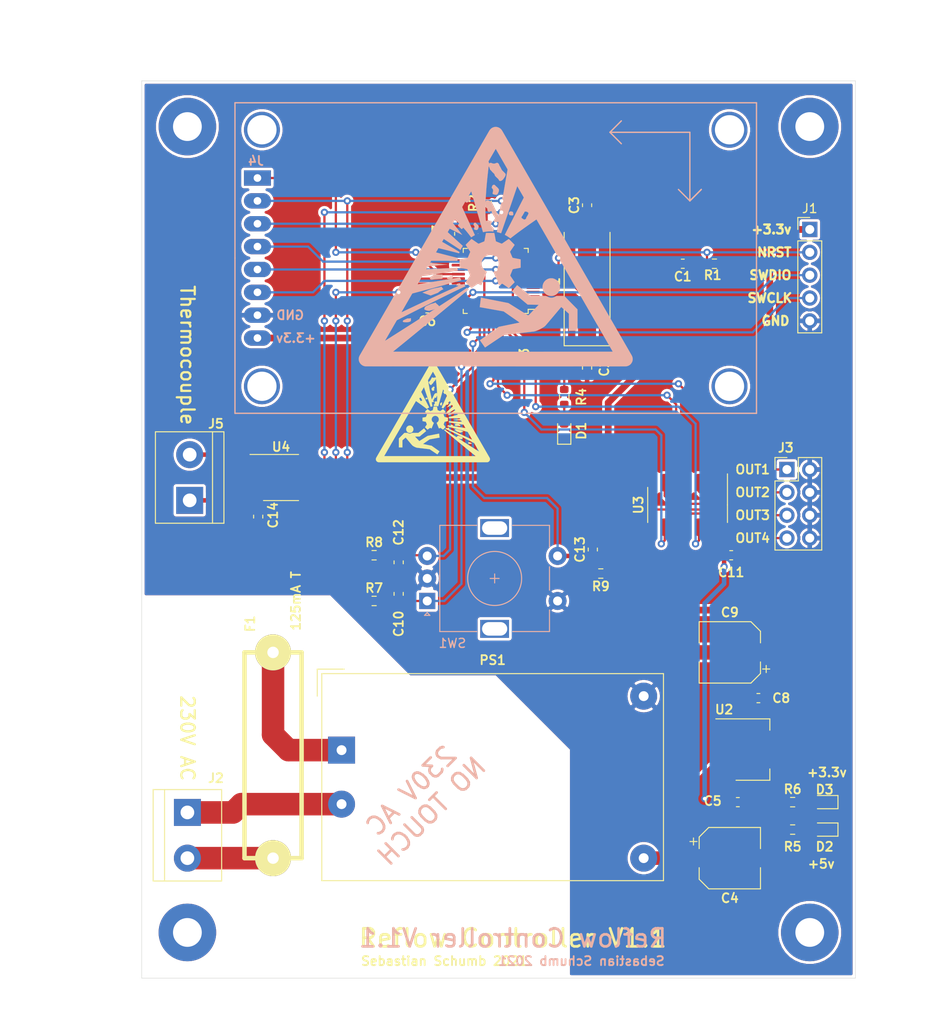
<source format=kicad_pcb>
(kicad_pcb (version 20171130) (host pcbnew 5.1.9)

  (general
    (thickness 1.6)
    (drawings 40)
    (tracks 356)
    (zones 0)
    (modules 45)
    (nets 38)
  )

  (page A4)
  (layers
    (0 F.Cu signal)
    (31 B.Cu signal hide)
    (32 B.Adhes user)
    (33 F.Adhes user)
    (34 B.Paste user)
    (35 F.Paste user)
    (36 B.SilkS user)
    (37 F.SilkS user)
    (38 B.Mask user)
    (39 F.Mask user)
    (40 Dwgs.User user)
    (41 Cmts.User user hide)
    (42 Eco1.User user)
    (43 Eco2.User user)
    (44 Edge.Cuts user)
    (45 Margin user)
    (46 B.CrtYd user)
    (47 F.CrtYd user)
    (48 B.Fab user)
    (49 F.Fab user)
  )

  (setup
    (last_trace_width 0.25)
    (user_trace_width 0.25)
    (user_trace_width 0.5)
    (user_trace_width 0.75)
    (user_trace_width 1)
    (user_trace_width 1.5)
    (user_trace_width 2)
    (user_trace_width 2.5)
    (trace_clearance 0.2)
    (zone_clearance 0.3)
    (zone_45_only yes)
    (trace_min 0.25)
    (via_size 0.8)
    (via_drill 0.4)
    (via_min_size 0.4)
    (via_min_drill 0.3)
    (uvia_size 0.3)
    (uvia_drill 0.1)
    (uvias_allowed no)
    (uvia_min_size 0.2)
    (uvia_min_drill 0.1)
    (edge_width 0.05)
    (segment_width 0.2)
    (pcb_text_width 0.3)
    (pcb_text_size 1.5 1.5)
    (mod_edge_width 0.12)
    (mod_text_size 1 1)
    (mod_text_width 0.2)
    (pad_size 3 3)
    (pad_drill 1.52)
    (pad_to_mask_clearance 0)
    (aux_axis_origin 0 0)
    (visible_elements FFFFFF7F)
    (pcbplotparams
      (layerselection 0x010f0_ffffffff)
      (usegerberextensions true)
      (usegerberattributes true)
      (usegerberadvancedattributes true)
      (creategerberjobfile true)
      (excludeedgelayer true)
      (linewidth 0.100000)
      (plotframeref false)
      (viasonmask false)
      (mode 1)
      (useauxorigin false)
      (hpglpennumber 1)
      (hpglpenspeed 20)
      (hpglpendiameter 15.000000)
      (psnegative false)
      (psa4output false)
      (plotreference true)
      (plotvalue true)
      (plotinvisibletext false)
      (padsonsilk false)
      (subtractmaskfromsilk false)
      (outputformat 1)
      (mirror false)
      (drillshape 0)
      (scaleselection 1)
      (outputdirectory "gerbers/"))
  )

  (net 0 "")
  (net 1 GND)
  (net 2 NRST)
  (net 3 "Net-(C2-Pad1)")
  (net 4 "Net-(C3-Pad1)")
  (net 5 +5V)
  (net 6 +3V3)
  (net 7 ENC_A)
  (net 8 ENC_B)
  (net 9 ENC_BUTTON)
  (net 10 "Net-(D1-Pad2)")
  (net 11 "Net-(D2-Pad2)")
  (net 12 "Net-(D3-Pad2)")
  (net 13 "Net-(F1-Pad1)")
  (net 14 "Net-(F1-Pad2)")
  (net 15 SWCLK)
  (net 16 SWDIO)
  (net 17 "Net-(J3-Pad7)")
  (net 18 "Net-(J3-Pad5)")
  (net 19 "Net-(J3-Pad3)")
  (net 20 "Net-(J3-Pad1)")
  (net 21 DISP_CS)
  (net 22 DISP_RST)
  (net 23 DISP_DC)
  (net 24 MOSI)
  (net 25 SCK)
  (net 26 DISP_LED)
  (net 27 "Net-(J5-Pad1)")
  (net 28 /BOOT1)
  (net 29 STATUS_LED)
  (net 30 OUT3)
  (net 31 OUT2)
  (net 32 OUT1)
  (net 33 MAX6675_CS)
  (net 34 OUT4)
  (net 35 MISO)
  (net 36 "Net-(J2-Pad1)")
  (net 37 /BOOT0)

  (net_class Default "This is the default net class."
    (clearance 0.2)
    (trace_width 0.25)
    (via_dia 0.8)
    (via_drill 0.4)
    (uvia_dia 0.3)
    (uvia_drill 0.1)
    (diff_pair_width 0.25)
    (diff_pair_gap 0.25)
    (add_net +3V3)
    (add_net +5V)
    (add_net /BOOT0)
    (add_net /BOOT1)
    (add_net DISP_CS)
    (add_net DISP_DC)
    (add_net DISP_LED)
    (add_net DISP_RST)
    (add_net ENC_A)
    (add_net ENC_B)
    (add_net ENC_BUTTON)
    (add_net GND)
    (add_net MAX6675_CS)
    (add_net MISO)
    (add_net MOSI)
    (add_net NRST)
    (add_net "Net-(C2-Pad1)")
    (add_net "Net-(C3-Pad1)")
    (add_net "Net-(D1-Pad2)")
    (add_net "Net-(D2-Pad2)")
    (add_net "Net-(D3-Pad2)")
    (add_net "Net-(F1-Pad1)")
    (add_net "Net-(F1-Pad2)")
    (add_net "Net-(J2-Pad1)")
    (add_net "Net-(J3-Pad1)")
    (add_net "Net-(J3-Pad3)")
    (add_net "Net-(J3-Pad5)")
    (add_net "Net-(J3-Pad7)")
    (add_net "Net-(J5-Pad1)")
    (add_net OUT1)
    (add_net OUT2)
    (add_net OUT3)
    (add_net OUT4)
    (add_net SCK)
    (add_net STATUS_LED)
    (add_net SWCLK)
    (add_net SWDIO)
  )

  (module misc:logo_small (layer F.Cu) (tedit 0) (tstamp 5FF3C6FC)
    (at 114.935 121.285)
    (fp_text reference G*** (at 0 0) (layer F.SilkS) hide
      (effects (font (size 1.524 1.524) (thickness 0.3)))
    )
    (fp_text value LOGO (at 0.75 0) (layer F.SilkS) hide
      (effects (font (size 1.524 1.524) (thickness 0.3)))
    )
    (fp_poly (pts (xy 0.740697 -4.598197) (xy 0.747374 -4.586624) (xy 0.747387 -4.586601) (xy 0.747888 -4.585733)
      (xy 0.749591 -4.582781) (xy 0.753365 -4.57624) (xy 0.755886 -4.57187) (xy 0.756641 -4.570561)
      (xy 0.75855 -4.567251) (xy 0.762114 -4.561074) (xy 0.762866 -4.559771) (xy 0.763117 -4.559336)
      (xy 0.763137 -4.559301) (xy 0.766089 -4.554184) (xy 0.766233 -4.553935) (xy 0.768573 -4.549879)
      (xy 0.768644 -4.549757) (xy 0.769857 -4.547654) (xy 0.770596 -4.546373) (xy 0.779124 -4.531591)
      (xy 0.787636 -4.516836) (xy 0.794867 -4.504302) (xy 0.802346 -4.491339) (xy 0.810874 -4.476557)
      (xy 0.819386 -4.461803) (xy 0.826617 -4.449269) (xy 0.834096 -4.436306) (xy 0.842624 -4.421524)
      (xy 0.851136 -4.40677) (xy 0.858367 -4.394236) (xy 0.865768 -4.381407) (xy 0.874247 -4.366708)
      (xy 0.882769 -4.351936) (xy 0.890296 -4.338886) (xy 0.890429 -4.338656) (xy 0.897735 -4.326014)
      (xy 0.905882 -4.31196) (xy 0.913909 -4.298149) (xy 0.920853 -4.286239) (xy 0.921262 -4.285539)
      (xy 0.927351 -4.275055) (xy 0.933309 -4.264679) (xy 0.938477 -4.255561) (xy 0.942199 -4.248855)
      (xy 0.942393 -4.248497) (xy 0.946004 -4.241935) (xy 0.948952 -4.236784) (xy 0.950444 -4.234392)
      (xy 0.951898 -4.232032) (xy 0.955181 -4.22648) (xy 0.960017 -4.218216) (xy 0.966127 -4.20772)
      (xy 0.973235 -4.195471) (xy 0.981064 -4.18195) (xy 0.989336 -4.167637) (xy 0.997775 -4.153012)
      (xy 1.006104 -4.138555) (xy 1.014046 -4.124746) (xy 1.021322 -4.112065) (xy 1.027658 -4.100991)
      (xy 1.032774 -4.092006) (xy 1.036395 -4.085589) (xy 1.037799 -4.08305) (xy 1.041378 -4.076581)
      (xy 1.04429 -4.071527) (xy 1.045694 -4.069292) (xy 1.047009 -4.067127) (xy 1.050159 -4.061775)
      (xy 1.054868 -4.053715) (xy 1.060855 -4.04343) (xy 1.067844 -4.031398) (xy 1.075556 -4.0181)
      (xy 1.083713 -4.004017) (xy 1.092037 -3.98963) (xy 1.100251 -3.975419) (xy 1.108075 -3.961863)
      (xy 1.115232 -3.949445) (xy 1.121444 -3.938643) (xy 1.126432 -3.92994) (xy 1.129919 -3.923814)
      (xy 1.130837 -3.922184) (xy 1.133398 -3.917677) (xy 1.137576 -3.910406) (xy 1.142855 -3.901263)
      (xy 1.148722 -3.891143) (xy 1.150661 -3.887806) (xy 1.158043 -3.875092) (xy 1.166486 -3.860525)
      (xy 1.174938 -3.84592) (xy 1.182217 -3.833319) (xy 1.189696 -3.820356) (xy 1.198224 -3.805574)
      (xy 1.206736 -3.79082) (xy 1.213967 -3.778286) (xy 1.221446 -3.765323) (xy 1.229974 -3.750541)
      (xy 1.238486 -3.735786) (xy 1.245717 -3.723252) (xy 1.253118 -3.710424) (xy 1.261597 -3.695725)
      (xy 1.270119 -3.680952) (xy 1.277646 -3.667903) (xy 1.277779 -3.667672) (xy 1.285013 -3.655137)
      (xy 1.293014 -3.641286) (xy 1.300848 -3.627735) (xy 1.30758 -3.616102) (xy 1.308063 -3.615267)
      (xy 1.314373 -3.604358) (xy 1.32196 -3.59122) (xy 1.329993 -3.577293) (xy 1.337639 -3.564018)
      (xy 1.339817 -3.560234) (xy 1.34805 -3.545927) (xy 1.356065 -3.532007) (xy 1.364142 -3.517991)
      (xy 1.37256 -3.503393) (xy 1.381601 -3.487727) (xy 1.391543 -3.470509) (xy 1.402668 -3.451253)
      (xy 1.415254 -3.429475) (xy 1.429582 -3.404689) (xy 1.435106 -3.395134) (xy 1.441407 -3.384227)
      (xy 1.448988 -3.371091) (xy 1.457017 -3.357166) (xy 1.464665 -3.343893) (xy 1.46685 -3.3401)
      (xy 1.474208 -3.327327) (xy 1.482209 -3.313452) (xy 1.490021 -3.299914) (xy 1.496814 -3.288154)
      (xy 1.4986 -3.285067) (xy 1.504903 -3.27416) (xy 1.512486 -3.261024) (xy 1.520517 -3.247099)
      (xy 1.528166 -3.233826) (xy 1.53035 -3.230034) (xy 1.537718 -3.217258) (xy 1.545744 -3.203379)
      (xy 1.553592 -3.189838) (xy 1.560428 -3.178078) (xy 1.562222 -3.175) (xy 1.568004 -3.165064)
      (xy 1.573455 -3.155648) (xy 1.577987 -3.147773) (xy 1.581012 -3.142457) (xy 1.581161 -3.142192)
      (xy 1.583744 -3.137633) (xy 1.588005 -3.130177) (xy 1.593505 -3.120592) (xy 1.599802 -3.109645)
      (xy 1.605749 -3.09933) (xy 1.613892 -3.085217) (xy 1.623237 -3.06902) (xy 1.632868 -3.052322)
      (xy 1.641874 -3.036707) (xy 1.646041 -3.02948) (xy 1.652767 -3.01785) (xy 1.659106 -3.006957)
      (xy 1.664625 -2.997538) (xy 1.668893 -2.990331) (xy 1.671441 -2.98613) (xy 1.674449 -2.981154)
      (xy 1.67621 -2.977881) (xy 1.676399 -2.977331) (xy 1.677415 -2.975261) (xy 1.680173 -2.970319)
      (xy 1.684242 -2.963264) (xy 1.688753 -2.955593) (xy 1.694351 -2.946103) (xy 1.699733 -2.936892)
      (xy 1.704183 -2.929191) (xy 1.706429 -2.925234) (xy 1.70893 -2.920821) (xy 1.713203 -2.913352)
      (xy 1.718899 -2.903436) (xy 1.725666 -2.89168) (xy 1.733157 -2.878693) (xy 1.739897 -2.867025)
      (xy 1.747649 -2.853611) (xy 1.754905 -2.841038) (xy 1.761334 -2.829886) (xy 1.766602 -2.820732)
      (xy 1.770378 -2.814152) (xy 1.77221 -2.810934) (xy 1.774864 -2.806284) (xy 1.779095 -2.798952)
      (xy 1.784342 -2.789908) (xy 1.790043 -2.780123) (xy 1.790591 -2.779184) (xy 1.79534 -2.771023)
      (xy 1.801785 -2.759908) (xy 1.80951 -2.746555) (xy 1.818103 -2.731681) (xy 1.827149 -2.716)
      (xy 1.836235 -2.70023) (xy 1.838305 -2.696634) (xy 1.847336 -2.680947) (xy 1.856418 -2.665183)
      (xy 1.865137 -2.650059) (xy 1.873081 -2.63629) (xy 1.879837 -2.624592) (xy 1.884991 -2.615681)
      (xy 1.885916 -2.614084) (xy 1.892232 -2.603177) (xy 1.899827 -2.590041) (xy 1.907868 -2.576116)
      (xy 1.915523 -2.562843) (xy 1.917709 -2.55905) (xy 1.925072 -2.546278) (xy 1.93308 -2.532403)
      (xy 1.940901 -2.518865) (xy 1.947704 -2.507106) (xy 1.949493 -2.504017) (xy 1.955805 -2.493106)
      (xy 1.963392 -2.479965) (xy 1.971422 -2.466035) (xy 1.979063 -2.452759) (xy 1.981233 -2.448984)
      (xy 1.988581 -2.436207) (xy 1.996573 -2.422327) (xy 2.004378 -2.408786) (xy 2.011166 -2.397026)
      (xy 2.012943 -2.39395) (xy 2.027952 -2.367988) (xy 2.041121 -2.345203) (xy 2.052729 -2.325113)
      (xy 2.063057 -2.307231) (xy 2.072384 -2.291073) (xy 2.08099 -2.276153) (xy 2.089155 -2.261987)
      (xy 2.09716 -2.248089) (xy 2.105284 -2.233974) (xy 2.108232 -2.228851) (xy 2.115588 -2.216075)
      (xy 2.123589 -2.202197) (xy 2.131405 -2.188658) (xy 2.138203 -2.176898) (xy 2.139986 -2.173817)
      (xy 2.146584 -2.162417) (xy 2.154361 -2.148965) (xy 2.162383 -2.135077) (xy 2.169718 -2.12237)
      (xy 2.17027 -2.121412) (xy 2.177767 -2.108415) (xy 2.186279 -2.093659) (xy 2.194769 -2.078941)
      (xy 2.202201 -2.066058) (xy 2.202332 -2.065832) (xy 2.20981 -2.052869) (xy 2.218338 -2.038087)
      (xy 2.22685 -2.023333) (xy 2.234082 -2.010799) (xy 2.241487 -1.997961) (xy 2.249969 -1.983256)
      (xy 2.258488 -1.968484) (xy 2.266007 -1.955444) (xy 2.266117 -1.955254) (xy 2.284626 -1.923182)
      (xy 2.30106 -1.894774) (xy 2.31543 -1.87001) (xy 2.327746 -1.848871) (xy 2.328343 -1.847851)
      (xy 2.334201 -1.837785) (xy 2.339789 -1.82811) (xy 2.344494 -1.819893) (xy 2.347702 -1.814201)
      (xy 2.347822 -1.813984) (xy 2.350434 -1.809345) (xy 2.354779 -1.801733) (xy 2.360462 -1.791835)
      (xy 2.367089 -1.780339) (xy 2.374264 -1.767931) (xy 2.377015 -1.763184) (xy 2.386491 -1.746838)
      (xy 2.395401 -1.731456) (xy 2.404119 -1.716389) (xy 2.413019 -1.700989) (xy 2.422475 -1.68461)
      (xy 2.432861 -1.666603) (xy 2.444551 -1.646321) (xy 2.457919 -1.623115) (xy 2.460145 -1.619251)
      (xy 2.468627 -1.604528) (xy 2.47739 -1.589324) (xy 2.485908 -1.574551) (xy 2.493653 -1.561125)
      (xy 2.500098 -1.549958) (xy 2.502866 -1.545167) (xy 2.509932 -1.532939) (xy 2.51814 -1.518736)
      (xy 2.526511 -1.50425) (xy 2.534069 -1.49117) (xy 2.534668 -1.490134) (xy 2.542102 -1.477262)
      (xy 2.550429 -1.462834) (xy 2.558674 -1.448539) (xy 2.565861 -1.436067) (xy 2.566418 -1.435101)
      (xy 2.573532 -1.422756) (xy 2.581767 -1.40848) (xy 2.59012 -1.394009) (xy 2.597593 -1.381075)
      (xy 2.597869 -1.380596) (xy 2.605331 -1.367685) (xy 2.613763 -1.353088) (xy 2.622145 -1.338573)
      (xy 2.629458 -1.325902) (xy 2.629654 -1.325563) (xy 2.650078 -1.290162) (xy 2.671391 -1.25322)
      (xy 2.692366 -1.216862) (xy 2.693154 -1.215496) (xy 2.700691 -1.202423) (xy 2.70928 -1.187513)
      (xy 2.717867 -1.172595) (xy 2.725399 -1.159499) (xy 2.725453 -1.159405) (xy 2.732259 -1.147582)
      (xy 2.739443 -1.135132) (xy 2.746224 -1.123406) (xy 2.751823 -1.113754) (xy 2.752663 -1.112309)
      (xy 2.758377 -1.102477) (xy 2.765184 -1.090734) (xy 2.773275 -1.07675) (xy 2.782841 -1.060194)
      (xy 2.794074 -1.040733) (xy 2.807165 -1.018038) (xy 2.811696 -1.01018) (xy 2.819235 -0.997104)
      (xy 2.827834 -0.98219) (xy 2.836436 -0.96727) (xy 2.843987 -0.954174) (xy 2.844037 -0.954088)
      (xy 2.865343 -0.91715) (xy 2.884566 -0.883856) (xy 2.901722 -0.854177) (xy 2.906986 -0.84508)
      (xy 2.914272 -0.832482) (xy 2.922649 -0.817986) (xy 2.931095 -0.80336) (xy 2.938587 -0.790373)
      (xy 2.938766 -0.790064) (xy 2.946259 -0.777068) (xy 2.95477 -0.76231) (xy 2.963261 -0.747589)
      (xy 2.970693 -0.734706) (xy 2.970801 -0.734519) (xy 2.978279 -0.721556) (xy 2.986807 -0.706774)
      (xy 2.995319 -0.69202) (xy 3.002551 -0.679486) (xy 3.010029 -0.666523) (xy 3.018557 -0.651741)
      (xy 3.027069 -0.636986) (xy 3.034301 -0.624452) (xy 3.041779 -0.611489) (xy 3.050307 -0.596707)
      (xy 3.058819 -0.581953) (xy 3.066051 -0.569419) (xy 3.073529 -0.556456) (xy 3.082057 -0.541674)
      (xy 3.090569 -0.52692) (xy 3.097801 -0.514386) (xy 3.105201 -0.501557) (xy 3.113681 -0.486858)
      (xy 3.122202 -0.472086) (xy 3.129729 -0.459036) (xy 3.129862 -0.458806) (xy 3.137097 -0.44627)
      (xy 3.145098 -0.432419) (xy 3.152931 -0.418869) (xy 3.159663 -0.407235) (xy 3.160146 -0.4064)
      (xy 3.166456 -0.39549) (xy 3.174042 -0.382351) (xy 3.182072 -0.368422) (xy 3.189716 -0.355147)
      (xy 3.19189 -0.351367) (xy 3.199253 -0.338587) (xy 3.207279 -0.324705) (xy 3.215132 -0.311161)
      (xy 3.221975 -0.2994) (xy 3.223766 -0.296334) (xy 3.2297 -0.286134) (xy 3.235433 -0.276194)
      (xy 3.240323 -0.267629) (xy 3.24373 -0.261558) (xy 3.243812 -0.261409) (xy 3.247659 -0.254561)
      (xy 3.252752 -0.245701) (xy 3.258158 -0.236446) (xy 3.259668 -0.233892) (xy 3.263469 -0.227418)
      (xy 3.268966 -0.217969) (xy 3.275754 -0.206245) (xy 3.283428 -0.192946) (xy 3.291583 -0.178774)
      (xy 3.298823 -0.166159) (xy 3.306496 -0.152791) (xy 3.313525 -0.140588) (xy 3.319623 -0.130043)
      (xy 3.324502 -0.12165) (xy 3.327877 -0.115905) (xy 3.329461 -0.1133) (xy 3.329502 -0.113242)
      (xy 3.331337 -0.110311) (xy 3.334401 -0.105008) (xy 3.336844 -0.100633) (xy 3.339494 -0.095915)
      (xy 3.343908 -0.088168) (xy 3.349723 -0.078022) (xy 3.356576 -0.066109) (xy 3.364106 -0.05306)
      (xy 3.370259 -0.042425) (xy 3.383399 -0.019727) (xy 3.395407 0.001037) (xy 3.406125 0.019594)
      (xy 3.415395 0.03567) (xy 3.423059 0.048992) (xy 3.42896 0.059286) (xy 3.43294 0.066278)
      (xy 3.433759 0.067733) (xy 3.436324 0.07224) (xy 3.440505 0.079511) (xy 3.445788 0.088654)
      (xy 3.451655 0.098774) (xy 3.453594 0.102111) (xy 3.4609 0.114694) (xy 3.469295 0.12918)
      (xy 3.477757 0.143803) (xy 3.485262 0.156798) (xy 3.485462 0.157144) (xy 3.492697 0.16968)
      (xy 3.500698 0.183531) (xy 3.508531 0.197081) (xy 3.515263 0.208715) (xy 3.515746 0.20955)
      (xy 3.522056 0.220458) (xy 3.529643 0.233597) (xy 3.537676 0.247524) (xy 3.545323 0.260798)
      (xy 3.5475 0.264583) (xy 3.564989 0.294963) (xy 3.581603 0.323785) (xy 3.59694 0.35035)
      (xy 3.610596 0.373959) (xy 3.610996 0.37465) (xy 3.617306 0.385556) (xy 3.624896 0.398692)
      (xy 3.632934 0.412616) (xy 3.640587 0.425888) (xy 3.642774 0.429683) (xy 3.650135 0.442455)
      (xy 3.658138 0.456329) (xy 3.665952 0.469867) (xy 3.672746 0.481626) (xy 3.674533 0.484716)
      (xy 3.680836 0.495623) (xy 3.688419 0.508759) (xy 3.69645 0.522684) (xy 3.704099 0.535957)
      (xy 3.706283 0.53975) (xy 3.713641 0.552523) (xy 3.721642 0.566398) (xy 3.729455 0.579936)
      (xy 3.736248 0.591696) (xy 3.738033 0.594783) (xy 3.744336 0.60569) (xy 3.751919 0.618826)
      (xy 3.75995 0.632751) (xy 3.767599 0.646024) (xy 3.769783 0.649816) (xy 3.777141 0.662589)
      (xy 3.785142 0.676465) (xy 3.792955 0.690003) (xy 3.799748 0.701762) (xy 3.801533 0.70485)
      (xy 3.807836 0.715757) (xy 3.815419 0.728893) (xy 3.82345 0.742818) (xy 3.831099 0.756091)
      (xy 3.833283 0.759883) (xy 3.840651 0.772659) (xy 3.848677 0.786538) (xy 3.856525 0.800079)
      (xy 3.863361 0.811839) (xy 3.865155 0.814916) (xy 3.870866 0.824723) (xy 3.876179 0.833881)
      (xy 3.880532 0.841419) (xy 3.883364 0.846366) (xy 3.883534 0.846666) (xy 3.886072 0.851126)
      (xy 3.89023 0.858384) (xy 3.895508 0.867571) (xy 3.901408 0.877818) (xy 3.903888 0.88212)
      (xy 3.911426 0.895194) (xy 3.920017 0.910105) (xy 3.928608 0.925023) (xy 3.936145 0.938119)
      (xy 3.936198 0.938212) (xy 3.943014 0.950035) (xy 3.950215 0.962485) (xy 3.95702 0.974212)
      (xy 3.962645 0.983864) (xy 3.96349 0.985308) (xy 3.968681 0.994199) (xy 3.973527 1.002554)
      (xy 3.977332 1.00917) (xy 3.978805 1.011766) (xy 3.982164 1.017689) (xy 3.987489 1.026993)
      (xy 3.99462 1.039399) (xy 4.003397 1.054629) (xy 4.013657 1.072403) (xy 4.025242 1.092442)
      (xy 4.037989 1.114468) (xy 4.042307 1.121924) (xy 4.050114 1.135422) (xy 4.057529 1.148281)
      (xy 4.06419 1.159868) (xy 4.069735 1.169552) (xy 4.073801 1.176703) (xy 4.075722 1.180132)
      (xy 4.079178 1.186288) (xy 4.081953 1.191013) (xy 4.083064 1.192741) (xy 4.084491 1.195071)
      (xy 4.087732 1.200582) (xy 4.092501 1.208779) (xy 4.098511 1.219169) (xy 4.105475 1.231257)
      (xy 4.113107 1.244549) (xy 4.113743 1.245658) (xy 4.121987 1.260021) (xy 4.130106 1.274125)
      (xy 4.137694 1.287269) (xy 4.144346 1.298754) (xy 4.149658 1.307878) (xy 4.152898 1.313391)
      (xy 4.158218 1.322454) (xy 4.163496 1.331598) (xy 4.167802 1.339203) (xy 4.168745 1.340908)
      (xy 4.172085 1.346877) (xy 4.17693 1.355377) (xy 4.182636 1.365293) (xy 4.188565 1.375504)
      (xy 4.188757 1.375833) (xy 4.195108 1.386742) (xy 4.202732 1.39988) (xy 4.210795 1.413808)
      (xy 4.218461 1.427082) (xy 4.220642 1.430866) (xy 4.228005 1.443639) (xy 4.236011 1.457514)
      (xy 4.243831 1.471051) (xy 4.250631 1.482811) (xy 4.252419 1.485899) (xy 4.259083 1.497414)
      (xy 4.2669 1.510938) (xy 4.274913 1.524812) (xy 4.282162 1.537376) (xy 4.282382 1.537758)
      (xy 4.289708 1.550462) (xy 4.298141 1.565081) (xy 4.306672 1.579864) (xy 4.31429 1.593062)
      (xy 4.314744 1.593849) (xy 4.322176 1.606724) (xy 4.330503 1.621154) (xy 4.33875 1.635451)
      (xy 4.345941 1.647923) (xy 4.346494 1.648883) (xy 4.353546 1.661112) (xy 4.361739 1.675315)
      (xy 4.370098 1.689802) (xy 4.377648 1.702883) (xy 4.378244 1.703916) (xy 4.385676 1.71679)
      (xy 4.394003 1.731221) (xy 4.40225 1.745518) (xy 4.409441 1.75799) (xy 4.409994 1.758949)
      (xy 4.417186 1.771423) (xy 4.425465 1.785781) (xy 4.433804 1.80024) (xy 4.441121 1.812924)
      (xy 4.448451 1.825631) (xy 4.456886 1.840253) (xy 4.465416 1.855039) (xy 4.473029 1.868237)
      (xy 4.473478 1.869016) (xy 4.480913 1.881895) (xy 4.489255 1.896331) (xy 4.497528 1.910632)
      (xy 4.504752 1.923105) (xy 4.505299 1.924049) (xy 4.51213 1.935856) (xy 4.520172 1.949796)
      (xy 4.528537 1.964327) (xy 4.536336 1.977906) (xy 4.538224 1.981199) (xy 4.545048 1.993087)
      (xy 4.552034 2.005217) (xy 4.558527 2.016455) (xy 4.563869 2.025662) (xy 4.565714 2.028824)
      (xy 4.570032 2.03624) (xy 4.575899 2.046364) (xy 4.582759 2.058233) (xy 4.590054 2.070882)
      (xy 4.596304 2.081741) (xy 4.604095 2.095277) (xy 4.612476 2.109806) (xy 4.620719 2.124069)
      (xy 4.628095 2.136806) (xy 4.632379 2.144183) (xy 4.637873 2.153647) (xy 4.644963 2.165888)
      (xy 4.653133 2.180012) (xy 4.661866 2.195128) (xy 4.670646 2.210343) (xy 4.675824 2.219324)
      (xy 4.684423 2.234242) (xy 4.693327 2.249686) (xy 4.70201 2.264745) (xy 4.709947 2.278505)
      (xy 4.716612 2.290055) (xy 4.71977 2.295524) (xy 4.727157 2.308323) (xy 4.735501 2.322787)
      (xy 4.743773 2.337134) (xy 4.750897 2.349499) (xy 4.757943 2.361723) (xy 4.766136 2.37592)
      (xy 4.774501 2.390402) (xy 4.782063 2.40348) (xy 4.782672 2.404533) (xy 4.789534 2.4164)
      (xy 4.79673 2.428862) (xy 4.803501 2.440603) (xy 4.809088 2.450308) (xy 4.810151 2.452158)
      (xy 4.815348 2.461193) (xy 4.821905 2.472576) (xy 4.829063 2.484989) (xy 4.836064 2.497117)
      (xy 4.837604 2.499783) (xy 4.845037 2.512655) (xy 4.853364 2.527084) (xy 4.861608 2.541379)
      (xy 4.868795 2.55385) (xy 4.869352 2.554816) (xy 4.876537 2.567285) (xy 4.884815 2.581638)
      (xy 4.893158 2.596094) (xy 4.900491 2.608791) (xy 4.90702 2.620094) (xy 4.914914 2.633771)
      (xy 4.923427 2.648529) (xy 4.931814 2.663074) (xy 4.937126 2.672291) (xy 4.943894 2.684)
      (xy 4.950274 2.694967) (xy 4.955838 2.704464) (xy 4.96016 2.711761) (xy 4.96281 2.716127)
      (xy 4.962837 2.71617) (xy 4.965859 2.721169) (xy 4.967626 2.724493) (xy 4.967816 2.725068)
      (xy 4.96883 2.727136) (xy 4.97164 2.732238) (xy 4.975898 2.739761) (xy 4.981257 2.749088)
      (xy 4.986077 2.757389) (xy 4.993766 2.770599) (xy 5.002275 2.785251) (xy 5.010712 2.799809)
      (xy 5.018186 2.812735) (xy 5.020199 2.816224) (xy 5.047709 2.863874) (xy 5.075371 2.91164)
      (xy 5.082645 2.924175) (xy 5.088322 2.933969) (xy 5.095584 2.946519) (xy 5.103903 2.960913)
      (xy 5.112753 2.976238) (xy 5.121605 2.991581) (xy 5.126674 3.000375) (xy 5.135246 3.015249)
      (xy 5.144099 3.03061) (xy 5.152712 3.045557) (xy 5.160566 3.059186) (xy 5.167141 3.070596)
      (xy 5.170281 3.076045) (xy 5.177687 3.088894) (xy 5.186133 3.103544) (xy 5.194545 3.118129)
      (xy 5.201404 3.13002) (xy 5.208597 3.142488) (xy 5.216913 3.156902) (xy 5.225357 3.17154)
      (xy 5.232937 3.18468) (xy 5.233458 3.185583) (xy 5.24093 3.198536) (xy 5.249343 3.213119)
      (xy 5.257704 3.227611) (xy 5.265019 3.240291) (xy 5.265512 3.241145) (xy 5.272776 3.253736)
      (xy 5.281136 3.268227) (xy 5.289573 3.282851) (xy 5.297068 3.295842) (xy 5.297262 3.296179)
      (xy 5.304713 3.309095) (xy 5.313137 3.323697) (xy 5.321514 3.338216) (xy 5.328825 3.350888)
      (xy 5.329012 3.351212) (xy 5.336276 3.363803) (xy 5.344636 3.378293) (xy 5.353073 3.392918)
      (xy 5.360568 3.405908) (xy 5.360762 3.406245) (xy 5.380026 3.439638) (xy 5.397294 3.46957)
      (xy 5.412687 3.49625) (xy 5.426324 3.519885) (xy 5.438325 3.540682) (xy 5.448809 3.558848)
      (xy 5.457895 3.57459) (xy 5.465705 3.588116) (xy 5.472356 3.599633) (xy 5.47797 3.609349)
      (xy 5.482665 3.61747) (xy 5.483226 3.618441) (xy 5.488457 3.627496) (xy 5.495149 3.639098)
      (xy 5.502655 3.652123) (xy 5.510327 3.665447) (xy 5.515555 3.674533) (xy 5.521926 3.685581)
      (xy 5.52763 3.695417) (xy 5.532312 3.703431) (xy 5.535613 3.709012) (xy 5.537178 3.71155)
      (xy 5.537196 3.711575) (xy 5.539024 3.714506) (xy 5.542085 3.719808) (xy 5.544527 3.724184)
      (xy 5.547178 3.728901) (xy 5.551591 3.736649) (xy 5.557406 3.746795) (xy 5.564259 3.758708)
      (xy 5.571789 3.771757) (xy 5.577941 3.782392) (xy 5.585629 3.795676) (xy 5.592821 3.808122)
      (xy 5.59918 3.819144) (xy 5.604367 3.828158) (xy 5.608047 3.834579) (xy 5.609713 3.837516)
      (xy 5.612573 3.842546) (xy 5.616885 3.850022) (xy 5.621955 3.858742) (xy 5.625014 3.863975)
      (xy 5.6303 3.873029) (xy 5.635328 3.881708) (xy 5.639362 3.888734) (xy 5.640923 3.891491)
      (xy 5.643274 3.895628) (xy 5.647403 3.902825) (xy 5.652963 3.912481) (xy 5.659606 3.923995)
      (xy 5.666987 3.936766) (xy 5.673248 3.947583) (xy 5.681764 3.962293) (xy 5.690554 3.977485)
      (xy 5.699091 3.992246) (xy 5.706847 4.005667) (xy 5.713296 4.016835) (xy 5.716082 4.021666)
      (xy 5.722881 4.033454) (xy 5.730188 4.046114) (xy 5.737136 4.058143) (xy 5.742858 4.068041)
      (xy 5.742969 4.068233) (xy 5.747975 4.076894) (xy 5.754465 4.088134) (xy 5.761811 4.100865)
      (xy 5.769384 4.113997) (xy 5.774726 4.123266) (xy 5.782128 4.136111) (xy 5.789825 4.149461)
      (xy 5.797169 4.162192) (xy 5.803512 4.173182) (xy 5.807079 4.179358) (xy 5.815984 4.194774)
      (xy 5.826769 4.213452) (xy 5.839199 4.234983) (xy 5.853038 4.258962) (xy 5.868053 4.284982)
      (xy 5.884008 4.312636) (xy 5.898091 4.33705) (xy 5.905146 4.34928) (xy 5.913342 4.363485)
      (xy 5.921701 4.377974) (xy 5.929248 4.391055) (xy 5.929841 4.392083) (xy 5.93727 4.404959)
      (xy 5.945597 4.419391) (xy 5.953846 4.43369) (xy 5.961041 4.446162) (xy 5.961591 4.447116)
      (xy 5.980144 4.479277) (xy 5.996687 4.507951) (xy 6.011327 4.533321) (xy 6.024168 4.555568)
      (xy 6.035315 4.574873) (xy 6.044873 4.59142) (xy 6.05261 4.604808) (xy 6.066473 4.628801)
      (xy 6.082169 4.656) (xy 6.099428 4.685934) (xy 6.116103 4.714875) (xy 6.123512 4.727732)
      (xy 6.131131 4.740946) (xy 6.138351 4.75346) (xy 6.144564 4.76422) (xy 6.148463 4.770966)
      (xy 6.154968 4.782213) (xy 6.162394 4.795065) (xy 6.170904 4.8098) (xy 6.180657 4.826698)
      (xy 6.191815 4.846036) (xy 6.204538 4.868094) (xy 6.218988 4.893149) (xy 6.235324 4.921482)
      (xy 6.242513 4.93395) (xy 6.249661 4.946325) (xy 6.256866 4.958754) (xy 6.263555 4.970256)
      (xy 6.269159 4.979848) (xy 6.272457 4.985454) (xy 6.276772 4.992833) (xy 6.280119 4.998723)
      (xy 6.282014 5.002263) (xy 6.282266 5.002879) (xy 6.283292 5.004957) (xy 6.286007 5.009692)
      (xy 6.28987 5.016144) (xy 6.290738 5.017567) (xy 6.29965 5.033014) (xy 6.308444 5.04988)
      (xy 6.316764 5.067345) (xy 6.324256 5.084589) (xy 6.330566 5.100793) (xy 6.335338 5.115136)
      (xy 6.338217 5.126799) (xy 6.338361 5.127625) (xy 6.339854 5.135109) (xy 6.341625 5.142147)
      (xy 6.341819 5.142799) (xy 6.342998 5.148273) (xy 6.344294 5.156859) (xy 6.345589 5.167441)
      (xy 6.346768 5.178904) (xy 6.347711 5.190133) (xy 6.348303 5.200013) (xy 6.348446 5.205941)
      (xy 6.348035 5.217001) (xy 6.346951 5.230704) (xy 6.345362 5.245543) (xy 6.343438 5.260015)
      (xy 6.341348 5.272611) (xy 6.34049 5.27685) (xy 6.330609 5.312446) (xy 6.31688 5.346594)
      (xy 6.299528 5.379002) (xy 6.278777 5.409378) (xy 6.254851 5.437429) (xy 6.227974 5.462865)
      (xy 6.198371 5.485394) (xy 6.166267 5.504723) (xy 6.164642 5.505578) (xy 6.152126 5.511611)
      (xy 6.137637 5.517774) (xy 6.122353 5.523635) (xy 6.10745 5.528762) (xy 6.094106 5.532724)
      (xy 6.084765 5.534872) (xy 6.077783 5.536283) (xy 6.072459 5.537624) (xy 6.070393 5.538385)
      (xy 6.067538 5.539116) (xy 6.061435 5.54009) (xy 6.053055 5.541166) (xy 6.045645 5.541978)
      (xy 6.042921 5.542041) (xy 6.036035 5.542104) (xy 6.025052 5.542166) (xy 6.010037 5.542228)
      (xy 5.991054 5.542289) (xy 5.968168 5.54235) (xy 5.941444 5.54241) (xy 5.910947 5.54247)
      (xy 5.876741 5.54253) (xy 5.838892 5.542589) (xy 5.797464 5.542647) (xy 5.752522 5.542705)
      (xy 5.704131 5.542762) (xy 5.652355 5.542819) (xy 5.59726 5.542876) (xy 5.53891 5.542931)
      (xy 5.47737 5.542987) (xy 5.412704 5.543041) (xy 5.344979 5.543095) (xy 5.274258 5.543149)
      (xy 5.200606 5.543202) (xy 5.124088 5.543254) (xy 5.044769 5.543306) (xy 4.962713 5.543357)
      (xy 4.877986 5.543407) (xy 4.790652 5.543457) (xy 4.700777 5.543507) (xy 4.608424 5.543555)
      (xy 4.513658 5.543603) (xy 4.416545 5.54365) (xy 4.31715 5.543697) (xy 4.215536 5.543743)
      (xy 4.111769 5.543788) (xy 4.005914 5.543833) (xy 3.898036 5.543877) (xy 3.788198 5.54392)
      (xy 3.676467 5.543962) (xy 3.562907 5.544004) (xy 3.447582 5.544045) (xy 3.330558 5.544085)
      (xy 3.211898 5.544124) (xy 3.09167 5.544163) (xy 2.969935 5.544201) (xy 2.846761 5.544238)
      (xy 2.722211 5.544274) (xy 2.596351 5.54431) (xy 2.469244 5.544345) (xy 2.340956 5.544378)
      (xy 2.211552 5.544412) (xy 2.081097 5.544444) (xy 1.949655 5.544475) (xy 1.817291 5.544506)
      (xy 1.68407 5.544536) (xy 1.550056 5.544564) (xy 1.415315 5.544592) (xy 1.279912 5.544619)
      (xy 1.14391 5.544646) (xy 1.007375 5.544671) (xy 0.870373 5.544695) (xy 0.732966 5.544719)
      (xy 0.595221 5.544741) (xy 0.457202 5.544763) (xy 0.318974 5.544784) (xy 0.180602 5.544803)
      (xy 0.04215 5.544822) (xy -0.096316 5.54484) (xy -0.234732 5.544857) (xy -0.373033 5.544873)
      (xy -0.511155 5.544888) (xy -0.649032 5.544901) (xy -0.786599 5.544914) (xy -0.923793 5.544926)
      (xy -1.060547 5.544937) (xy -1.196798 5.544947) (xy -1.33248 5.544956) (xy -1.467529 5.544963)
      (xy -1.60188 5.54497) (xy -1.735467 5.544975) (xy -1.868227 5.54498) (xy -2.000094 5.544983)
      (xy -2.131004 5.544986) (xy -2.260892 5.544987) (xy -2.389693 5.544987) (xy -2.517342 5.544986)
      (xy -2.643774 5.544984) (xy -2.768925 5.54498) (xy -2.89273 5.544976) (xy -3.015123 5.54497)
      (xy -3.136041 5.544964) (xy -3.255419 5.544956) (xy -3.373191 5.544947) (xy -3.489292 5.544937)
      (xy -3.603659 5.544925) (xy -3.716226 5.544912) (xy -3.826928 5.544899) (xy -3.935701 5.544883)
      (xy -4.04248 5.544867) (xy -4.147199 5.54485) (xy -4.249795 5.544831) (xy -4.350202 5.544811)
      (xy -4.448356 5.544789) (xy -4.544191 5.544767) (xy -4.637644 5.544743) (xy -4.728648 5.544718)
      (xy -4.81714 5.544691) (xy -4.903055 5.544664) (xy -4.986327 5.544635) (xy -5.066892 5.544604)
      (xy -5.144686 5.544572) (xy -5.219642 5.544539) (xy -5.291697 5.544505) (xy -5.360786 5.544469)
      (xy -5.426844 5.544432) (xy -5.489806 5.544394) (xy -5.549607 5.544354) (xy -5.606183 5.544313)
      (xy -5.659469 5.54427) (xy -5.709399 5.544226) (xy -5.75591 5.54418) (xy -5.798936 5.544134)
      (xy -5.838412 5.544085) (xy -5.874274 5.544036) (xy -5.906457 5.543984) (xy -5.934896 5.543932)
      (xy -5.959527 5.543878) (xy -5.980284 5.543822) (xy -5.997102 5.543765) (xy -6.009918 5.543706)
      (xy -6.018665 5.543646) (xy -6.02328 5.543585) (xy -6.024034 5.54355) (xy -6.029033 5.542589)
      (xy -6.036395 5.541885) (xy -6.042217 5.541644) (xy -6.061234 5.540017) (xy -6.082589 5.535915)
      (xy -6.105428 5.529639) (xy -6.128896 5.521494) (xy -6.152138 5.511782) (xy -6.174299 5.500806)
      (xy -6.194525 5.48887) (xy -6.198564 5.486191) (xy -6.227889 5.463812) (xy -6.254532 5.438433)
      (xy -6.278275 5.410411) (xy -6.298905 5.380105) (xy -6.316204 5.347873) (xy -6.329957 5.314075)
      (xy -6.339948 5.279068) (xy -6.345961 5.243211) (xy -6.346209 5.240866) (xy -6.347537 5.226368)
      (xy -6.348215 5.214328) (xy -6.34824 5.203124) (xy -6.347614 5.191131) (xy -6.346334 5.176726)
      (xy -6.346186 5.17525) (xy -6.340424 5.138521) (xy -6.330571 5.102247) (xy -6.316584 5.066308)
      (xy -6.298422 5.030584) (xy -6.290739 5.017567) (xy -6.286711 5.010883) (xy -6.283721 5.005727)
      (xy -6.282312 5.003038) (xy -6.282267 5.002879) (xy -6.281261 5.000806) (xy -6.278565 4.995961)
      (xy -6.274665 4.989205) (xy -6.272458 4.985454) (xy -6.268122 4.978076) (xy -6.262248 4.968009)
      (xy -6.255405 4.956236) (xy -6.248166 4.943738) (xy -6.242514 4.93395) (xy -6.225367 4.904211)
      (xy -6.210173 4.877862) (xy -6.202438 4.864451) (xy -5.420784 4.864451) (xy -5.418677 4.864501)
      (xy -5.412394 4.864552) (xy -5.401994 4.864602) (xy -5.387534 4.864652) (xy -5.369071 4.864702)
      (xy -5.346664 4.864751) (xy -5.320371 4.864799) (xy -5.290249 4.864847) (xy -5.256355 4.864895)
      (xy -5.218749 4.864942) (xy -5.177487 4.864989) (xy -5.132628 4.865035) (xy -5.084228 4.86508)
      (xy -5.032347 4.865125) (xy -4.977041 4.86517) (xy -4.918369 4.865213) (xy -4.856388 4.865256)
      (xy -4.791156 4.865299) (xy -4.722732 4.86534) (xy -4.651172 4.865381) (xy -4.576534 4.865421)
      (xy -4.498877 4.865461) (xy -4.418257 4.8655) (xy -4.334734 4.865538) (xy -4.248364 4.865575)
      (xy -4.159206 4.865611) (xy -4.067317 4.865646) (xy -3.972754 4.865681) (xy -3.875577 4.865715)
      (xy -3.775842 4.865747) (xy -3.673608 4.865779) (xy -3.568932 4.86581) (xy -3.461872 4.86584)
      (xy -3.352485 4.865869) (xy -3.240831 4.865897) (xy -3.126965 4.865924) (xy -3.010947 4.86595)
      (xy -2.892833 4.865975) (xy -2.772683 4.865998) (xy -2.650552 4.866021) (xy -2.5265 4.866042)
      (xy -2.400585 4.866063) (xy -2.272863 4.866082) (xy -2.143392 4.8661) (xy -2.012232 4.866117)
      (xy -1.879438 4.866132) (xy -1.74507 4.866146) (xy -1.609184 4.866159) (xy -1.471839 4.866171)
      (xy -1.333092 4.866182) (xy -1.193002 4.866191) (xy -1.051625 4.866198) (xy -0.909021 4.866205)
      (xy -0.765246 4.86621) (xy -0.620358 4.866213) (xy -0.474415 4.866215) (xy -0.331259 4.866216)
      (xy -0.184344 4.866215) (xy -0.038428 4.866213) (xy 0.106432 4.86621) (xy 0.250178 4.866205)
      (xy 0.392752 4.866199) (xy 0.534096 4.866191) (xy 0.674152 4.866182) (xy 0.812864 4.866172)
      (xy 0.950172 4.866161) (xy 1.08602 4.866148) (xy 1.220348 4.866135) (xy 1.353101 4.866119)
      (xy 1.484219 4.866103) (xy 1.613645 4.866086) (xy 1.741321 4.866067) (xy 1.86719 4.866048)
      (xy 1.991193 4.866027) (xy 2.113273 4.866005) (xy 2.233373 4.865982) (xy 2.351433 4.865958)
      (xy 2.467397 4.865933) (xy 2.581206 4.865907) (xy 2.692804 4.86588) (xy 2.802131 4.865852)
      (xy 2.909131 4.865823) (xy 3.013745 4.865793) (xy 3.115916 4.865762) (xy 3.215586 4.86573)
      (xy 3.312697 4.865698) (xy 3.407191 4.865664) (xy 3.499011 4.86563) (xy 3.588098 4.865595)
      (xy 3.674396 4.865559) (xy 3.757845 4.865522) (xy 3.838389 4.865484) (xy 3.91597 4.865446)
      (xy 3.990529 4.865407) (xy 4.062009 4.865368) (xy 4.130353 4.865327) (xy 4.195502 4.865286)
      (xy 4.257399 4.865245) (xy 4.315985 4.865202) (xy 4.371204 4.86516) (xy 4.422996 4.865116)
      (xy 4.471306 4.865072) (xy 4.516074 4.865028) (xy 4.557242 4.864982) (xy 4.594754 4.864937)
      (xy 4.628551 4.864891) (xy 4.658576 4.864844) (xy 4.684771 4.864797) (xy 4.707077 4.86475)
      (xy 4.725437 4.864702) (xy 4.739794 4.864654) (xy 4.75009 4.864605) (xy 4.756266 4.864556)
      (xy 4.758266 4.864508) (xy 4.756676 4.862822) (xy 4.752159 4.858814) (xy 4.745099 4.852803)
      (xy 4.735877 4.845109) (xy 4.724875 4.836051) (xy 4.712476 4.825949) (xy 4.702704 4.818052)
      (xy 4.684358 4.803275) (xy 4.664092 4.786946) (xy 4.642326 4.769405) (xy 4.619483 4.750993)
      (xy 4.595983 4.732047) (xy 4.572247 4.712909) (xy 4.548697 4.693918) (xy 4.525752 4.675412)
      (xy 4.503836 4.657733) (xy 4.483368 4.641219) (xy 4.464769 4.62621) (xy 4.448461 4.613045)
      (xy 4.434865 4.602065) (xy 4.430402 4.598458) (xy 4.42163 4.591357) (xy 4.410324 4.582188)
      (xy 4.397231 4.571557) (xy 4.383096 4.56007) (xy 4.368667 4.548333) (xy 4.355284 4.537438)
      (xy 4.342203 4.526784) (xy 4.329546 4.516477) (xy 4.317867 4.506969) (xy 4.30772 4.498711)
      (xy 4.29966 4.492153) (xy 4.294239 4.487746) (xy 4.293658 4.487275) (xy 4.288705 4.483251)
      (xy 4.281022 4.477007) (xy 4.271164 4.468994) (xy 4.259686 4.459661) (xy 4.247143 4.449461)
      (xy 4.234087 4.438843) (xy 4.23203 4.43717) (xy 4.217971 4.425737) (xy 4.201498 4.412342)
      (xy 4.18348 4.397693) (xy 4.164788 4.382497) (xy 4.146293 4.367464) (xy 4.128866 4.3533)
      (xy 4.121963 4.347689) (xy 4.11176 4.339388) (xy 4.098598 4.328662) (xy 4.082791 4.31577)
      (xy 4.064655 4.300968) (xy 4.044506 4.284516) (xy 4.022658 4.266669) (xy 3.999428 4.247687)
      (xy 3.975131 4.227827) (xy 3.950082 4.207346) (xy 3.924597 4.186502) (xy 3.898991 4.165553)
      (xy 3.881011 4.150839) (xy 3.856729 4.130967) (xy 3.833177 4.111693) (xy 3.810583 4.093204)
      (xy 3.789179 4.075689) (xy 3.769194 4.059336) (xy 3.750857 4.044334) (xy 3.7344 4.03087)
      (xy 3.720051 4.019132) (xy 3.708041 4.009309) (xy 3.6986 4.001588) (xy 3.691957 3.996159)
      (xy 3.688343 3.993208) (xy 3.688199 3.993091) (xy 3.677016 3.98398) (xy 3.667501 3.976212)
      (xy 3.6587 3.969004) (xy 3.649656 3.961572) (xy 3.639415 3.953131) (xy 3.627019 3.942896)
      (xy 3.624813 3.941074) (xy 3.619391 3.936607) (xy 3.610926 3.929653) (xy 3.599657 3.920403)
      (xy 3.585817 3.909053) (xy 3.569642 3.895793) (xy 3.551368 3.880818) (xy 3.53123 3.86432)
      (xy 3.509464 3.846491) (xy 3.486305 3.827526) (xy 3.461989 3.807617) (xy 3.436751 3.786957)
      (xy 3.410826 3.765738) (xy 3.389841 3.748565) (xy 3.36351 3.727017) (xy 3.337658 3.705858)
      (xy 3.312524 3.685283) (xy 3.288344 3.665487) (xy 3.265356 3.646663) (xy 3.243796 3.629006)
      (xy 3.223903 3.612711) (xy 3.205914 3.597971) (xy 3.190065 3.584981) (xy 3.176594 3.573936)
      (xy 3.165738 3.56503) (xy 3.157735 3.558456) (xy 3.153595 3.555049) (xy 3.13535 3.540005)
      (xy 3.119983 3.527341) (xy 3.107107 3.516738) (xy 3.096336 3.50788) (xy 3.087283 3.50045)
      (xy 3.079562 3.49413) (xy 3.072786 3.488604) (xy 3.06657 3.483555) (xy 3.060622 3.478741)
      (xy 3.053572 3.473011) (xy 3.043333 3.464636) (xy 3.029973 3.453671) (xy 3.01356 3.440173)
      (xy 2.994163 3.424199) (xy 2.971851 3.405805) (xy 2.946692 3.385048) (xy 2.918755 3.361985)
      (xy 2.888108 3.336671) (xy 2.854821 3.309164) (xy 2.843604 3.299893) (xy 2.826623 3.28586)
      (xy 2.808602 3.270975) (xy 2.790273 3.255841) (xy 2.772362 3.241059) (xy 2.755597 3.227229)
      (xy 2.740708 3.214952) (xy 2.729468 3.205691) (xy 2.715796 3.194427) (xy 2.701671 3.182778)
      (xy 2.687869 3.171387) (xy 2.675168 3.160896) (xy 2.664346 3.151945) (xy 2.657638 3.146388)
      (xy 2.650383 3.140378) (xy 2.640369 3.132093) (xy 2.628102 3.12195) (xy 2.614086 3.110368)
      (xy 2.598829 3.097765) (xy 2.582836 3.084559) (xy 2.566614 3.071167) (xy 2.560298 3.065955)
      (xy 2.542735 3.051462) (xy 2.522712 3.034939) (xy 2.501032 3.017048) (xy 2.478499 2.998454)
      (xy 2.455918 2.97982) (xy 2.434093 2.96181) (xy 2.413827 2.945087) (xy 2.406839 2.93932)
      (xy 2.389379 2.924909) (xy 2.371743 2.910347) (xy 2.354436 2.896051) (xy 2.337961 2.882438)
      (xy 2.322822 2.869923) (xy 2.309522 2.858923) (xy 2.298564 2.849853) (xy 2.291585 2.84407)
      (xy 2.280876 2.835203) (xy 2.270753 2.826849) (xy 2.261863 2.81954) (xy 2.254849 2.813805)
      (xy 2.250359 2.810174) (xy 2.249981 2.809874) (xy 2.24624 2.806854) (xy 2.23951 2.801353)
      (xy 2.23006 2.793591) (xy 2.218159 2.783792) (xy 2.204075 2.772176) (xy 2.188078 2.758967)
      (xy 2.170436 2.744385) (xy 2.151418 2.728653) (xy 2.131293 2.711992) (xy 2.110329 2.694625)
      (xy 2.105025 2.690228) (xy 2.099077 2.685294) (xy 2.090155 2.677885) (xy 2.078538 2.668235)
      (xy 2.064508 2.656577) (xy 2.048344 2.643144) (xy 2.030327 2.628169) (xy 2.010738 2.611885)
      (xy 1.989855 2.594525) (xy 1.96796 2.576321) (xy 1.945333 2.557507) (xy 1.922255 2.538315)
      (xy 1.917699 2.534527) (xy 1.892846 2.513859) (xy 1.867171 2.492508) (xy 1.841093 2.470823)
      (xy 1.815034 2.449152) (xy 1.789412 2.427846) (xy 1.764648 2.407254) (xy 1.741162 2.387725)
      (xy 1.719375 2.369608) (xy 1.699705 2.353253) (xy 1.682574 2.339008) (xy 1.672229 2.330407)
      (xy 1.651844 2.313457) (xy 1.629035 2.294489) (xy 1.604634 2.274195) (xy 1.579471 2.253265)
      (xy 1.554376 2.232391) (xy 1.530181 2.212262) (xy 1.507715 2.193571) (xy 1.494149 2.182283)
      (xy 1.473919 2.165451) (xy 1.451925 2.147156) (xy 1.428905 2.128011) (xy 1.405597 2.10863)
      (xy 1.382738 2.089626) (xy 1.361067 2.071612) (xy 1.341321 2.055202) (xy 1.327406 2.043641)
      (xy 1.250964 1.980141) (xy 1.262161 1.969558) (xy 1.267496 1.964534) (xy 1.275143 1.957359)
      (xy 1.284317 1.948767) (xy 1.294233 1.939494) (xy 1.301351 1.932846) (xy 1.329345 1.906718)
      (xy 1.346768 1.918718) (xy 1.354047 1.923723) (xy 1.363938 1.930514) (xy 1.37556 1.938485)
      (xy 1.388032 1.947034) (xy 1.400473 1.955554) (xy 1.401233 1.956075) (xy 1.414521 1.965175)
      (xy 1.428725 1.974906) (xy 1.442715 1.984496) (xy 1.455364 1.993171) (xy 1.464733 1.999601)
      (xy 1.475654 2.007098) (xy 1.488809 2.016125) (xy 1.502939 2.025818) (xy 1.516786 2.035313)
      (xy 1.525058 2.040985) (xy 1.531719 2.045515) (xy 1.541615 2.052194) (xy 1.554455 2.060829)
      (xy 1.56995 2.071227) (xy 1.587808 2.083192) (xy 1.607739 2.096532) (xy 1.629452 2.111052)
      (xy 1.652657 2.12656) (xy 1.677062 2.14286) (xy 1.702379 2.15976) (xy 1.728315 2.177066)
      (xy 1.754581 2.194584) (xy 1.780886 2.212119) (xy 1.806939 2.22948) (xy 1.83245 2.24647)
      (xy 1.857127 2.262898) (xy 1.880682 2.278568) (xy 1.902823 2.293288) (xy 1.923259 2.306864)
      (xy 1.941699 2.319101) (xy 1.957855 2.329807) (xy 1.971434 2.338786) (xy 1.982146 2.345847)
      (xy 1.987549 2.34939) (xy 2.000002 2.357539) (xy 2.014969 2.367346) (xy 2.031429 2.378143)
      (xy 2.048361 2.389258) (xy 2.064745 2.400023) (xy 2.074333 2.406327) (xy 2.088601 2.415709)
      (xy 2.102925 2.425117) (xy 2.116567 2.434067) (xy 2.128788 2.442076) (xy 2.13885 2.44866)
      (xy 2.145241 2.452831) (xy 2.153298 2.458085) (xy 2.164048 2.46511) (xy 2.176647 2.473352)
      (xy 2.190248 2.482257) (xy 2.204006 2.491273) (xy 2.2098 2.495073) (xy 2.223631 2.504139)
      (xy 2.237921 2.513493) (xy 2.251756 2.52254) (xy 2.264226 2.530684) (xy 2.274419 2.537328)
      (xy 2.277533 2.539353) (xy 2.289045 2.546837) (xy 2.302447 2.555555) (xy 2.316083 2.564429)
      (xy 2.328296 2.572381) (xy 2.328411 2.572456) (xy 2.337642 2.578462) (xy 2.34959 2.586228)
      (xy 2.363424 2.595211) (xy 2.378307 2.604871) (xy 2.393406 2.614666) (xy 2.404611 2.62193)
      (xy 2.418906 2.631196) (xy 2.433256 2.640499) (xy 2.446918 2.649356) (xy 2.459145 2.657285)
      (xy 2.469195 2.663803) (xy 2.475441 2.667856) (xy 2.485987 2.674695) (xy 2.498429 2.682756)
      (xy 2.511108 2.690964) (xy 2.52095 2.69733) (xy 2.530149 2.703281) (xy 2.541959 2.710926)
      (xy 2.555437 2.719656) (xy 2.569643 2.728859) (xy 2.583634 2.737928) (xy 2.587625 2.740515)
      (xy 2.599804 2.748388) (xy 2.611034 2.7556) (xy 2.62075 2.761794) (xy 2.628387 2.76661)
      (xy 2.633382 2.76969) (xy 2.634881 2.770558) (xy 2.638266 2.772122) (xy 2.63868 2.771237)
      (xy 2.637721 2.769289) (xy 2.63474 2.765173) (xy 2.630377 2.760505) (xy 2.630152 2.760293)
      (xy 2.6258 2.754787) (xy 2.625017 2.750111) (xy 2.627836 2.74684) (xy 2.629281 2.746253)
      (xy 2.631985 2.744421) (xy 2.63724 2.740009) (xy 2.644597 2.733425) (xy 2.653608 2.725078)
      (xy 2.663826 2.715377) (xy 2.67426 2.705259) (xy 2.686371 2.693585) (xy 2.698798 2.681939)
      (xy 2.710836 2.670957) (xy 2.721782 2.661275) (xy 2.730933 2.653529) (xy 2.735791 2.649675)
      (xy 2.747213 2.640827) (xy 2.755808 2.633651) (xy 2.762268 2.62747) (xy 2.767287 2.621604)
      (xy 2.771558 2.615376) (xy 2.772619 2.613634) (xy 2.777592 2.606989) (xy 2.783983 2.60068)
      (xy 2.79061 2.595702) (xy 2.796296 2.593052) (xy 2.797204 2.59289) (xy 2.805271 2.592762)
      (xy 2.811793 2.594872) (xy 2.81858 2.599846) (xy 2.819454 2.600626) (xy 2.829834 2.607683)
      (xy 2.842214 2.61243) (xy 2.861129 2.617855) (xy 2.877077 2.622376) (xy 2.891152 2.626289)
      (xy 2.904445 2.629891) (xy 2.918051 2.633477) (xy 2.933062 2.637344) (xy 2.949575 2.641537)
      (xy 2.966679 2.645876) (xy 2.980397 2.649436) (xy 2.991448 2.652466) (xy 3.000551 2.655218)
      (xy 3.008425 2.657944) (xy 3.015789 2.660894) (xy 3.023364 2.664319) (xy 3.031868 2.668471)
      (xy 3.042021 2.6736) (xy 3.043289 2.674245) (xy 3.055611 2.680275) (xy 3.069086 2.686486)
      (xy 3.082093 2.692151) (xy 3.093015 2.696545) (xy 3.093141 2.696592) (xy 3.10107 2.699585)
      (xy 3.107943 2.702239) (xy 3.114335 2.704813) (xy 3.12082 2.707566) (xy 3.127971 2.710755)
      (xy 3.136364 2.714641) (xy 3.146571 2.719482) (xy 3.159168 2.725535) (xy 3.174728 2.733061)
      (xy 3.183211 2.737172) (xy 3.196312 2.743486) (xy 3.208178 2.749136) (xy 3.21827 2.753871)
      (xy 3.226052 2.757442) (xy 3.230985 2.759596) (xy 3.232506 2.760133) (xy 3.234558 2.761546)
      (xy 3.23911 2.765477) (xy 3.245657 2.771464) (xy 3.253692 2.779043) (xy 3.262708 2.787752)
      (xy 3.262802 2.787844) (xy 3.272876 2.797746) (xy 3.280358 2.805328) (xy 3.285721 2.811187)
      (xy 3.289443 2.815919) (xy 3.291999 2.820122) (xy 3.293863 2.824391) (xy 3.295283 2.82859)
      (xy 3.299825 2.846572) (xy 3.302727 2.865742) (xy 3.303756 2.884238) (xy 3.303418 2.893737)
      (xy 3.302268 2.90468) (xy 3.300606 2.912109) (xy 3.298117 2.916738) (xy 3.294489 2.919281)
      (xy 3.291884 2.920052) (xy 3.274418 2.924269) (xy 3.258498 2.929365) (xy 3.242104 2.936026)
      (xy 3.234266 2.939608) (xy 3.219538 2.946412) (xy 3.207806 2.951521) (xy 3.198307 2.955185)
      (xy 3.190276 2.957654) (xy 3.182949 2.959178) (xy 3.175563 2.960005) (xy 3.171068 2.96026)
      (xy 3.161205 2.960942) (xy 3.149341 2.962146) (xy 3.137645 2.963644) (xy 3.134709 2.964083)
      (xy 3.117426 2.96664) (xy 3.103327 2.96831) (xy 3.091446 2.969041) (xy 3.080817 2.968783)
      (xy 3.070475 2.967485) (xy 3.059454 2.965098) (xy 3.046788 2.961569) (xy 3.038475 2.959031)
      (xy 3.027386 2.955783) (xy 3.015255 2.952538) (xy 3.004373 2.949903) (xy 3.002491 2.949491)
      (xy 2.960141 2.93905) (xy 2.917283 2.925852) (xy 2.875545 2.910436) (xy 2.844034 2.89686)
      (xy 2.83606 2.89327) (xy 2.82897 2.890242) (xy 2.824134 2.888357) (xy 2.823695 2.888211)
      (xy 2.820227 2.887295) (xy 2.820285 2.888236) (xy 2.821846 2.889882) (xy 2.824965 2.892378)
      (xy 2.830746 2.896479) (xy 2.838263 2.901541) (xy 2.843972 2.905255) (xy 2.853768 2.911547)
      (xy 2.86407 2.918182) (xy 2.873221 2.924092) (xy 2.87655 2.926248) (xy 2.885289 2.931894)
      (xy 2.895538 2.93848) (xy 2.905229 2.944678) (xy 2.906183 2.945286) (xy 2.915027 2.950935)
      (xy 2.924034 2.956716) (xy 2.931503 2.961535) (xy 2.932641 2.962274) (xy 2.939803 2.96691)
      (xy 2.94869 2.97264) (xy 2.957464 2.978278) (xy 2.958041 2.978648) (xy 2.962177 2.981301)
      (xy 2.96957 2.986044) (xy 2.97994 2.992698) (xy 2.993003 3.001082) (xy 3.008479 3.011015)
      (xy 3.026086 3.022315) (xy 3.045543 3.034803) (xy 3.066567 3.048297) (xy 3.088877 3.062616)
      (xy 3.112191 3.077581) (xy 3.136228 3.093009) (xy 3.160706 3.108721) (xy 3.185343 3.124535)
      (xy 3.209858 3.140271) (xy 3.233968 3.155747) (xy 3.257394 3.170784) (xy 3.279852 3.1852)
      (xy 3.301061 3.198815) (xy 3.320739 3.211447) (xy 3.338605 3.222916) (xy 3.354377 3.233041)
      (xy 3.367774 3.241641) (xy 3.378513 3.248536) (xy 3.386313 3.253545) (xy 3.390893 3.256487)
      (xy 3.391429 3.256831) (xy 3.398 3.261055) (xy 3.404906 3.265493) (xy 3.412811 3.270571)
      (xy 3.422377 3.276714) (xy 3.434266 3.284349) (xy 3.446991 3.292519) (xy 3.451967 3.295707)
      (xy 3.459802 3.300715) (xy 3.469784 3.307091) (xy 3.481202 3.314379) (xy 3.493346 3.322127)
      (xy 3.496733 3.324287) (xy 3.509495 3.33243) (xy 3.522236 3.340569) (xy 3.534107 3.34816)
      (xy 3.544256 3.354659) (xy 3.551833 3.359521) (xy 3.552825 3.360159) (xy 3.561476 3.365703)
      (xy 3.572291 3.372596) (xy 3.58385 3.379936) (xy 3.5941 3.386419) (xy 3.602597 3.3918)
      (xy 3.613874 3.398971) (xy 3.62715 3.407432) (xy 3.641642 3.416686) (xy 3.656568 3.426233)
      (xy 3.669241 3.434352) (xy 3.683164 3.443274) (xy 3.696648 3.451904) (xy 3.709071 3.459845)
      (xy 3.719809 3.466699) (xy 3.72824 3.472068) (xy 3.733741 3.475554) (xy 3.7338 3.47559)
      (xy 3.739518 3.479198) (xy 3.745692 3.483108) (xy 3.752773 3.487608) (xy 3.761214 3.492987)
      (xy 3.771468 3.499534) (xy 3.783986 3.507537) (xy 3.799222 3.517285) (xy 3.815063 3.527425)
      (xy 3.828554 3.536054) (xy 3.844115 3.545996) (xy 3.860245 3.556292) (xy 3.875441 3.565983)
      (xy 3.883026 3.570816) (xy 3.900036 3.581653) (xy 3.917866 3.59302) (xy 3.936034 3.604609)
      (xy 3.954058 3.616112) (xy 3.971457 3.627221) (xy 3.987747 3.63763) (xy 4.002447 3.647029)
      (xy 4.015076 3.65511) (xy 4.025151 3.661567) (xy 4.03219 3.666091) (xy 4.032755 3.666456)
      (xy 4.041661 3.672157) (xy 4.052366 3.678946) (xy 4.063071 3.685683) (xy 4.067175 3.688249)
      (xy 4.073871 3.692448) (xy 4.083494 3.698517) (xy 4.095403 3.706049) (xy 4.108954 3.714636)
      (xy 4.123505 3.723872) (xy 4.138414 3.73335) (xy 4.142316 3.735833) (xy 4.157532 3.745513)
      (xy 4.175464 3.756909) (xy 4.195249 3.769475) (xy 4.216026 3.782663) (xy 4.236932 3.795926)
      (xy 4.257106 3.808717) (xy 4.272491 3.818466) (xy 4.291421 3.830459) (xy 4.311789 3.843368)
      (xy 4.332734 3.856646) (xy 4.353394 3.869747) (xy 4.372908 3.882125) (xy 4.390413 3.893233)
      (xy 4.402666 3.901011) (xy 4.419393 3.911629) (xy 4.43757 3.92316) (xy 4.456173 3.934955)
      (xy 4.474181 3.946366) (xy 4.490569 3.956745) (xy 4.503208 3.964744) (xy 4.530207 3.981822)
      (xy 4.553846 3.996777) (xy 4.574345 4.009748) (xy 4.591923 4.020874) (xy 4.606799 4.030295)
      (xy 4.619192 4.038148) (xy 4.629321 4.044573) (xy 4.637406 4.049709) (xy 4.643665 4.053695)
      (xy 4.648318 4.056668) (xy 4.651375 4.058634) (xy 4.656273 4.061773) (xy 4.664068 4.066738)
      (xy 4.674073 4.073092) (xy 4.685603 4.080401) (xy 4.697975 4.088232) (xy 4.703233 4.091555)
      (xy 4.724638 4.105084) (xy 4.742773 4.11655) (xy 4.757951 4.126152) (xy 4.770483 4.134086)
      (xy 4.780679 4.14055) (xy 4.788851 4.145741) (xy 4.79531 4.149856) (xy 4.800367 4.153093)
      (xy 4.801658 4.153922) (xy 4.806439 4.156976) (xy 4.814155 4.161881) (xy 4.824158 4.168226)
      (xy 4.835803 4.175602) (xy 4.848444 4.183599) (xy 4.856691 4.188811) (xy 4.86963 4.196992)
      (xy 4.881983 4.204814) (xy 4.893104 4.211868) (xy 4.902346 4.217742) (xy 4.909065 4.222028)
      (xy 4.911725 4.223736) (xy 4.916507 4.2268) (xy 4.924225 4.231712) (xy 4.934232 4.238061)
      (xy 4.94588 4.245437) (xy 4.958525 4.253431) (xy 4.966758 4.258629) (xy 4.980101 4.267055)
      (xy 4.99323 4.275356) (xy 5.005406 4.283063) (xy 5.015888 4.289709) (xy 5.023939 4.294826)
      (xy 5.027083 4.296832) (xy 5.050761 4.31194) (xy 5.071028 4.324795) (xy 5.088008 4.335471)
      (xy 5.101824 4.344045) (xy 5.1126 4.350592) (xy 5.120459 4.355188) (xy 5.125526 4.35791)
      (xy 5.127923 4.358831) (xy 5.128157 4.358736) (xy 5.12742 4.356231) (xy 5.124938 4.350948)
      (xy 5.121136 4.343742) (xy 5.117886 4.337965) (xy 5.100793 4.308292) (xy 5.085624 4.281966)
      (xy 5.072194 4.258661) (xy 5.060317 4.238055) (xy 5.049805 4.219826) (xy 5.040473 4.203648)
      (xy 5.032134 4.189199) (xy 5.024601 4.176157) (xy 5.017688 4.164196) (xy 5.01544 4.160308)
      (xy 5.010209 4.151253) (xy 5.003517 4.139651) (xy 4.996011 4.126626) (xy 4.988339 4.113302)
      (xy 4.983111 4.104216) (xy 4.97674 4.093168) (xy 4.971035 4.083332) (xy 4.966354 4.075318)
      (xy 4.963053 4.069737) (xy 4.961488 4.067199) (xy 4.96147 4.067175) (xy 4.959641 4.064243)
      (xy 4.956581 4.058941) (xy 4.954138 4.054565) (xy 4.951488 4.049848) (xy 4.947074 4.0421)
      (xy 4.94126 4.031955) (xy 4.934406 4.020042) (xy 4.926876 4.006993) (xy 4.920723 3.996357)
      (xy 4.908382 3.975039) (xy 4.896858 3.955113) (xy 4.886353 3.936928) (xy 4.87707 3.920836)
      (xy 4.869212 3.907189) (xy 4.86298 3.896336) (xy 4.858576 3.888628) (xy 4.8572 3.8862)
      (xy 4.854543 3.881549) (xy 4.850311 3.874214) (xy 4.845068 3.865167) (xy 4.839374 3.855378)
      (xy 4.838832 3.85445) (xy 4.833451 3.845208) (xy 4.82778 3.835447) (xy 4.821555 3.824704)
      (xy 4.814506 3.812519) (xy 4.806368 3.798428) (xy 4.796874 3.781971) (xy 4.785757 3.762685)
      (xy 4.775211 3.744383) (xy 4.767849 3.731611) (xy 4.759846 3.717737) (xy 4.752031 3.7042)
      (xy 4.745237 3.692441) (xy 4.74345 3.68935) (xy 4.737146 3.678442) (xy 4.729563 3.665306)
      (xy 4.721532 3.651381) (xy 4.713883 3.638108) (xy 4.7117 3.634316) (xy 4.704341 3.621543)
      (xy 4.69634 3.607667) (xy 4.688528 3.594129) (xy 4.681735 3.58237) (xy 4.67995 3.579283)
      (xy 4.673646 3.568376) (xy 4.666063 3.55524) (xy 4.658032 3.541315) (xy 4.650383 3.528042)
      (xy 4.6482 3.52425) (xy 4.640831 3.511473) (xy 4.632805 3.497594) (xy 4.624957 3.484054)
      (xy 4.618121 3.472294) (xy 4.616327 3.469216) (xy 4.610547 3.45928) (xy 4.605099 3.449865)
      (xy 4.600572 3.441989) (xy 4.597553 3.436673) (xy 4.597405 3.436408) (xy 4.593642 3.429575)
      (xy 4.590525 3.424041) (xy 4.587608 3.419473) (xy 4.584446 3.41554) (xy 4.580592 3.411911)
      (xy 4.575601 3.408254) (xy 4.569029 3.404238) (xy 4.560429 3.39953) (xy 4.549356 3.393799)
      (xy 4.535365 3.386714) (xy 4.52067 3.379291) (xy 4.501628 3.369648) (xy 4.480137 3.358759)
      (xy 4.457474 3.347273) (xy 4.434917 3.335836) (xy 4.413743 3.325096) (xy 4.397375 3.31679)
      (xy 4.382346 3.309166) (xy 4.364279 3.300006) (xy 4.34391 3.289684) (xy 4.321979 3.278574)
      (xy 4.299224 3.267051) (xy 4.276383 3.255487) (xy 4.254195 3.244259) (xy 4.240741 3.237452)
      (xy 4.219242 3.226574) (xy 4.196527 3.215075) (xy 4.173351 3.203338) (xy 4.150469 3.191746)
      (xy 4.128636 3.18068) (xy 4.108606 3.170524) (xy 4.091136 3.16166) (xy 4.081991 3.157016)
      (xy 4.067555 3.149689) (xy 4.049983 3.140778) (xy 4.029916 3.130609) (xy 4.007996 3.119507)
      (xy 3.984865 3.107796) (xy 3.961166 3.095802) (xy 3.937541 3.083851) (xy 3.91463 3.072266)
      (xy 3.908425 3.069129) (xy 3.886983 3.058287) (xy 3.865572 3.047452) (xy 3.84469 3.036877)
      (xy 3.824835 3.026814) (xy 3.806503 3.017515) (xy 3.790194 3.009233) (xy 3.776404 3.002221)
      (xy 3.765631 2.996731) (xy 3.761316 2.994524) (xy 3.754301 2.990955) (xy 3.743681 2.985585)
      (xy 3.72964 2.978505) (xy 3.712361 2.969809) (xy 3.692025 2.959586) (xy 3.668817 2.947928)
      (xy 3.642918 2.934928) (xy 3.614512 2.920675) (xy 3.583781 2.905263) (xy 3.550909 2.888782)
      (xy 3.516077 2.871323) (xy 3.479469 2.852979) (xy 3.441268 2.83384) (xy 3.401656 2.813998)
      (xy 3.360816 2.793545) (xy 3.318931 2.772572) (xy 3.276184 2.751171) (xy 3.232757 2.729432)
      (xy 3.188834 2.707448) (xy 3.144597 2.68531) (xy 3.100228 2.66311) (xy 3.055912 2.640938)
      (xy 3.01183 2.618887) (xy 2.968165 2.597047) (xy 2.9251 2.575511) (xy 2.882818 2.554369)
      (xy 2.841502 2.533714) (xy 2.801335 2.513637) (xy 2.762499 2.494228) (xy 2.725177 2.47558)
      (xy 2.689551 2.457785) (xy 2.655806 2.440933) (xy 2.624123 2.425116) (xy 2.594685 2.410425)
      (xy 2.567675 2.396953) (xy 2.543276 2.38479) (xy 2.521671 2.374028) (xy 2.503042 2.364758)
      (xy 2.487573 2.357072) (xy 2.475446 2.351061) (xy 2.471208 2.348967) (xy 2.422605 2.324997)
      (xy 2.375991 2.302041) (xy 2.331663 2.280243) (xy 2.289917 2.259749) (xy 2.251049 2.240705)
      (xy 2.215355 2.223255) (xy 2.183132 2.207547) (xy 2.181225 2.206618) (xy 2.169217 2.200769)
      (xy 2.154397 2.193541) (xy 2.137756 2.185417) (xy 2.120282 2.17688) (xy 2.102967 2.168414)
      (xy 2.090208 2.162171) (xy 2.05677 2.145813) (xy 2.027034 2.131288) (xy 2.000907 2.118549)
      (xy 1.978298 2.107554) (xy 1.959114 2.098256) (xy 1.943262 2.09061) (xy 1.933574 2.085967)
      (xy 1.924389 2.081577) (xy 1.914528 2.07686) (xy 1.903503 2.071578) (xy 1.890821 2.065498)
      (xy 1.875991 2.058383) (xy 1.858523 2.049998) (xy 1.837925 2.040107) (xy 1.828799 2.035725)
      (xy 1.816289 2.029722) (xy 1.802446 2.023087) (xy 1.789057 2.016677) (xy 1.779058 2.011896)
      (xy 1.747134 1.996626) (xy 1.714708 1.981075) (xy 1.680311 1.964537) (xy 1.67144 1.960266)
      (xy 1.660207 1.954872) (xy 1.650362 1.950172) (xy 1.64251 1.946453) (xy 1.637254 1.944)
      (xy 1.635196 1.9431) (xy 1.635192 1.943099) (xy 1.633164 1.942249) (xy 1.628058 1.939926)
      (xy 1.620618 1.936474) (xy 1.611591 1.932237) (xy 1.610518 1.931731) (xy 1.599969 1.926765)
      (xy 1.58957 1.921894) (xy 1.580591 1.917713) (xy 1.574799 1.915042) (xy 1.558261 1.907462)
      (xy 1.542236 1.900067) (xy 1.525676 1.892369) (xy 1.507533 1.883882) (xy 1.486758 1.874118)
      (xy 1.483783 1.872717) (xy 1.473993 1.868123) (xy 1.464338 1.863621) (xy 1.456272 1.859889)
      (xy 1.453091 1.858433) (xy 1.446339 1.855339) (xy 1.437297 1.851162) (xy 1.427507 1.846618)
      (xy 1.423458 1.844731) (xy 1.41502 1.840833) (xy 1.40783 1.837584) (xy 1.402881 1.835429)
      (xy 1.401399 1.834845) (xy 1.401227 1.833081) (xy 1.403797 1.82871) (xy 1.409195 1.821611)
      (xy 1.417507 1.811662) (xy 1.418345 1.810687) (xy 1.427499 1.799918) (xy 1.438014 1.787321)
      (xy 1.448644 1.774402) (xy 1.45814 1.762665) (xy 1.458867 1.761756) (xy 1.466059 1.752817)
      (xy 1.472401 1.745072) (xy 1.477392 1.73912) (xy 1.480534 1.73556) (xy 1.481295 1.734837)
      (xy 1.484142 1.734908) (xy 1.489568 1.736287) (xy 1.494583 1.73801) (xy 1.501923 1.740752)
      (xy 1.50843 1.743124) (xy 1.511299 1.744133) (xy 1.516222 1.745899) (xy 1.523235 1.74852)
      (xy 1.528233 1.750433) (xy 1.536628 1.753617) (xy 1.545128 1.756746) (xy 1.549013 1.758132)
      (xy 1.554626 1.760157) (xy 1.563028 1.763259) (xy 1.573052 1.767007) (xy 1.58288 1.770719)
      (xy 1.592622 1.77432) (xy 1.601125 1.777283) (xy 1.607503 1.779312) (xy 1.610872 1.780109)
      (xy 1.61095 1.780111) (xy 1.613141 1.778287) (xy 1.616602 1.773296) (xy 1.620946 1.765869)
      (xy 1.625787 1.756734) (xy 1.630737 1.746621) (xy 1.63541 1.73626) (xy 1.639408 1.726411)
      (xy 1.644398 1.716534) (xy 1.650969 1.708205) (xy 1.658227 1.702416) (xy 1.662755 1.70052)
      (xy 1.668467 1.699997) (xy 1.677425 1.700271) (xy 1.688734 1.701243) (xy 1.701504 1.702813)
      (xy 1.71484 1.704881) (xy 1.727851 1.70735) (xy 1.731736 1.708193) (xy 1.750743 1.712607)
      (xy 1.766115 1.716606) (xy 1.77839 1.720489) (xy 1.788106 1.724553) (xy 1.795802 1.729097)
      (xy 1.802014 1.734418) (xy 1.807281 1.740815) (xy 1.812142 1.748585) (xy 1.815333 1.754504)
      (xy 1.81839 1.760853) (xy 1.819542 1.765239) (xy 1.819039 1.769347) (xy 1.818009 1.772483)
      (xy 1.816744 1.776584) (xy 1.816539 1.78018) (xy 1.817661 1.784365) (xy 1.820376 1.790236)
      (xy 1.824009 1.797132) (xy 1.822686 1.79843) (xy 1.818303 1.799957) (xy 1.812005 1.801455)
      (xy 1.804937 1.802669) (xy 1.798244 1.80334) (xy 1.796086 1.803399) (xy 1.790113 1.80296)
      (xy 1.786107 1.801853) (xy 1.785408 1.801283) (xy 1.78232 1.799726) (xy 1.776655 1.799203)
      (xy 1.769921 1.799637) (xy 1.763629 1.800953) (xy 1.759978 1.802555) (xy 1.756371 1.805747)
      (xy 1.751742 1.810899) (xy 1.746951 1.816904) (xy 1.742857 1.822651) (xy 1.74032 1.827032)
      (xy 1.739899 1.828465) (xy 1.741766 1.829795) (xy 1.746936 1.832364) (xy 1.754767 1.835884)
      (xy 1.764616 1.84006) (xy 1.773237 1.843568) (xy 1.786347 1.848871) (xy 1.80172 1.855188)
      (xy 1.81866 1.862225) (xy 1.836471 1.869687) (xy 1.854459 1.87728) (xy 1.871927 1.884709)
      (xy 1.888181 1.89168) (xy 1.902524 1.897898) (xy 1.914262 1.903069) (xy 1.921933 1.906542)
      (xy 1.929895 1.910194) (xy 1.936799 1.913297) (xy 1.941408 1.915296) (xy 1.942041 1.915552)
      (xy 1.945412 1.91697) (xy 1.952012 1.919829) (xy 1.961204 1.923848) (xy 1.972352 1.928744)
      (xy 1.984817 1.934236) (xy 1.997962 1.940042) (xy 2.01115 1.945881) (xy 2.023743 1.951471)
      (xy 2.035105 1.95653) (xy 2.044597 1.960777) (xy 2.051583 1.963931) (xy 2.053166 1.964654)
      (xy 2.061436 1.96838) (xy 2.071853 1.972972) (xy 2.082662 1.97766) (xy 2.087033 1.97953)
      (xy 2.097279 1.983933) (xy 2.107717 1.988489) (xy 2.116682 1.992469) (xy 2.119841 1.993901)
      (xy 2.127726 1.997503) (xy 2.138433 2.002386) (xy 2.15093 2.008079) (xy 2.164184 2.014111)
      (xy 2.177163 2.020014) (xy 2.188834 2.025316) (xy 2.192866 2.027146) (xy 2.199615 2.030211)
      (xy 2.20889 2.034425) (xy 2.219361 2.039187) (xy 2.227791 2.043021) (xy 2.23826 2.047783)
      (xy 2.248605 2.052486) (xy 2.257498 2.056527) (xy 2.262716 2.058896) (xy 2.269465 2.061961)
      (xy 2.27874 2.066175) (xy 2.289211 2.070937) (xy 2.297641 2.074771) (xy 2.30811 2.079533)
      (xy 2.318455 2.084236) (xy 2.327348 2.088277) (xy 2.332566 2.090646) (xy 2.339438 2.093767)
      (xy 2.34877 2.098008) (xy 2.359169 2.102737) (xy 2.366433 2.106043) (xy 2.376585 2.110658)
      (xy 2.386505 2.11516) (xy 2.39487 2.118947) (xy 2.399241 2.12092) (xy 2.403535 2.122874)
      (xy 2.41124 2.126401) (xy 2.421921 2.131302) (xy 2.435146 2.137378) (xy 2.450481 2.144428)
      (xy 2.467492 2.152253) (xy 2.485746 2.160654) (xy 2.50481 2.16943) (xy 2.524249 2.178382)
      (xy 2.54363 2.187311) (xy 2.562521 2.196016) (xy 2.580486 2.204298) (xy 2.597093 2.211958)
      (xy 2.611908 2.218795) (xy 2.624498 2.22461) (xy 2.634429 2.229204) (xy 2.641267 2.232376)
      (xy 2.643716 2.233518) (xy 2.651159 2.236985) (xy 2.661129 2.241592) (xy 2.672296 2.246727)
      (xy 2.682875 2.251569) (xy 2.694815 2.257044) (xy 2.707663 2.262975) (xy 2.719741 2.268585)
      (xy 2.728026 2.272464) (xy 2.73629 2.276326) (xy 2.743003 2.279405) (xy 2.747327 2.28132)
      (xy 2.748493 2.281766) (xy 2.750562 2.282622) (xy 2.755718 2.284964) (xy 2.763228 2.288453)
      (xy 2.772357 2.292751) (xy 2.77425 2.293649) (xy 2.784709 2.298605) (xy 2.793792 2.302889)
      (xy 2.802515 2.306976) (xy 2.811891 2.311337) (xy 2.822937 2.316447) (xy 2.836665 2.322779)
      (xy 2.838979 2.323845) (xy 2.846715 2.327434) (xy 2.856711 2.332106) (xy 2.867401 2.337129)
      (xy 2.873375 2.339948) (xy 2.884909 2.34539) (xy 2.895639 2.350422) (xy 2.906737 2.355591)
      (xy 2.919374 2.361443) (xy 2.934229 2.368295) (xy 2.941965 2.371884) (xy 2.951961 2.376556)
      (xy 2.962651 2.381579) (xy 2.968625 2.384398) (xy 2.978909 2.389247) (xy 2.989334 2.394141)
      (xy 2.998375 2.398364) (xy 3.002491 2.400274) (xy 3.007178 2.402442) (xy 3.012045 2.4047)
      (xy 3.017654 2.40731) (xy 3.024569 2.410535) (xy 3.033353 2.414638) (xy 3.044568 2.419881)
      (xy 3.058777 2.426527) (xy 3.06705 2.430396) (xy 3.076923 2.435009) (xy 3.087151 2.439778)
      (xy 3.095886 2.443842) (xy 3.097741 2.444703) (xy 3.10273 2.447018) (xy 3.108036 2.449487)
      (xy 3.114229 2.452374) (xy 3.12188 2.455945) (xy 3.131557 2.460468) (xy 3.14383 2.466207)
      (xy 3.159269 2.473429) (xy 3.1623 2.474846) (xy 3.172173 2.479459) (xy 3.182401 2.484228)
      (xy 3.191136 2.488292) (xy 3.192991 2.489153) (xy 3.19798 2.491468) (xy 3.203286 2.493937)
      (xy 3.209479 2.496824) (xy 3.21713 2.500395) (xy 3.226807 2.504918) (xy 3.23908 2.510657)
      (xy 3.254519 2.517879) (xy 3.25755 2.519296) (xy 3.267423 2.523909) (xy 3.277651 2.528678)
      (xy 3.286386 2.532742) (xy 3.288241 2.533603) (xy 3.29323 2.535918) (xy 3.298536 2.538387)
      (xy 3.304729 2.541274) (xy 3.31238 2.544845) (xy 3.322057 2.549368) (xy 3.33433 2.555107)
      (xy 3.349769 2.562329) (xy 3.3528 2.563746) (xy 3.362673 2.568359) (xy 3.372901 2.573128)
      (xy 3.381636 2.577192) (xy 3.383491 2.578053) (xy 3.402221 2.58677) (xy 3.423709 2.596825)
      (xy 3.446898 2.607723) (xy 3.44805 2.608266) (xy 3.45784 2.61286) (xy 3.467494 2.617361)
      (xy 3.47556 2.621093) (xy 3.478741 2.622549) (xy 3.485346 2.625585) (xy 3.494323 2.629756)
      (xy 3.504221 2.634384) (xy 3.509433 2.636833) (xy 3.520138 2.641869) (xy 3.531586 2.647244)
      (xy 3.541889 2.652072) (xy 3.545416 2.653722) (xy 3.560905 2.660959) (xy 3.573424 2.666813)
      (xy 3.583838 2.671688) (xy 3.593016 2.67599) (xy 3.601822 2.680126) (xy 3.611123 2.6845)
      (xy 3.612091 2.684956) (xy 3.623101 2.690147) (xy 3.634939 2.695743) (xy 3.645744 2.700865)
      (xy 3.650191 2.702978) (xy 3.660135 2.707686) (xy 3.670733 2.712661) (xy 3.679888 2.71692)
      (xy 3.680883 2.717379) (xy 3.688049 2.720715) (xy 3.697828 2.725311) (xy 3.709015 2.7306)
      (xy 3.720406 2.736014) (xy 3.722158 2.736849) (xy 3.733339 2.742171) (xy 3.744381 2.747403)
      (xy 3.754126 2.751998) (xy 3.761418 2.755409) (xy 3.762375 2.755853) (xy 3.77001 2.759412)
      (xy 3.779852 2.764037) (xy 3.790287 2.76897) (xy 3.795183 2.771296) (xy 3.805874 2.776365)
      (xy 3.817309 2.781757) (xy 3.827605 2.786586) (xy 3.831166 2.788246) (xy 3.839824 2.792294)
      (xy 3.850727 2.797421) (xy 3.862297 2.802887) (xy 3.870325 2.806693) (xy 3.881546 2.812019)
      (xy 3.893421 2.817641) (xy 3.9043 2.822781) (xy 3.910541 2.825721) (xy 3.920609 2.830458)
      (xy 3.932371 2.835996) (xy 3.943692 2.841329) (xy 3.946525 2.842664) (xy 3.956526 2.847368)
      (xy 3.966803 2.852184) (xy 3.975634 2.856306) (xy 3.978275 2.857533) (xy 3.985005 2.86068)
      (xy 3.994397 2.865108) (xy 4.005292 2.87027) (xy 4.016534 2.875618) (xy 4.018491 2.876552)
      (xy 4.029542 2.881811) (xy 4.040329 2.886919) (xy 4.049741 2.89135) (xy 4.056666 2.894582)
      (xy 4.05765 2.895035) (xy 4.064486 2.89821) (xy 4.073768 2.902562) (xy 4.084119 2.907446)
      (xy 4.091516 2.910954) (xy 4.101943 2.915896) (xy 4.112453 2.920852) (xy 4.121602 2.925144)
      (xy 4.126441 2.927395) (xy 4.133172 2.930538) (xy 4.142563 2.934962) (xy 4.153458 2.940121)
      (xy 4.164699 2.945467) (xy 4.166658 2.946402) (xy 4.177709 2.951661) (xy 4.188496 2.956769)
      (xy 4.197907 2.9612) (xy 4.204833 2.964432) (xy 4.205816 2.964885) (xy 4.212653 2.96806)
      (xy 4.221935 2.972412) (xy 4.232286 2.977296) (xy 4.239683 2.980804) (xy 4.250109 2.985746)
      (xy 4.26062 2.990702) (xy 4.269769 2.994994) (xy 4.274608 2.997245) (xy 4.281339 3.000388)
      (xy 4.29073 3.004812) (xy 4.301625 3.009971) (xy 4.312866 3.015317) (xy 4.314825 3.016252)
      (xy 4.3301 3.023526) (xy 4.341991 3.029145) (xy 4.350924 3.033296) (xy 4.357325 3.036167)
      (xy 4.361622 3.037945) (xy 4.36424 3.038818) (xy 4.365607 3.038973) (xy 4.366021 3.038783)
      (xy 4.365381 3.036689) (xy 4.362928 3.031584) (xy 4.358995 3.02411) (xy 4.353916 3.014906)
      (xy 4.350255 3.008467) (xy 4.334873 2.981729) (xy 4.320788 2.957276) (xy 4.307195 2.933716)
      (xy 4.293292 2.909657) (xy 4.278276 2.883707) (xy 4.274131 2.87655) (xy 4.26641 2.863204)
      (xy 4.259148 2.850629) (xy 4.252692 2.839426) (xy 4.247389 2.830197) (xy 4.243585 2.823542)
      (xy 4.241842 2.820458) (xy 4.238074 2.813828) (xy 4.233361 2.805727) (xy 4.230176 2.800349)
      (xy 4.227212 2.795322) (xy 4.222512 2.787265) (xy 4.216447 2.776821) (xy 4.20939 2.764631)
      (xy 4.201714 2.751337) (xy 4.195196 2.740024) (xy 4.18663 2.725147) (xy 4.177778 2.709782)
      (xy 4.169161 2.694832) (xy 4.161299 2.681201) (xy 4.154713 2.669791) (xy 4.151571 2.664354)
      (xy 4.144293 2.651762) (xy 4.135921 2.63727) (xy 4.127477 2.622645) (xy 4.119979 2.609654)
      (xy 4.119787 2.60932) (xy 4.112336 2.596404) (xy 4.103912 2.581802) (xy 4.095535 2.567283)
      (xy 4.088224 2.554611) (xy 4.088037 2.554287) (xy 4.0807 2.541569) (xy 4.072294 2.527)
      (xy 4.063866 2.512392) (xy 4.056591 2.499783) (xy 4.049188 2.486942) (xy 4.040714 2.472232)
      (xy 4.032206 2.457453) (xy 4.024703 2.444407) (xy 4.024596 2.44422) (xy 4.017787 2.432397)
      (xy 4.010596 2.419946) (xy 4.003804 2.40822) (xy 3.998193 2.398567) (xy 3.997351 2.397124)
      (xy 3.992256 2.388359) (xy 3.985765 2.377137) (xy 3.978582 2.364677) (xy 3.971411 2.352199)
      (xy 3.96865 2.347383) (xy 3.961829 2.335495) (xy 3.954844 2.323363) (xy 3.948354 2.312125)
      (xy 3.943012 2.302918) (xy 3.941169 2.299758) (xy 3.936851 2.292342) (xy 3.930984 2.282217)
      (xy 3.924126 2.270348) (xy 3.916832 2.257697) (xy 3.910587 2.246841) (xy 3.899956 2.228349)
      (xy 3.891211 2.213184) (xy 3.884127 2.201004) (xy 3.878482 2.191465) (xy 3.87405 2.184225)
      (xy 3.870608 2.178941) (xy 3.867932 2.175271) (xy 3.865798 2.17287) (xy 3.863982 2.171397)
      (xy 3.86226 2.170509) (xy 3.860408 2.169863) (xy 3.860271 2.169819) (xy 3.853431 2.167798)
      (xy 3.845798 2.165775) (xy 3.844925 2.165561) (xy 3.839751 2.164279) (xy 3.832898 2.162523)
      (xy 3.82386 2.160161) (xy 3.81213 2.157059) (xy 3.797202 2.153085) (xy 3.783541 2.149435)
      (xy 3.77253 2.1465) (xy 3.761069 2.143463) (xy 3.751021 2.140816) (xy 3.747558 2.13991)
      (xy 3.738709 2.137587) (xy 3.727634 2.134659) (xy 3.716198 2.131619) (xy 3.711575 2.130385)
      (xy 3.700563 2.12745) (xy 3.689102 2.124413) (xy 3.679054 2.121766) (xy 3.675591 2.12086)
      (xy 3.666739 2.118541) (xy 3.655661 2.115623) (xy 3.644222 2.112597) (xy 3.639608 2.111373)
      (xy 3.628196 2.108349) (xy 3.61474 2.104794) (xy 3.601291 2.10125) (xy 3.5941 2.09936)
      (xy 3.583291 2.09652) (xy 3.572848 2.093773) (xy 3.564098 2.091466) (xy 3.559175 2.090164)
      (xy 3.554468 2.088918) (xy 3.548298 2.087289) (xy 3.540215 2.085158) (xy 3.529771 2.082407)
      (xy 3.516515 2.078918) (xy 3.499998 2.074572) (xy 3.482975 2.070094) (xy 3.474125 2.067756)
      (xy 3.46305 2.064816) (xy 3.451613 2.06177) (xy 3.446991 2.060535) (xy 3.43598 2.0576)
      (xy 3.424519 2.054563) (xy 3.414471 2.051916) (xy 3.411008 2.05101) (xy 3.402155 2.048692)
      (xy 3.391075 2.045778) (xy 3.379635 2.04276) (xy 3.375025 2.04154) (xy 3.364008 2.038624)
      (xy 3.352542 2.035592) (xy 3.342492 2.032937) (xy 3.339041 2.032026) (xy 3.330189 2.029686)
      (xy 3.319112 2.02675) (xy 3.307673 2.023712) (xy 3.303058 2.022484) (xy 3.291643 2.019458)
      (xy 3.278183 2.015907) (xy 3.264732 2.012374) (xy 3.25755 2.010496) (xy 3.239425 2.005759)
      (xy 3.224302 2.001795) (xy 3.211082 1.998312) (xy 3.198666 1.995021) (xy 3.185959 1.991634)
      (xy 3.182408 1.990685) (xy 3.171397 1.98775) (xy 3.159935 1.984713) (xy 3.149888 1.982066)
      (xy 3.146425 1.98116) (xy 3.127682 1.976247) (xy 3.106101 1.97055) (xy 3.082926 1.964398)
      (xy 3.059404 1.958123) (xy 3.03678 1.952057) (xy 3.018366 1.94709) (xy 3.001632 1.942566)
      (xy 2.987829 1.938847) (xy 2.975806 1.935623) (xy 2.964411 1.932585) (xy 2.960697 1.931599)
      (xy 2.928671 1.923061) (xy 2.896658 1.914461) (xy 2.880701 1.910161) (xy 2.867948 1.906733)
      (xy 2.857514 1.90394) (xy 2.848516 1.901545) (xy 2.842163 1.899864) (xy 2.833662 1.897605)
      (xy 2.82181 1.894435) (xy 2.807343 1.89055) (xy 2.790996 1.886148) (xy 2.773504 1.881428)
      (xy 2.758016 1.87724) (xy 2.741491 1.872772) (xy 2.728099 1.869163) (xy 2.716891 1.866158)
      (xy 2.706914 1.863502) (xy 2.700347 1.861764) (xy 2.691845 1.859505) (xy 2.679994 1.856335)
      (xy 2.665527 1.85245) (xy 2.649179 1.848048) (xy 2.631687 1.843328) (xy 2.6162 1.83914)
      (xy 2.599674 1.834672) (xy 2.586283 1.831063) (xy 2.575074 1.828058) (xy 2.565098 1.825402)
      (xy 2.55853 1.823664) (xy 2.550029 1.821405) (xy 2.538177 1.818235) (xy 2.52371 1.81435)
      (xy 2.507363 1.809948) (xy 2.48987 1.805228) (xy 2.474383 1.80104) (xy 2.463512 1.798104)
      (xy 2.452931 1.795258) (xy 2.443993 1.792864) (xy 2.438929 1.791517) (xy 2.423147 1.787342)
      (xy 2.409876 1.783813) (xy 2.397531 1.780506) (xy 2.389716 1.778402) (xy 2.380101 1.775814)
      (xy 2.368482 1.772696) (xy 2.356947 1.769607) (xy 2.353733 1.768749) (xy 2.348893 1.767442)
      (xy 2.340276 1.7651) (xy 2.328188 1.761806) (xy 2.312932 1.757643) (xy 2.294815 1.752695)
      (xy 2.274142 1.747045) (xy 2.251218 1.740777) (xy 2.226349 1.733974) (xy 2.19984 1.72672)
      (xy 2.171997 1.719098) (xy 2.143124 1.711191) (xy 2.124075 1.705974) (xy 2.094926 1.697989)
      (xy 2.066766 1.690275) (xy 2.039882 1.682912) (xy 2.014566 1.675978) (xy 1.991105 1.669553)
      (xy 1.969789 1.663716) (xy 1.950907 1.658546) (xy 1.934748 1.654123) (xy 1.921602 1.650524)
      (xy 1.911757 1.647831) (xy 1.905502 1.646121) (xy 1.903412 1.645551) (xy 1.894268 1.643066)
      (xy 1.884458 1.640398) (xy 1.881187 1.639508) (xy 1.875358 1.637902) (xy 1.866423 1.635418)
      (xy 1.855353 1.632326) (xy 1.843116 1.628896) (xy 1.835149 1.626658) (xy 1.822675 1.623155)
      (xy 1.810749 1.619816) (xy 1.80034 1.616913) (xy 1.792419 1.614716) (xy 1.789112 1.613808)
      (xy 1.779968 1.611319) (xy 1.770157 1.608648) (xy 1.766887 1.607758) (xy 1.761058 1.606152)
      (xy 1.752123 1.603668) (xy 1.741053 1.600576) (xy 1.728816 1.597146) (xy 1.720849 1.594908)
      (xy 1.708375 1.591405) (xy 1.696449 1.588066) (xy 1.68604 1.585163) (xy 1.678119 1.582966)
      (xy 1.674812 1.582058) (xy 1.65476 1.576588) (xy 1.638423 1.572099) (xy 1.625426 1.568478)
      (xy 1.615394 1.565613) (xy 1.607954 1.56339) (xy 1.602729 1.561698) (xy 1.599347 1.560423)
      (xy 1.597431 1.559452) (xy 1.596608 1.558674) (xy 1.596529 1.558496) (xy 1.597233 1.556033)
      (xy 1.599618 1.550391) (xy 1.603417 1.542147) (xy 1.60836 1.531881) (xy 1.614177 1.52017)
      (xy 1.616662 1.515263) (xy 1.623563 1.501597) (xy 1.630478 1.487711) (xy 1.63693 1.474574)
      (xy 1.642444 1.463152) (xy 1.646546 1.454416) (xy 1.646899 1.453641) (xy 1.651688 1.443612)
      (xy 1.655323 1.437248) (xy 1.65802 1.43421) (xy 1.659451 1.433875) (xy 1.663976 1.434816)
      (xy 1.672323 1.436272) (xy 1.684116 1.438182) (xy 1.698985 1.440484) (xy 1.712383 1.4425)
      (xy 1.724428 1.444313) (xy 1.737563 1.446322) (xy 1.749595 1.44819) (xy 1.753658 1.448831)
      (xy 1.764615 1.450548) (xy 1.777567 1.452546) (xy 1.790318 1.454487) (xy 1.794933 1.455181)
      (xy 1.806977 1.457002) (xy 1.820111 1.459017) (xy 1.832143 1.460889) (xy 1.836208 1.461531)
      (xy 1.847165 1.463248) (xy 1.860117 1.465246) (xy 1.872868 1.467187) (xy 1.877483 1.467881)
      (xy 1.889527 1.4697) (xy 1.902661 1.471711) (xy 1.914692 1.473576) (xy 1.918758 1.474214)
      (xy 1.929711 1.475931) (xy 1.942658 1.477945) (xy 1.955406 1.479914) (xy 1.960033 1.480624)
      (xy 1.971878 1.482461) (xy 1.984626 1.484473) (xy 1.996181 1.48633) (xy 2.000249 1.486996)
      (xy 2.01222 1.488836) (xy 2.023369 1.490305) (xy 2.033029 1.491342) (xy 2.040533 1.491886)
      (xy 2.045214 1.491875) (xy 2.046404 1.491248) (xy 2.046378 1.491218) (xy 2.043775 1.489798)
      (xy 2.038252 1.487505) (xy 2.03091 1.484792) (xy 2.029444 1.484281) (xy 2.015252 1.4785)
      (xy 2.003079 1.471795) (xy 1.993677 1.46464) (xy 1.988123 1.45808) (xy 1.98628 1.454305)
      (xy 1.984895 1.449461) (xy 1.983838 1.442746) (xy 1.982982 1.433355) (xy 1.982243 1.421341)
      (xy 1.98138 1.402635) (xy 1.981033 1.387976) (xy 1.981203 1.377209) (xy 1.981893 1.370181)
      (xy 1.983106 1.366736) (xy 1.983193 1.366643) (xy 1.986151 1.366) (xy 1.992133 1.366198)
      (xy 1.999524 1.367123) (xy 2.016507 1.369817) (xy 2.029967 1.371837) (xy 2.040553 1.373236)
      (xy 2.048915 1.374063) (xy 2.0557 1.374369) (xy 2.061557 1.374206) (xy 2.067136 1.373625)
      (xy 2.072216 1.372826) (xy 2.078497 1.371824) (xy 2.083855 1.371338) (xy 2.08899 1.371542)
      (xy 2.094598 1.37261) (xy 2.10138 1.374714) (xy 2.110033 1.378028) (xy 2.121257 1.382725)
      (xy 2.1336 1.388047) (xy 2.142874 1.392135) (xy 2.154113 1.3972) (xy 2.166659 1.402933)
      (xy 2.179855 1.409027) (xy 2.193043 1.415174) (xy 2.205566 1.421068) (xy 2.216768 1.4264)
      (xy 2.225992 1.430864) (xy 2.232579 1.43415) (xy 2.235629 1.435798) (xy 2.239389 1.439424)
      (xy 2.243979 1.445685) (xy 2.248627 1.453298) (xy 2.252561 1.460982) (xy 2.255008 1.467451)
      (xy 2.255215 1.468313) (xy 2.255639 1.474832) (xy 2.25359 1.480285) (xy 2.248656 1.485045)
      (xy 2.240424 1.489482) (xy 2.228481 1.493969) (xy 2.225675 1.494884) (xy 2.220286 1.496363)
      (xy 2.214045 1.497516) (xy 2.206262 1.498407) (xy 2.196247 1.499097) (xy 2.183312 1.49965)
      (xy 2.168525 1.500084) (xy 2.155119 1.500487) (xy 2.143078 1.500969) (xy 2.133071 1.501491)
      (xy 2.125766 1.502017) (xy 2.121832 1.502512) (xy 2.121418 1.502644) (xy 2.121599 1.503729)
      (xy 2.125603 1.505172) (xy 2.133526 1.506994) (xy 2.14546 1.509217) (xy 2.161501 1.511862)
      (xy 2.163233 1.512134) (xy 2.175321 1.514041) (xy 2.188958 1.516209) (xy 2.201517 1.518221)
      (xy 2.20345 1.518532) (xy 2.22788 1.52246) (xy 2.255405 1.526862) (xy 2.284932 1.531564)
      (xy 2.310341 1.535595) (xy 2.32272 1.537557) (xy 2.333682 1.539298) (xy 2.344133 1.540965)
      (xy 2.354979 1.5427) (xy 2.367126 1.54465) (xy 2.381481 1.54696) (xy 2.398948 1.549775)
      (xy 2.402416 1.550334) (xy 2.411918 1.551861) (xy 2.424785 1.553921) (xy 2.440203 1.556386)
      (xy 2.457358 1.559124) (xy 2.475433 1.562005) (xy 2.493614 1.5649) (xy 2.511086 1.567679)
      (xy 2.522008 1.569414) (xy 2.546348 1.573287) (xy 2.572564 1.577474) (xy 2.598354 1.581608)
      (xy 2.601912 1.582179) (xy 2.611306 1.583685) (xy 2.624011 1.585717) (xy 2.639155 1.588135)
      (xy 2.655869 1.590801) (xy 2.673281 1.593577) (xy 2.690521 1.596322) (xy 2.706719 1.598899)
      (xy 2.720975 1.601164) (xy 2.745314 1.605037) (xy 2.77153 1.609224) (xy 2.797321 1.613358)
      (xy 2.800879 1.613929) (xy 2.809494 1.615311) (xy 2.821163 1.617177) (xy 2.83476 1.61935)
      (xy 2.849159 1.621647) (xy 2.860675 1.623483) (xy 2.874895 1.62575) (xy 2.889229 1.628038)
      (xy 2.902551 1.630166) (xy 2.913734 1.631956) (xy 2.92047 1.633036) (xy 2.946009 1.637132)
      (xy 2.972305 1.641334) (xy 2.997059 1.645275) (xy 3.000375 1.645802) (xy 3.019937 1.64891)
      (xy 3.03968 1.652052) (xy 3.058908 1.655117) (xy 3.076925 1.657993) (xy 3.093038 1.660571)
      (xy 3.106551 1.662738) (xy 3.116769 1.664384) (xy 3.118908 1.664731) (xy 3.127378 1.666103)
      (xy 3.138902 1.667968) (xy 3.152354 1.670142) (xy 3.166611 1.672446) (xy 3.177645 1.674227)
      (xy 3.220064 1.681082) (xy 3.262341 1.687931) (xy 3.303065 1.694544) (xy 3.335866 1.699885)
      (xy 3.352204 1.702543) (xy 3.370837 1.705565) (xy 3.389881 1.708645) (xy 3.407452 1.71148)
      (xy 3.414183 1.712562) (xy 3.428109 1.714809) (xy 3.44203 1.717071) (xy 3.454838 1.719166)
      (xy 3.465423 1.720913) (xy 3.471333 1.721903) (xy 3.481971 1.723677) (xy 3.494564 1.725735)
      (xy 3.50688 1.727714) (xy 3.510491 1.728285) (xy 3.530805 1.731534) (xy 3.55245 1.735095)
      (xy 3.576615 1.739165) (xy 3.586691 1.740883) (xy 3.598406 1.742686) (xy 3.608098 1.743781)
      (xy 3.615161 1.744128) (xy 3.618988 1.743685) (xy 3.6195 1.74315) (xy 3.618491 1.741005)
      (xy 3.615803 1.736139) (xy 3.61194 1.729456) (xy 3.610339 1.726745) (xy 3.606016 1.719403)
      (xy 3.600217 1.709467) (xy 3.593572 1.698016) (xy 3.586707 1.68613) (xy 3.583544 1.680633)
      (xy 3.576062 1.667617) (xy 3.568535 1.654537) (xy 3.560628 1.640812) (xy 3.552006 1.625862)
      (xy 3.542334 1.609104) (xy 3.531277 1.589958) (xy 3.518499 1.567842) (xy 3.515792 1.563158)
      (xy 3.508444 1.550439) (xy 3.500781 1.537166) (xy 3.493472 1.5245) (xy 3.487188 1.513601)
      (xy 3.484033 1.508124) (xy 3.476357 1.494807) (xy 3.467099 1.478763) (xy 3.456798 1.460929)
      (xy 3.445996 1.442242) (xy 3.435233 1.423636) (xy 3.425052 1.406049) (xy 3.419501 1.396467)
      (xy 3.414029 1.387184) (xy 3.409152 1.379199) (xy 3.40533 1.373248) (xy 3.403027 1.370068)
      (xy 3.402754 1.369801) (xy 3.399718 1.36875) (xy 3.393568 1.367456) (xy 3.3854 1.366135)
      (xy 3.381375 1.365592) (xy 3.370294 1.364137) (xy 3.357292 1.362357) (xy 3.34463 1.360563)
      (xy 3.340629 1.359979) (xy 3.316744 1.356463) (xy 3.296127 1.353434) (xy 3.27786 1.350757)
      (xy 3.261024 1.348298) (xy 3.254375 1.34733) (xy 3.241942 1.345509) (xy 3.228249 1.343488)
      (xy 3.215502 1.341593) (xy 3.210454 1.340836) (xy 3.198366 1.339019) (xy 3.184601 1.336952)
      (xy 3.171672 1.335011) (xy 3.168649 1.334558) (xy 3.156266 1.3327) (xy 3.142266 1.3306)
      (xy 3.129219 1.328643) (xy 3.126316 1.328208) (xy 3.113933 1.32635) (xy 3.099933 1.32425)
      (xy 3.086885 1.322293) (xy 3.083983 1.321858) (xy 3.07171 1.320019) (xy 3.057924 1.317956)
      (xy 3.045136 1.316045) (xy 3.042179 1.315603) (xy 3.030046 1.313782) (xy 3.016435 1.311721)
      (xy 3.003888 1.309807) (xy 3.001433 1.30943) (xy 2.990173 1.307709) (xy 2.976881 1.305693)
      (xy 2.963716 1.303708) (xy 2.958041 1.302858) (xy 2.945708 1.301004) (xy 2.932208 1.298956)
      (xy 2.919698 1.297041) (xy 2.91465 1.296262) (xy 2.902704 1.294421) (xy 2.889114 1.292344)
      (xy 2.876419 1.290418) (xy 2.873904 1.290039) (xy 2.861661 1.288196) (xy 2.847835 1.286115)
      (xy 2.835026 1.284188) (xy 2.832629 1.283827) (xy 2.820395 1.281969) (xy 2.806577 1.279846)
      (xy 2.793773 1.277857) (xy 2.791354 1.277477) (xy 2.779118 1.275556) (xy 2.765299 1.273391)
      (xy 2.752494 1.271387) (xy 2.750079 1.27101) (xy 2.737953 1.269113) (xy 2.72435 1.266977)
      (xy 2.711807 1.265003) (xy 2.709333 1.264612) (xy 2.69724 1.262703) (xy 2.683597 1.260549)
      (xy 2.671036 1.258566) (xy 2.669116 1.258262) (xy 2.65725 1.256387) (xy 2.644049 1.254296)
      (xy 2.632018 1.252388) (xy 2.629958 1.25206) (xy 2.60755 1.248514) (xy 2.582512 1.244575)
      (xy 2.556402 1.240488) (xy 2.530775 1.236497) (xy 2.50825 1.233008) (xy 2.496211 1.231141)
      (xy 2.483082 1.22909) (xy 2.471053 1.227199) (xy 2.466975 1.226553) (xy 2.455626 1.224757)
      (xy 2.442514 1.222692) (xy 2.430057 1.220738) (xy 2.427287 1.220306) (xy 2.383319 1.213418)
      (xy 2.347383 1.207758) (xy 2.33529 1.205849) (xy 2.321647 1.203696) (xy 2.309087 1.201714)
      (xy 2.307166 1.201412) (xy 2.295086 1.199483) (xy 2.281456 1.197273) (xy 2.268901 1.195207)
      (xy 2.26695 1.194882) (xy 2.255204 1.19292) (xy 2.242229 1.190752) (xy 2.230464 1.188787)
      (xy 2.22832 1.188428) (xy 2.216988 1.186539) (xy 2.20401 1.184384) (xy 2.191919 1.182382)
      (xy 2.19022 1.182102) (xy 2.178395 1.180148) (xy 2.165166 1.177958) (xy 2.153128 1.175962)
      (xy 2.151591 1.175707) (xy 2.139799 1.173766) (xy 2.12653 1.171609) (xy 2.114481 1.169673)
      (xy 2.113491 1.169516) (xy 2.101861 1.167648) (xy 2.08865 1.165493) (xy 2.076452 1.163477)
      (xy 2.074862 1.163211) (xy 2.063155 1.161256) (xy 2.050153 1.15909) (xy 2.038384 1.157136)
      (xy 2.036762 1.156868) (xy 2.02312 1.15458) (xy 2.007643 1.151926) (xy 1.989619 1.14878)
      (xy 1.968332 1.145019) (xy 1.962149 1.143921) (xy 1.950671 1.141909) (xy 1.937793 1.139696)
      (xy 1.926282 1.137756) (xy 1.926166 1.137737) (xy 1.915003 1.135859) (xy 1.902228 1.133668)
      (xy 1.890392 1.131604) (xy 1.889124 1.13138) (xy 1.872101 1.128388) (xy 1.85325 1.125117)
      (xy 1.831984 1.121467) (xy 1.807717 1.117336) (xy 1.779862 1.112624) (xy 1.779665 1.112591)
      (xy 1.769369 1.11075) (xy 1.762651 1.109193) (xy 1.758893 1.107651) (xy 1.757475 1.105852)
      (xy 1.757779 1.103528) (xy 1.757943 1.103098) (xy 1.758977 1.099156) (xy 1.760467 1.091584)
      (xy 1.762324 1.080949) (xy 1.764458 1.067819) (xy 1.76678 1.052762) (xy 1.769201 1.036345)
      (xy 1.771632 1.019137) (xy 1.773983 1.001705) (xy 1.774466 0.998008) (xy 1.775693 0.989016)
      (xy 1.776745 0.983439) (xy 1.777948 0.980488) (xy 1.77963 0.979375) (xy 1.78212 0.979312)
      (xy 1.782233 0.97932) (xy 1.785594 0.979511) (xy 1.79263 0.979883) (xy 1.802787 0.980408)
      (xy 1.815512 0.981057) (xy 1.830251 0.981802) (xy 1.846451 0.982614) (xy 1.855258 0.983053)
      (xy 1.875862 0.984083) (xy 1.898752 0.985234) (xy 1.922592 0.986439) (xy 1.946046 0.98763)
      (xy 1.96778 0.988739) (xy 1.984374 0.989591) (xy 2.004382 0.990621) (xy 2.027123 0.991788)
      (xy 2.051103 0.993015) (xy 2.074826 0.994227) (xy 2.096799 0.995347) (xy 2.1082 0.995926)
      (xy 2.168605 0.998995) (xy 2.224821 1.001857) (xy 2.276838 1.004512) (xy 2.324645 1.006959)
      (xy 2.354791 1.008506) (xy 2.422031 1.011958) (xy 2.485091 1.015189) (xy 2.544021 1.0182)
      (xy 2.59887 1.020995) (xy 2.649685 1.023575) (xy 2.696515 1.025943) (xy 2.739409 1.028102)
      (xy 2.778415 1.030054) (xy 2.813581 1.031801) (xy 2.844957 1.033347) (xy 2.858558 1.034011)
      (xy 2.878887 1.035001) (xy 2.901974 1.036126) (xy 2.926348 1.037313) (xy 2.950537 1.038491)
      (xy 2.973071 1.039588) (xy 2.986616 1.040248) (xy 3.006743 1.041224) (xy 3.029702 1.042332)
      (xy 3.054098 1.043505) (xy 3.078535 1.044675) (xy 3.101617 1.045776) (xy 3.118908 1.046597)
      (xy 3.136247 1.047439) (xy 3.152942 1.048289) (xy 3.168331 1.049111) (xy 3.18175 1.049867)
      (xy 3.192537 1.050522) (xy 3.200029 1.051038) (xy 3.201987 1.0512) (xy 3.210068 1.051797)
      (xy 3.214773 1.0517) (xy 3.216916 1.050818) (xy 3.217333 1.049495) (xy 3.216322 1.0466)
      (xy 3.213551 1.040828) (xy 3.209412 1.032945) (xy 3.204298 1.023718) (xy 3.202827 1.021142)
      (xy 3.188986 0.997073) (xy 3.176606 0.975601) (xy 3.165831 0.95697) (xy 3.1568 0.941425)
      (xy 3.149656 0.929209) (xy 3.147165 0.924983) (xy 3.137778 0.909108) (xy 3.125168 0.907625)
      (xy 3.118147 0.906889) (xy 3.108196 0.905963) (xy 3.096609 0.904962) (xy 3.084677 0.904002)
      (xy 3.083983 0.903948) (xy 3.07074 0.902898) (xy 3.056477 0.901713) (xy 3.043009 0.900545)
      (xy 3.033183 0.899648) (xy 3.021741 0.898594) (xy 3.007982 0.897372) (xy 2.993809 0.896148)
      (xy 2.983441 0.895281) (xy 2.971383 0.89429) (xy 2.956645 0.893079) (xy 2.940767 0.891775)
      (xy 2.92529 0.890503) (xy 2.918883 0.889977) (xy 2.90287 0.888652) (xy 2.884604 0.887125)
      (xy 2.866049 0.88556) (xy 2.849168 0.884124) (xy 2.8448 0.883749) (xy 2.830006 0.882493)
      (xy 2.814122 0.881173) (xy 2.798685 0.879915) (xy 2.785234 0.878844) (xy 2.780241 0.878458)
      (xy 2.767103 0.877417) (xy 2.752857 0.876232) (xy 2.739405 0.875062) (xy 2.7305 0.874247)
      (xy 2.719058 0.873194) (xy 2.705299 0.871975) (xy 2.691125 0.870756) (xy 2.680758 0.869892)
      (xy 2.668531 0.868885) (xy 2.653682 0.867648) (xy 2.637805 0.866317) (xy 2.622495 0.865023)
      (xy 2.617258 0.864578) (xy 2.602568 0.863343) (xy 2.586717 0.862039) (xy 2.571299 0.860794)
      (xy 2.557909 0.859738) (xy 2.553758 0.859419) (xy 2.540783 0.858392) (xy 2.526857 0.857226)
      (xy 2.513816 0.856077) (xy 2.505075 0.855259) (xy 2.493295 0.854169) (xy 2.480507 0.85308)
      (xy 2.468963 0.852182) (xy 2.465916 0.851967) (xy 2.455237 0.851176) (xy 2.442599 0.850145)
      (xy 2.430253 0.84906) (xy 2.426758 0.848735) (xy 2.415811 0.847728) (xy 2.402478 0.846549)
      (xy 2.388592 0.845359) (xy 2.378075 0.844485) (xy 2.365849 0.843477) (xy 2.351001 0.842236)
      (xy 2.335125 0.840895) (xy 2.319816 0.839588) (xy 2.314575 0.839137) (xy 2.300937 0.837976)
      (xy 2.287145 0.836829) (xy 2.274441 0.835798) (xy 2.264069 0.834985) (xy 2.260033 0.834683)
      (xy 2.251926 0.833977) (xy 2.245866 0.833222) (xy 2.242737 0.83254) (xy 2.242528 0.832282)
      (xy 2.244982 0.831601) (xy 2.250594 0.830711) (xy 2.258303 0.829771) (xy 2.261086 0.829481)
      (xy 2.28144 0.827447) (xy 2.304025 0.825188) (xy 2.327331 0.822855) (xy 2.349849 0.8206)
      (xy 2.370069 0.818573) (xy 2.3749 0.818088) (xy 2.389332 0.816641) (xy 2.405924 0.814978)
      (xy 2.422623 0.813306) (xy 2.437341 0.811833) (xy 2.452262 0.810341) (xy 2.469278 0.808639)
      (xy 2.486271 0.80694) (xy 2.500841 0.805483) (xy 2.515632 0.804005) (xy 2.532566 0.802313)
      (xy 2.549576 0.800614) (xy 2.564593 0.799115) (xy 2.56487 0.799087) (xy 2.579745 0.797602)
      (xy 2.59658 0.795919) (xy 2.613338 0.794243) (xy 2.627982 0.792776) (xy 2.62837 0.792737)
      (xy 2.642919 0.79128) (xy 2.659643 0.789607) (xy 2.676506 0.787921) (xy 2.691469 0.786427)
      (xy 2.69187 0.786387) (xy 2.706745 0.784902) (xy 2.72358 0.783219) (xy 2.740338 0.781543)
      (xy 2.754982 0.780076) (xy 2.75537 0.780037) (xy 2.770049 0.778572) (xy 2.786855 0.776905)
      (xy 2.803703 0.775242) (xy 2.818341 0.773806) (xy 2.829744 0.77269) (xy 2.841538 0.771529)
      (xy 2.854282 0.77027) (xy 2.868535 0.768856) (xy 2.884854 0.767232) (xy 2.903798 0.765342)
      (xy 2.925925 0.76313) (xy 2.947458 0.760977) (xy 2.9611 0.759627) (xy 2.975977 0.75818)
      (xy 2.990238 0.756816) (xy 3.001433 0.755766) (xy 3.015886 0.754402) (xy 3.026651 0.753283)
      (xy 3.03426 0.752315) (xy 3.039244 0.751402) (xy 3.042135 0.750448) (xy 3.043465 0.749356)
      (xy 3.043766 0.748138) (xy 3.042739 0.745236) (xy 3.039936 0.739524) (xy 3.03578 0.73181)
      (xy 3.030689 0.722903) (xy 3.030358 0.722338) (xy 3.023766 0.711072) (xy 3.016611 0.698736)
      (xy 3.009901 0.687074) (xy 3.005996 0.680221) (xy 3.001185 0.671958) (xy 2.996891 0.664995)
      (xy 2.993675 0.660224) (xy 2.992365 0.658662) (xy 2.990351 0.658377) (xy 2.984996 0.658125)
      (xy 2.976237 0.657907) (xy 2.964012 0.657721) (xy 2.94826 0.657568) (xy 2.928918 0.657448)
      (xy 2.905924 0.65736) (xy 2.879216 0.657305) (xy 2.848733 0.657282) (xy 2.814413 0.657291)
      (xy 2.776193 0.657332) (xy 2.734011 0.657406) (xy 2.687805 0.657511) (xy 2.637515 0.657649)
      (xy 2.583076 0.657818) (xy 2.561114 0.657891) (xy 2.515823 0.658037) (xy 2.469956 0.658172)
      (xy 2.423839 0.658296) (xy 2.377798 0.658408) (xy 2.332159 0.658507) (xy 2.287249 0.658593)
      (xy 2.243393 0.658666) (xy 2.200917 0.658725) (xy 2.160147 0.65877) (xy 2.12141 0.658801)
      (xy 2.085031 0.658816) (xy 2.051336 0.658816) (xy 2.020652 0.658801) (xy 1.993304 0.658769)
      (xy 1.969618 0.65872) (xy 1.954431 0.658672) (xy 1.776322 0.658003) (xy 1.775022 0.648089)
      (xy 1.771619 0.622645) (xy 1.768357 0.599281) (xy 1.7653 0.578414) (xy 1.762511 0.560461)
      (xy 1.760053 0.545837) (xy 1.757988 0.534959) (xy 1.757792 0.53403) (xy 1.757177 0.52929)
      (xy 1.758699 0.527042) (xy 1.762409 0.525916) (xy 1.767979 0.524541) (xy 1.771649 0.523437)
      (xy 1.775398 0.522325) (xy 1.781646 0.520683) (xy 1.786466 0.519491) (xy 1.795311 0.517343)
      (xy 1.805441 0.514859) (xy 1.811337 0.513402) (xy 1.820948 0.511026) (xy 1.831231 0.508502)
      (xy 1.836737 0.507159) (xy 1.841202 0.506051) (xy 1.849314 0.504014) (xy 1.860619 0.501164)
      (xy 1.874661 0.497615) (xy 1.890986 0.493482) (xy 1.909138 0.488881) (xy 1.928663 0.483926)
      (xy 1.949105 0.478734) (xy 1.950508 0.478377) (xy 1.970996 0.473172) (xy 1.990597 0.468197)
      (xy 2.008856 0.463568) (xy 2.025319 0.459398) (xy 2.03953 0.455805) (xy 2.051034 0.452902)
      (xy 2.059376 0.450804) (xy 2.064101 0.449628) (xy 2.064279 0.449585) (xy 2.073841 0.447252)
      (xy 2.084216 0.444722) (xy 2.08862 0.443647) (xy 2.094669 0.442137) (xy 2.103877 0.439796)
      (xy 2.115307 0.436863) (xy 2.128023 0.433579) (xy 2.138891 0.430756) (xy 2.151912 0.427379)
      (xy 2.164377 0.424171) (xy 2.175365 0.421368) (xy 2.183953 0.419205) (xy 2.188633 0.418056)
      (xy 2.192162 0.417202) (xy 2.196599 0.416103) (xy 2.202288 0.414672) (xy 2.209573 0.412819)
      (xy 2.218799 0.410457) (xy 2.23031 0.407496) (xy 2.244452 0.403848) (xy 2.261567 0.399425)
      (xy 2.282002 0.394138) (xy 2.306101 0.387898) (xy 2.31299 0.386114) (xy 2.325937 0.382773)
      (xy 2.338336 0.379598) (xy 2.349254 0.376826) (xy 2.357757 0.374693) (xy 2.3622 0.373606)
      (xy 2.368093 0.372158) (xy 2.37715 0.369882) (xy 2.388436 0.367014) (xy 2.40102 0.363791)
      (xy 2.411415 0.361111) (xy 2.427281 0.357011) (xy 2.445377 0.352339) (xy 2.463834 0.347579)
      (xy 2.480785 0.34321) (xy 2.486557 0.341724) (xy 2.500707 0.338077) (xy 2.515451 0.334269)
      (xy 2.529491 0.330635) (xy 2.54153 0.327511) (xy 2.547408 0.325981) (xy 2.557496 0.323357)
      (xy 2.570407 0.32001) (xy 2.584864 0.31627) (xy 2.599592 0.312468) (xy 2.608791 0.310098)
      (xy 2.623001 0.306439) (xy 2.637779 0.302633) (xy 2.651848 0.299009) (xy 2.663933 0.295897)
      (xy 2.670175 0.294289) (xy 2.680672 0.291589) (xy 2.69386 0.288204) (xy 2.708329 0.284496)
      (xy 2.722669 0.280825) (xy 2.728383 0.279364) (xy 2.740005 0.276328) (xy 2.750201 0.273539)
      (xy 2.758258 0.271202) (xy 2.763463 0.269524) (xy 2.765075 0.268812) (xy 2.765644 0.26757)
      (xy 2.765283 0.265298) (xy 2.763765 0.261532) (xy 2.760862 0.255811) (xy 2.756348 0.247672)
      (xy 2.749994 0.236653) (xy 2.745281 0.2286) (xy 2.739471 0.218671) (xy 2.733996 0.209262)
      (xy 2.729446 0.201389) (xy 2.72641 0.196068) (xy 2.726254 0.195791) (xy 2.723903 0.191656)
      (xy 2.719771 0.184462) (xy 2.714206 0.17481) (xy 2.707554 0.1633) (xy 2.700163 0.150534)
      (xy 2.69388 0.1397) (xy 2.686102 0.126283) (xy 2.678746 0.113568) (xy 2.672169 0.102173)
      (xy 2.666725 0.092713) (xy 2.66277 0.085807) (xy 2.660926 0.08255) (xy 2.656901 0.075782)
      (xy 2.653854 0.072128) (xy 2.650982 0.070862) (xy 2.648244 0.071085) (xy 2.645134 0.071804)
      (xy 2.638286 0.073441) (xy 2.628072 0.075904) (xy 2.614867 0.079103) (xy 2.599043 0.082947)
      (xy 2.580973 0.087345) (xy 2.561031 0.092207) (xy 2.53959 0.097441) (xy 2.517023 0.102957)
      (xy 2.493704 0.108665) (xy 2.488665 0.109899) (xy 2.462023 0.116424) (xy 2.438449 0.122198)
      (xy 2.417558 0.127315) (xy 2.398964 0.131871) (xy 2.382281 0.135963) (xy 2.367122 0.139686)
      (xy 2.353103 0.143136) (xy 2.339836 0.14641) (xy 2.326937 0.149602) (xy 2.314019 0.15281)
      (xy 2.300695 0.156129) (xy 2.286581 0.159654) (xy 2.27129 0.163482) (xy 2.254436 0.16771)
      (xy 2.235633 0.172431) (xy 2.214495 0.177744) (xy 2.190637 0.183743) (xy 2.163672 0.190524)
      (xy 2.133214 0.198184) (xy 2.113491 0.203143) (xy 2.088405 0.209455) (xy 2.064064 0.215587)
      (xy 2.040851 0.221441) (xy 2.019148 0.226922) (xy 1.999337 0.231933) (xy 1.981801 0.236376)
      (xy 1.966922 0.240155) (xy 1.955082 0.243173) (xy 1.946664 0.245334) (xy 1.942688 0.24637)
      (xy 1.935076 0.248384) (xy 1.927112 0.250485) (xy 1.918232 0.252818) (xy 1.907871 0.255534)
      (xy 1.895463 0.25878) (xy 1.880445 0.262703) (xy 1.862251 0.267452) (xy 1.848908 0.270933)
      (xy 1.835877 0.274332) (xy 1.821068 0.278195) (xy 1.806802 0.281917) (xy 1.800224 0.283633)
      (xy 1.78734 0.286996) (xy 1.772608 0.290846) (xy 1.758278 0.294593) (xy 1.751012 0.296495)
      (xy 1.735499 0.300549) (xy 1.72357 0.303636) (xy 1.714715 0.305872) (xy 1.708424 0.307371)
      (xy 1.704188 0.308249) (xy 1.701498 0.30862) (xy 1.699844 0.3086) (xy 1.698717 0.308303)
      (xy 1.696402 0.305801) (xy 1.693775 0.30072) (xy 1.692756 0.298085) (xy 1.690479 0.291717)
      (xy 1.68731 0.283026) (xy 1.683846 0.273653) (xy 1.683027 0.271456) (xy 1.676502 0.253988)
      (xy 1.685446 0.24831) (xy 1.696547 0.241344) (xy 1.710874 0.232481) (xy 1.728003 0.221977)
      (xy 1.747514 0.210083) (xy 1.768984 0.197053) (xy 1.791993 0.18314) (xy 1.816116 0.168599)
      (xy 1.840934 0.153681) (xy 1.866023 0.138642) (xy 1.890963 0.123733) (xy 1.91533 0.109208)
      (xy 1.938704 0.095321) (xy 1.960662 0.082325) (xy 1.980782 0.070473) (xy 1.998643 0.060019)
      (xy 2.009774 0.053553) (xy 2.018264 0.048624) (xy 2.029666 0.041979) (xy 2.043243 0.034049)
      (xy 2.058259 0.025264) (xy 2.073976 0.016056) (xy 2.089658 0.006854) (xy 2.092325 0.005288)
      (xy 2.11905 -0.010391) (xy 2.143443 -0.024658) (xy 2.165302 -0.037398) (xy 2.184426 -0.048493)
      (xy 2.200613 -0.057827) (xy 2.213661 -0.065282) (xy 2.223369 -0.070743) (xy 2.226733 -0.072594)
      (xy 2.233201 -0.076175) (xy 2.238255 -0.079086) (xy 2.240491 -0.080488) (xy 2.242746 -0.081856)
      (xy 2.248288 -0.085099) (xy 2.256728 -0.089994) (xy 2.267676 -0.096318) (xy 2.280743 -0.103847)
      (xy 2.29554 -0.112358) (xy 2.311677 -0.121628) (xy 2.328766 -0.131433) (xy 2.346416 -0.14155)
      (xy 2.364239 -0.151755) (xy 2.381845 -0.161826) (xy 2.398845 -0.171538) (xy 2.41485 -0.180668)
      (xy 2.429469 -0.188994) (xy 2.442315 -0.196291) (xy 2.442633 -0.196471) (xy 2.454335 -0.203131)
      (xy 2.464809 -0.209139) (xy 2.473486 -0.214164) (xy 2.479799 -0.217877) (xy 2.483179 -0.219948)
      (xy 2.483552 -0.220214) (xy 2.483153 -0.222474) (xy 2.480897 -0.227702) (xy 2.477108 -0.235238)
      (xy 2.47211 -0.244421) (xy 2.468899 -0.250047) (xy 2.462177 -0.261658) (xy 2.454116 -0.275619)
      (xy 2.44548 -0.290606) (xy 2.437031 -0.305295) (xy 2.431847 -0.314325) (xy 2.425326 -0.325459)
      (xy 2.419328 -0.335259) (xy 2.414226 -0.34315) (xy 2.410394 -0.348557) (xy 2.408203 -0.350906)
      (xy 2.408074 -0.350954) (xy 2.405405 -0.350038) (xy 2.399819 -0.347105) (xy 2.391913 -0.342503)
      (xy 2.382282 -0.336579) (xy 2.371521 -0.329682) (xy 2.37034 -0.328909) (xy 2.356706 -0.319969)
      (xy 2.341547 -0.31003) (xy 2.326269 -0.300013) (xy 2.312276 -0.29084) (xy 2.30505 -0.286103)
      (xy 2.294582 -0.27924) (xy 2.281476 -0.270644) (xy 2.266635 -0.260907) (xy 2.250959 -0.25062)
      (xy 2.235349 -0.240375) (xy 2.224616 -0.233328) (xy 2.210108 -0.223807) (xy 2.195329 -0.214117)
      (xy 2.181072 -0.204776) (xy 2.168125 -0.196302) (xy 2.15728 -0.189212) (xy 2.150533 -0.184809)
      (xy 2.140646 -0.178362) (xy 2.128339 -0.170329) (xy 2.114733 -0.161443) (xy 2.100948 -0.152435)
      (xy 2.090079 -0.145328) (xy 2.07713 -0.136864) (xy 2.063537 -0.127985) (xy 2.050383 -0.119401)
      (xy 2.038755 -0.111819) (xy 2.030812 -0.106647) (xy 2.004817 -0.089735) (xy 1.979093 -0.072995)
      (xy 1.953974 -0.056646) (xy 1.929793 -0.040904) (xy 1.906885 -0.025987) (xy 1.885583 -0.012113)
      (xy 1.866221 0.000502) (xy 1.849134 0.011639) (xy 1.834654 0.021081) (xy 1.823116 0.028611)
      (xy 1.816099 0.033197) (xy 1.803285 0.041574) (xy 1.789115 0.050827) (xy 1.775051 0.060002)
      (xy 1.762558 0.068145) (xy 1.758852 0.070558) (xy 1.719024 0.096486) (xy 1.681422 0.120976)
      (xy 1.659563 0.135219) (xy 1.650244 0.141243) (xy 1.642209 0.146344) (xy 1.636107 0.150117)
      (xy 1.63259 0.152156) (xy 1.632017 0.1524) (xy 1.630552 0.150648) (xy 1.627977 0.146113)
      (xy 1.625576 0.141287) (xy 1.622059 0.134133) (xy 1.617033 0.124277) (xy 1.611027 0.112727)
      (xy 1.60457 0.100492) (xy 1.598192 0.088579) (xy 1.592422 0.077997) (xy 1.590838 0.075141)
      (xy 1.587467 0.069286) (xy 1.582313 0.06057) (xy 1.575824 0.049733) (xy 1.568448 0.037512)
      (xy 1.560633 0.024645) (xy 1.552826 0.01187) (xy 1.545475 -0.000074) (xy 1.539028 -0.01045)
      (xy 1.535616 -0.015875) (xy 1.531291 -0.022844) (xy 1.528005 -0.028406) (xy 1.526298 -0.031633)
      (xy 1.526175 -0.032021) (xy 1.526497 -0.032608) (xy 1.527598 -0.033871) (xy 1.529643 -0.035959)
      (xy 1.532796 -0.039025) (xy 1.537219 -0.043217) (xy 1.543077 -0.048687) (xy 1.550534 -0.055584)
      (xy 1.559753 -0.06406) (xy 1.570898 -0.074265) (xy 1.584134 -0.086349) (xy 1.599623 -0.100463)
      (xy 1.617529 -0.116757) (xy 1.638017 -0.135381) (xy 1.66125 -0.156487) (xy 1.687392 -0.180224)
      (xy 1.698624 -0.19042) (xy 1.718142 -0.208138) (xy 1.737809 -0.225991) (xy 1.757226 -0.243619)
      (xy 1.775994 -0.260657) (xy 1.793713 -0.276744) (xy 1.809984 -0.291517) (xy 1.824408 -0.304613)
      (xy 1.836586 -0.31567) (xy 1.846117 -0.324326) (xy 1.847849 -0.325899) (xy 1.87271 -0.348478)
      (xy 1.894761 -0.368503) (xy 1.914327 -0.386268) (xy 1.931732 -0.402067) (xy 1.947299 -0.416193)
      (xy 1.961352 -0.428939) (xy 1.974215 -0.4406) (xy 1.986212 -0.451469) (xy 1.997666 -0.461839)
      (xy 2.008903 -0.472003) (xy 2.020244 -0.482257) (xy 2.032015 -0.492892) (xy 2.044539 -0.504203)
      (xy 2.048794 -0.508045) (xy 2.065763 -0.523367) (xy 2.084356 -0.540159) (xy 2.103735 -0.557664)
      (xy 2.123065 -0.575126) (xy 2.141508 -0.591789) (xy 2.158227 -0.606897) (xy 2.168381 -0.616075)
      (xy 2.181256 -0.627787) (xy 2.193101 -0.638703) (xy 2.203552 -0.648479) (xy 2.212247 -0.656769)
      (xy 2.218822 -0.663227) (xy 2.222915 -0.667508) (xy 2.224172 -0.669184) (xy 2.224099 -0.670429)
      (xy 2.223413 -0.672544) (xy 2.22194 -0.675846) (xy 2.219508 -0.68065) (xy 2.215944 -0.687273)
      (xy 2.211075 -0.69603) (xy 2.204729 -0.707237) (xy 2.196733 -0.721211) (xy 2.186915 -0.738268)
      (xy 2.177488 -0.754592) (xy 2.170346 -0.766992) (xy 2.162289 -0.781049) (xy 2.154391 -0.794884)
      (xy 2.148733 -0.804844) (xy 2.142887 -0.814758) (xy 2.137824 -0.822559) (xy 2.133921 -0.827705)
      (xy 2.131553 -0.829654) (xy 2.131483 -0.829658) (xy 2.129258 -0.828724) (xy 2.123456 -0.826)
      (xy 2.114284 -0.821588) (xy 2.101952 -0.815593) (xy 2.086668 -0.808115) (xy 2.06864 -0.799259)
      (xy 2.048077 -0.789128) (xy 2.025189 -0.777824) (xy 2.000182 -0.76545) (xy 1.973266 -0.752109)
      (xy 1.94465 -0.737904) (xy 1.914541 -0.722939) (xy 1.883149 -0.707315) (xy 1.850683 -0.691137)
      (xy 1.840441 -0.686029) (xy 1.807727 -0.669717) (xy 1.776052 -0.653937) (xy 1.745621 -0.638789)
      (xy 1.716641 -0.624376) (xy 1.689319 -0.6108) (xy 1.66386 -0.598164) (xy 1.640471 -0.58657)
      (xy 1.619359 -0.576119) (xy 1.600729 -0.566914) (xy 1.584789 -0.559058) (xy 1.571743 -0.552652)
      (xy 1.5618 -0.547798) (xy 1.555164 -0.544599) (xy 1.552042 -0.543158) (xy 1.551819 -0.543084)
      (xy 1.552846 -0.544854) (xy 1.556145 -0.549427) (xy 1.561341 -0.556306) (xy 1.568056 -0.564994)
      (xy 1.575913 -0.574993) (xy 1.578278 -0.577975) (xy 1.587608 -0.589723) (xy 1.59708 -0.601663)
      (xy 1.605997 -0.612914) (xy 1.613657 -0.622592) (xy 1.619249 -0.629673) (xy 1.633934 -0.648295)
      (xy 1.646611 -0.664359) (xy 1.657889 -0.678634) (xy 1.668378 -0.69189) (xy 1.678685 -0.704897)
      (xy 1.689421 -0.718424) (xy 1.694807 -0.725204) (xy 1.714995 -0.750618) (xy 1.732698 -0.772909)
      (xy 1.748067 -0.792268) (xy 1.761252 -0.808885) (xy 1.772405 -0.822949) (xy 1.781676 -0.834652)
      (xy 1.789216 -0.844184) (xy 1.795175 -0.851734) (xy 1.797049 -0.854113) (xy 1.802531 -0.86106)
      (xy 1.810027 -0.870537) (xy 1.818921 -0.881763) (xy 1.82859 -0.893956) (xy 1.838416 -0.906333)
      (xy 1.841499 -0.910213) (xy 1.85137 -0.92264) (xy 1.861401 -0.935279) (xy 1.87094 -0.947309)
      (xy 1.879335 -0.957907) (xy 1.885936 -0.966251) (xy 1.887419 -0.968129) (xy 1.895621 -0.978517)
      (xy 1.904977 -0.990356) (xy 1.914012 -1.001781) (xy 1.918111 -1.00696) (xy 1.932905 -1.025649)
      (xy 1.945281 -1.041303) (xy 1.955445 -1.05421) (xy 1.963603 -1.064657) (xy 1.96996 -1.072932)
      (xy 1.974723 -1.07932) (xy 1.978097 -1.084111) (xy 1.980288 -1.087592) (xy 1.981501 -1.090049)
      (xy 1.981944 -1.09177) (xy 1.981821 -1.093043) (xy 1.981338 -1.094154) (xy 1.981009 -1.094771)
      (xy 1.979014 -1.09838) (xy 1.975373 -1.104784) (xy 1.970579 -1.113122) (xy 1.965125 -1.122536)
      (xy 1.964302 -1.12395) (xy 1.95761 -1.135465) (xy 1.949766 -1.148989) (xy 1.941733 -1.162863)
      (xy 1.934472 -1.175428) (xy 1.934252 -1.175809) (xy 1.923175 -1.194992) (xy 1.914018 -1.210818)
      (xy 1.906593 -1.223604) (xy 1.900714 -1.233665) (xy 1.896192 -1.241317) (xy 1.892842 -1.246875)
      (xy 1.890475 -1.250654) (xy 1.888904 -1.252971) (xy 1.887943 -1.25414) (xy 1.887637 -1.254391)
      (xy 1.885475 -1.253386) (xy 1.880556 -1.249691) (xy 1.873162 -1.243564) (xy 1.863575 -1.235262)
      (xy 1.852075 -1.225043) (xy 1.838945 -1.213164) (xy 1.824467 -1.199883) (xy 1.808921 -1.185457)
      (xy 1.792589 -1.170145) (xy 1.775754 -1.154204) (xy 1.758697 -1.13789) (xy 1.741698 -1.121463)
      (xy 1.732491 -1.112487) (xy 1.688041 -1.069009) (xy 1.694391 -1.064269) (xy 1.712325 -1.048773)
      (xy 1.726706 -1.031558) (xy 1.736267 -1.015633) (xy 1.741064 -1.005941) (xy 1.74417 -0.998476)
      (xy 1.746025 -0.991806) (xy 1.747066 -0.9845) (xy 1.7475 -0.978959) (xy 1.748037 -0.967639)
      (xy 1.747554 -0.959532) (xy 1.745516 -0.953644) (xy 1.741383 -0.948981) (xy 1.73462 -0.944549)
      (xy 1.726609 -0.940328) (xy 1.717893 -0.935714) (xy 1.711424 -0.931593) (xy 1.705996 -0.92695)
      (xy 1.700403 -0.920772) (xy 1.694295 -0.913141) (xy 1.686394 -0.903547) (xy 1.679729 -0.896782)
      (xy 1.673411 -0.892015) (xy 1.669376 -0.889745) (xy 1.657339 -0.882829) (xy 1.647257 -0.874889)
      (xy 1.637821 -0.864787) (xy 1.631956 -0.85726) (xy 1.62374 -0.847517) (xy 1.613611 -0.837481)
      (xy 1.602872 -0.828332) (xy 1.592832 -0.821247) (xy 1.590593 -0.819941) (xy 1.580351 -0.816344)
      (xy 1.56965 -0.816093) (xy 1.560723 -0.818856) (xy 1.554538 -0.82321) (xy 1.546441 -0.830691)
      (xy 1.536833 -0.840884) (xy 1.526117 -0.853372) (xy 1.519491 -0.86158) (xy 1.515259 -0.866957)
      (xy 1.511796 -0.870896) (xy 1.508656 -0.873194) (xy 1.505392 -0.873646) (xy 1.501558 -0.872048)
      (xy 1.496708 -0.868196) (xy 1.490396 -0.861887) (xy 1.482175 -0.852916) (xy 1.471599 -0.84108)
      (xy 1.469507 -0.838737) (xy 1.415502 -0.777247) (xy 1.361058 -0.713151) (xy 1.305712 -0.645904)
      (xy 1.281439 -0.615779) (xy 1.266038 -0.596505) (xy 1.252146 -0.579012) (xy 1.239221 -0.562601)
      (xy 1.226724 -0.546574) (xy 1.214115 -0.530235) (xy 1.200854 -0.512886) (xy 1.186401 -0.493828)
      (xy 1.170216 -0.472364) (xy 1.16243 -0.462009) (xy 1.136619 -0.427659) (xy 1.115997 -0.441646)
      (xy 1.093232 -0.456738) (xy 1.06889 -0.472255) (xy 1.044415 -0.4873) (xy 1.021252 -0.500975)
      (xy 1.012824 -0.505778) (xy 1.002258 -0.511731) (xy 0.992214 -0.517392) (xy 0.983646 -0.522225)
      (xy 0.977509 -0.525692) (xy 0.976216 -0.526424) (xy 0.972001 -0.52889) (xy 0.969426 -0.531116)
      (xy 0.968509 -0.533893) (xy 0.969267 -0.53801) (xy 0.971718 -0.544258) (xy 0.975882 -0.553426)
      (xy 0.976879 -0.555589) (xy 0.97982 -0.562009) (xy 0.984127 -0.571466) (xy 0.989425 -0.583135)
      (xy 0.99534 -0.596193) (xy 1.0015 -0.609816) (xy 1.003314 -0.613834) (xy 1.009586 -0.627707)
      (xy 1.015831 -0.64148) (xy 1.021647 -0.654271) (xy 1.026632 -0.665195) (xy 1.030384 -0.673367)
      (xy 1.031092 -0.674898) (xy 1.034675 -0.682699) (xy 1.037462 -0.688901) (xy 1.039057 -0.692615)
      (xy 1.039283 -0.693264) (xy 1.040106 -0.695372) (xy 1.042294 -0.700358) (xy 1.045424 -0.707264)
      (xy 1.046433 -0.709458) (xy 1.050276 -0.717825) (xy 1.055181 -0.728552) (xy 1.060466 -0.740146)
      (xy 1.064626 -0.7493) (xy 1.069715 -0.76049) (xy 1.074998 -0.772051) (xy 1.079786 -0.782486)
      (xy 1.082876 -0.789177) (xy 1.086219 -0.796465) (xy 1.088738 -0.802113) (xy 1.090009 -0.805164)
      (xy 1.090083 -0.805426) (xy 1.090909 -0.807538) (xy 1.093116 -0.81256) (xy 1.096293 -0.819569)
      (xy 1.097733 -0.8227) (xy 1.102068 -0.832141) (xy 1.107284 -0.843591) (xy 1.112539 -0.855195)
      (xy 1.114895 -0.860425) (xy 1.119957 -0.871621) (xy 1.1255 -0.883772) (xy 1.130631 -0.894927)
      (xy 1.132645 -0.899265) (xy 1.136248 -0.907072) (xy 1.139051 -0.913294) (xy 1.140655 -0.917037)
      (xy 1.140883 -0.917705) (xy 1.141723 -0.919817) (xy 1.143996 -0.924933) (xy 1.14733 -0.932228)
      (xy 1.150408 -0.938857) (xy 1.154307 -0.947265) (xy 1.157435 -0.954127) (xy 1.159418 -0.95862)
      (xy 1.159933 -0.95995) (xy 1.160728 -0.962011) (xy 1.163143 -0.967472) (xy 1.167224 -0.976432)
      (xy 1.173014 -0.988989) (xy 1.180558 -1.005239) (xy 1.183449 -1.011448) (xy 1.18705 -1.019256)
      (xy 1.189852 -1.025478) (xy 1.191455 -1.029221) (xy 1.191683 -1.029888) (xy 1.192523 -1.032)
      (xy 1.194796 -1.037117) (xy 1.19813 -1.044412) (xy 1.201208 -1.05104) (xy 1.205107 -1.059448)
      (xy 1.208235 -1.06631) (xy 1.210218 -1.070803) (xy 1.210733 -1.072133) (xy 1.211559 -1.074244)
      (xy 1.213758 -1.079249) (xy 1.216915 -1.086208) (xy 1.218141 -1.088871) (xy 1.222959 -1.099296)
      (xy 1.228353 -1.110967) (xy 1.232958 -1.12093) (xy 1.236347 -1.128346) (xy 1.238922 -1.134137)
      (xy 1.240264 -1.137357) (xy 1.240366 -1.1377) (xy 1.241212 -1.139791) (xy 1.243513 -1.14493)
      (xy 1.246914 -1.152338) (xy 1.250949 -1.160992) (xy 1.255084 -1.16986) (xy 1.258461 -1.177219)
      (xy 1.260729 -1.182289) (xy 1.261533 -1.184284) (xy 1.262357 -1.186414) (xy 1.264547 -1.191418)
      (xy 1.26768 -1.198335) (xy 1.268687 -1.200525) (xy 1.271961 -1.207642) (xy 1.276534 -1.217618)
      (xy 1.281954 -1.229462) (xy 1.287764 -1.242179) (xy 1.292249 -1.252009) (xy 1.3003 -1.269657)
      (xy 1.306978 -1.284282) (xy 1.312667 -1.296714) (xy 1.317744 -1.307785) (xy 1.322592 -1.318325)
      (xy 1.327149 -1.328209) (xy 1.333995 -1.343049) (xy 1.339462 -1.354923) (xy 1.343951 -1.36471)
      (xy 1.347865 -1.373284) (xy 1.351603 -1.381523) (xy 1.355568 -1.390303) (xy 1.355724 -1.390651)
      (xy 1.359705 -1.399467) (xy 1.363445 -1.40771) (xy 1.367345 -1.416257) (xy 1.371806 -1.425983)
      (xy 1.377229 -1.437764) (xy 1.384016 -1.452479) (xy 1.384299 -1.453092) (xy 1.392045 -1.469894)
      (xy 1.398799 -1.484592) (xy 1.405355 -1.498922) (xy 1.412509 -1.514617) (xy 1.41389 -1.517651)
      (xy 1.420459 -1.532088) (xy 1.425589 -1.543356) (xy 1.429593 -1.55214) (xy 1.432782 -1.559122)
      (xy 1.435469 -1.564989) (xy 1.437967 -1.570423) (xy 1.440589 -1.57611) (xy 1.441205 -1.577446)
      (xy 1.445646 -1.587071) (xy 1.450471 -1.597533) (xy 1.453896 -1.604963) (xy 1.457874 -1.613587)
      (xy 1.462656 -1.62394) (xy 1.467265 -1.63391) (xy 1.467654 -1.634751) (xy 1.471107 -1.64229)
      (xy 1.473752 -1.64821) (xy 1.475179 -1.651587) (xy 1.475316 -1.652018) (xy 1.476154 -1.654108)
      (xy 1.478418 -1.659192) (xy 1.48173 -1.666433) (xy 1.484547 -1.672501) (xy 1.48917 -1.682427)
      (xy 1.493801 -1.692403) (xy 1.497713 -1.700861) (xy 1.499119 -1.703917) (xy 1.506594 -1.72018)
      (xy 1.51542 -1.739332) (xy 1.524479 -1.758951) (xy 1.530617 -1.772319) (xy 1.536618 -1.785539)
      (xy 1.542224 -1.798032) (xy 1.547182 -1.809222) (xy 1.551236 -1.81853) (xy 1.55413 -1.825379)
      (xy 1.555611 -1.829191) (xy 1.555749 -1.829737) (xy 1.554711 -1.832083) (xy 1.551738 -1.837701)
      (xy 1.547043 -1.846216) (xy 1.540837 -1.857252) (xy 1.533332 -1.870432) (xy 1.524742 -1.885381)
      (xy 1.515277 -1.901723) (xy 1.510287 -1.910292) (xy 1.504982 -1.919412) (xy 1.498347 -1.930853)
      (xy 1.491164 -1.943266) (xy 1.484214 -1.955303) (xy 1.483012 -1.957388) (xy 1.468251 -1.982991)
      (xy 1.455452 -2.005161) (xy 1.444471 -2.024139) (xy 1.435165 -2.040166) (xy 1.427391 -2.053482)
      (xy 1.421004 -2.064328) (xy 1.415863 -2.072943) (xy 1.411822 -2.079568) (xy 1.40874 -2.084445)
      (xy 1.406472 -2.087812) (xy 1.404875 -2.089911) (xy 1.403805 -2.090983) (xy 1.403149 -2.091267)
      (xy 1.401376 -2.089467) (xy 1.398402 -2.084629) (xy 1.394718 -2.077597) (xy 1.39245 -2.072848)
      (xy 1.387941 -2.063398) (xy 1.384254 -2.056875) (xy 1.380568 -2.052307) (xy 1.376062 -2.048719)
      (xy 1.369916 -2.045137) (xy 1.368443 -2.044349) (xy 1.359162 -2.041356) (xy 1.347271 -2.040399)
      (xy 1.333793 -2.041347) (xy 1.319753 -2.044063) (xy 1.306174 -2.048415) (xy 1.294499 -2.054021)
      (xy 1.279019 -2.064917) (xy 1.262739 -2.079911) (xy 1.245701 -2.098953) (xy 1.227947 -2.121992)
      (xy 1.209519 -2.148979) (xy 1.190457 -2.179862) (xy 1.190263 -2.180192) (xy 1.181879 -2.194973)
      (xy 1.175666 -2.207516) (xy 1.171238 -2.218957) (xy 1.168212 -2.23043) (xy 1.166201 -2.243072)
      (xy 1.165095 -2.254409) (xy 1.163644 -2.272559) (xy 1.170752 -2.280867) (xy 1.18586 -2.298128)
      (xy 1.201037 -2.314724) (xy 1.215665 -2.330012) (xy 1.229128 -2.343354) (xy 1.24081 -2.354108)
      (xy 1.243275 -2.356229) (xy 1.249359 -2.361377) (xy 1.24138 -2.376076) (xy 1.237406 -2.383305)
      (xy 1.234093 -2.389164) (xy 1.232047 -2.392585) (xy 1.231836 -2.392892) (xy 1.230421 -2.395196)
      (xy 1.227171 -2.40069) (xy 1.222364 -2.408897) (xy 1.216277 -2.419337) (xy 1.209186 -2.431533)
      (xy 1.201368 -2.445006) (xy 1.1931 -2.459277) (xy 1.184659 -2.473868) (xy 1.176322 -2.488301)
      (xy 1.168366 -2.502096) (xy 1.161067 -2.514776) (xy 1.154703 -2.525862) (xy 1.14955 -2.534875)
      (xy 1.145886 -2.541338) (xy 1.144507 -2.543809) (xy 1.140901 -2.549606) (xy 1.137749 -2.553365)
      (xy 1.136007 -2.55425) (xy 1.134105 -2.551901) (xy 1.131995 -2.546862) (xy 1.131158 -2.544091)
      (xy 1.129571 -2.538414) (xy 1.127098 -2.529834) (xy 1.124074 -2.519502) (xy 1.120832 -2.508567)
      (xy 1.120738 -2.50825) (xy 1.1176 -2.497692) (xy 1.114766 -2.488068) (xy 1.112532 -2.480391)
      (xy 1.111195 -2.475672) (xy 1.111132 -2.475442) (xy 1.1095 -2.469566) (xy 1.10733 -2.461991)
      (xy 1.106313 -2.458509) (xy 1.104031 -2.450721) (xy 1.101264 -2.441237) (xy 1.098332 -2.431159)
      (xy 1.095555 -2.42159) (xy 1.093255 -2.413634) (xy 1.091752 -2.408393) (xy 1.091558 -2.407709)
      (xy 1.090276 -2.40324) (xy 1.088353 -2.396626) (xy 1.087259 -2.392892) (xy 1.084906 -2.384857)
      (xy 1.082103 -2.375244) (xy 1.079164 -2.365136) (xy 1.076403 -2.355619) (xy 1.074136 -2.347775)
      (xy 1.072678 -2.342691) (xy 1.072508 -2.342092) (xy 1.071222 -2.337625) (xy 1.069288 -2.331014)
      (xy 1.068185 -2.327275) (xy 1.066414 -2.321266) (xy 1.063725 -2.312113) (xy 1.06039 -2.30074)
      (xy 1.056677 -2.288068) (xy 1.052857 -2.275018) (xy 1.049199 -2.262511) (xy 1.045973 -2.251469)
      (xy 1.043448 -2.242814) (xy 1.042465 -2.239434) (xy 1.040552 -2.232842) (xy 1.037947 -2.223873)
      (xy 1.035142 -2.214215) (xy 1.034475 -2.211917) (xy 1.031968 -2.203272) (xy 1.029808 -2.195796)
      (xy 1.028348 -2.190712) (xy 1.028058 -2.189692) (xy 1.026772 -2.185225) (xy 1.024838 -2.178614)
      (xy 1.023735 -2.174876) (xy 1.02195 -2.168811) (xy 1.019161 -2.159296) (xy 1.015549 -2.146947)
      (xy 1.011292 -2.132377) (xy 1.006571 -2.116204) (xy 1.001564 -2.09904) (xy 0.996451 -2.081502)
      (xy 0.991411 -2.064204) (xy 0.986624 -2.047761) (xy 0.982269 -2.032789) (xy 0.978965 -2.021417)
      (xy 0.977052 -2.014826) (xy 0.974447 -2.005857) (xy 0.971642 -1.996198) (xy 0.970975 -1.993901)
      (xy 0.968468 -1.985256) (xy 0.966308 -1.977779) (xy 0.964848 -1.972695) (xy 0.964558 -1.971676)
      (xy 0.963276 -1.967206) (xy 0.961353 -1.960593) (xy 0.960259 -1.956859) (xy 0.957906 -1.948824)
      (xy 0.955103 -1.93921) (xy 0.952164 -1.929103) (xy 0.949403 -1.919585) (xy 0.947136 -1.911742)
      (xy 0.945678 -1.906658) (xy 0.945508 -1.906059) (xy 0.944226 -1.90159) (xy 0.942303 -1.894976)
      (xy 0.941209 -1.891242) (xy 0.938856 -1.883207) (xy 0.936053 -1.873594) (xy 0.933114 -1.863486)
      (xy 0.930353 -1.853969) (xy 0.928086 -1.846125) (xy 0.926628 -1.841041) (xy 0.926458 -1.840442)
      (xy 0.925167 -1.835978) (xy 0.923219 -1.829371) (xy 0.922103 -1.825626) (xy 0.92016 -1.819016)
      (xy 0.917484 -1.809774) (xy 0.914492 -1.799341) (xy 0.912635 -1.792817) (xy 0.909312 -1.781142)
      (xy 0.905712 -1.768562) (xy 0.902412 -1.757087) (xy 0.901115 -1.752601) (xy 0.898613 -1.743955)
      (xy 0.896456 -1.736478) (xy 0.894997 -1.731395) (xy 0.894708 -1.730376) (xy 0.893417 -1.725911)
      (xy 0.891469 -1.719304) (xy 0.890353 -1.715559) (xy 0.88841 -1.70895) (xy 0.885734 -1.699708)
      (xy 0.882742 -1.689275) (xy 0.880885 -1.682751) (xy 0.877562 -1.671076) (xy 0.873962 -1.658495)
      (xy 0.870662 -1.64702) (xy 0.869365 -1.642534) (xy 0.866863 -1.633888) (xy 0.864706 -1.626411)
      (xy 0.863247 -1.621328) (xy 0.862958 -1.620309) (xy 0.861667 -1.615844) (xy 0.859719 -1.609237)
      (xy 0.858603 -1.605492) (xy 0.856689 -1.598998) (xy 0.854016 -1.589808) (xy 0.850982 -1.579296)
      (xy 0.848783 -1.571626) (xy 0.845734 -1.561016) (xy 0.842752 -1.55073) (xy 0.840235 -1.542143)
      (xy 0.838929 -1.537759) (xy 0.836314 -1.528865) (xy 0.833628 -1.519377) (xy 0.832864 -1.516592)
      (xy 0.83039 -1.507691) (xy 0.827661 -1.498197) (xy 0.826843 -1.495426) (xy 0.824933 -1.488932)
      (xy 0.822263 -1.479741) (xy 0.819232 -1.46923) (xy 0.817033 -1.461559) (xy 0.814031 -1.451104)
      (xy 0.811142 -1.441123) (xy 0.808747 -1.432925) (xy 0.807508 -1.428751) (xy 0.805714 -1.422689)
      (xy 0.803152 -1.413895) (xy 0.80021 -1.403707) (xy 0.798136 -1.396471) (xy 0.794536 -1.383874)
      (xy 0.790451 -1.369583) (xy 0.786562 -1.355973) (xy 0.78513 -1.350963) (xy 0.782106 -1.340438)
      (xy 0.779141 -1.330217) (xy 0.776646 -1.321707) (xy 0.775429 -1.317625) (xy 0.772814 -1.308732)
      (xy 0.770128 -1.299244) (xy 0.769364 -1.296459) (xy 0.766988 -1.287924) (xy 0.764236 -1.278368)
      (xy 0.763014 -1.274234) (xy 0.760393 -1.26528) (xy 0.757725 -1.255867) (xy 0.756664 -1.252009)
      (xy 0.754288 -1.243474) (xy 0.751536 -1.233918) (xy 0.750314 -1.229784) (xy 0.747693 -1.22083)
      (xy 0.745025 -1.211417) (xy 0.743964 -1.207559) (xy 0.741588 -1.199024) (xy 0.738836 -1.189468)
      (xy 0.737614 -1.185334) (xy 0.734993 -1.17638) (xy 0.732325 -1.166967) (xy 0.731264 -1.163109)
      (xy 0.728888 -1.154574) (xy 0.726136 -1.145018) (xy 0.724914 -1.140884) (xy 0.722293 -1.13193)
      (xy 0.719625 -1.122517) (xy 0.718564 -1.118659) (xy 0.716188 -1.110124) (xy 0.713436 -1.100568)
      (xy 0.712214 -1.096434) (xy 0.709593 -1.08748) (xy 0.706925 -1.078067) (xy 0.705864 -1.074209)
      (xy 0.703488 -1.065674) (xy 0.700736 -1.056118) (xy 0.699514 -1.051984) (xy 0.696893 -1.04303)
      (xy 0.694225 -1.033617) (xy 0.693164 -1.029759) (xy 0.690788 -1.021224) (xy 0.688036 -1.011668)
      (xy 0.686814 -1.007534) (xy 0.684193 -0.99858) (xy 0.681525 -0.989167) (xy 0.680464 -0.985309)
      (xy 0.678088 -0.976774) (xy 0.675336 -0.967218) (xy 0.674114 -0.963084) (xy 0.671493 -0.95413)
      (xy 0.668825 -0.944717) (xy 0.667764 -0.940859) (xy 0.665388 -0.932324) (xy 0.662636 -0.922768)
      (xy 0.661414 -0.918634) (xy 0.658793 -0.90968) (xy 0.656125 -0.900267) (xy 0.655064 -0.896409)
      (xy 0.652688 -0.887874) (xy 0.649936 -0.878318) (xy 0.648714 -0.874184) (xy 0.646093 -0.86523)
      (xy 0.643425 -0.855817) (xy 0.642364 -0.851959) (xy 0.639988 -0.843424) (xy 0.637236 -0.833868)
      (xy 0.636014 -0.829734) (xy 0.633393 -0.82078) (xy 0.630725 -0.811367) (xy 0.629664 -0.807509)
      (xy 0.627295 -0.798968) (xy 0.624563 -0.789406) (xy 0.623358 -0.785284) (xy 0.620761 -0.776323)
      (xy 0.618108 -0.766906) (xy 0.617052 -0.763059) (xy 0.614676 -0.754524) (xy 0.611924 -0.744968)
      (xy 0.610702 -0.740834) (xy 0.608081 -0.73188) (xy 0.605413 -0.722467) (xy 0.604352 -0.718609)
      (xy 0.601973 -0.710077) (xy 0.599215 -0.700522) (xy 0.597987 -0.696384) (xy 0.595665 -0.688456)
      (xy 0.593575 -0.680988) (xy 0.592704 -0.677695) (xy 0.591212 -0.67264) (xy 0.589952 -0.6697)
      (xy 0.589854 -0.669583) (xy 0.58751 -0.669564) (xy 0.581901 -0.670241) (xy 0.573912 -0.671462)
      (xy 0.564426 -0.673073) (xy 0.554327 -0.674921) (xy 0.544497 -0.676854) (xy 0.53582 -0.678718)
      (xy 0.532341 -0.67954) (xy 0.525552 -0.680946) (xy 0.515355 -0.682715) (xy 0.502549 -0.684734)
      (xy 0.487934 -0.686888) (xy 0.472309 -0.68906) (xy 0.456471 -0.691138) (xy 0.44122 -0.693004)
      (xy 0.429683 -0.694301) (xy 0.417554 -0.695617) (xy 0.403874 -0.697135) (xy 0.391296 -0.69856)
      (xy 0.389466 -0.698771) (xy 0.376227 -0.699984) (xy 0.359689 -0.700991) (xy 0.340463 -0.701793)
      (xy 0.319157 -0.702392) (xy 0.296381 -0.702788) (xy 0.272744 -0.702982) (xy 0.248857 -0.702976)
      (xy 0.225328 -0.702771) (xy 0.202767 -0.702366) (xy 0.181784 -0.701765) (xy 0.162988 -0.700967)
      (xy 0.146989 -0.699974) (xy 0.134396 -0.698786) (xy 0.130907 -0.698325) (xy 0.122682 -0.697316)
      (xy 0.115877 -0.696834) (xy 0.111743 -0.696959) (xy 0.11134 -0.697067) (xy 0.109211 -0.700076)
      (xy 0.107605 -0.707243) (xy 0.106975 -0.712651) (xy 0.106096 -0.720227) (xy 0.104646 -0.73068)
      (xy 0.102814 -0.742722) (xy 0.10079 -0.755065) (xy 0.100442 -0.757092) (xy 0.096985 -0.781784)
      (xy 0.095517 -0.804126) (xy 0.096025 -0.823777) (xy 0.098498 -0.840401) (xy 0.102925 -0.853658)
      (xy 0.103873 -0.855556) (xy 0.107147 -0.859803) (xy 0.112659 -0.865166) (xy 0.118355 -0.869818)
      (xy 0.126412 -0.876172) (xy 0.135149 -0.883576) (xy 0.140577 -0.888479) (xy 0.148357 -0.895573)
      (xy 0.157064 -0.903201) (xy 0.162566 -0.907845) (xy 0.172102 -0.916866) (xy 0.182436 -0.928582)
      (xy 0.192654 -0.941815) (xy 0.201842 -0.955389) (xy 0.208497 -0.966967) (xy 0.21245 -0.974893)
      (xy 0.214729 -0.980662) (xy 0.215676 -0.985843) (xy 0.215633 -0.992001) (xy 0.215204 -0.997659)
      (xy 0.214062 -1.008011) (xy 0.212384 -1.019705) (xy 0.210815 -1.0287) (xy 0.209007 -1.03798)
      (xy 0.206765 -1.049526) (xy 0.204457 -1.061448) (xy 0.203423 -1.066804) (xy 0.200116 -1.082415)
      (xy 0.196032 -1.099379) (xy 0.191603 -1.116012) (xy 0.187263 -1.130628) (xy 0.186095 -1.134211)
      (xy 0.183743 -1.145275) (xy 0.184769 -1.155213) (xy 0.1894 -1.164738) (xy 0.197861 -1.17456)
      (xy 0.199326 -1.175963) (xy 0.209136 -1.184473) (xy 0.218089 -1.190279) (xy 0.227206 -1.193659)
      (xy 0.237514 -1.19489) (xy 0.250034 -1.194247) (xy 0.261386 -1.192718) (xy 0.276502 -1.190828)
      (xy 0.287981 -1.190509) (xy 0.296139 -1.191812) (xy 0.301292 -1.194791) (xy 0.303756 -1.199496)
      (xy 0.303798 -1.199697) (xy 0.305848 -1.208287) (xy 0.30821 -1.213812) (xy 0.311553 -1.217425)
      (xy 0.315406 -1.219726) (xy 0.324917 -1.22258) (xy 0.336737 -1.223201) (xy 0.349583 -1.221603)
      (xy 0.358102 -1.219304) (xy 0.364436 -1.216882) (xy 0.373474 -1.213029) (xy 0.384141 -1.208221)
      (xy 0.395361 -1.202933) (xy 0.398594 -1.201364) (xy 0.409104 -1.196426) (xy 0.41875 -1.19226)
      (xy 0.42668 -1.189206) (xy 0.432043 -1.187607) (xy 0.433293 -1.187451) (xy 0.440255 -1.189486)
      (xy 0.446507 -1.195326) (xy 0.451834 -1.204569) (xy 0.456019 -1.216815) (xy 0.458846 -1.231663)
      (xy 0.459304 -1.235629) (xy 0.462185 -1.264759) (xy 0.464759 -1.292759) (xy 0.46704 -1.320029)
      (xy 0.469045 -1.34697) (xy 0.470788 -1.373982) (xy 0.472285 -1.401467) (xy 0.473551 -1.429825)
      (xy 0.474601 -1.459456) (xy 0.475451 -1.490762) (xy 0.476115 -1.524143) (xy 0.47661 -1.56)
      (xy 0.476951 -1.598734) (xy 0.477152 -1.640745) (xy 0.47723 -1.686434) (xy 0.47723 -1.704976)
      (xy 0.477193 -1.744251) (xy 0.477114 -1.779468) (xy 0.476989 -1.810802) (xy 0.476813 -1.838429)
      (xy 0.476583 -1.862523) (xy 0.476295 -1.883259) (xy 0.475945 -1.900814) (xy 0.475529 -1.915361)
      (xy 0.475044 -1.927076) (xy 0.474484 -1.936134) (xy 0.473848 -1.94271) (xy 0.47313 -1.94698)
      (xy 0.472326 -1.949118) (xy 0.471807 -1.949451) (xy 0.471202 -1.947437) (xy 0.47068 -1.941809)
      (xy 0.470269 -1.933184) (xy 0.469999 -1.92218) (xy 0.4699 -1.909416) (xy 0.469899 -1.909085)
      (xy 0.469474 -1.884694) (xy 0.468168 -1.864114) (xy 0.465939 -1.847006) (xy 0.462747 -1.833031)
      (xy 0.459251 -1.823379) (xy 0.454791 -1.816086) (xy 0.447323 -1.807062) (xy 0.4374 -1.796857)
      (xy 0.425577 -1.786025) (xy 0.41241 -1.775116) (xy 0.405183 -1.769573) (xy 0.394361 -1.761399)
      (xy 0.386669 -1.755173) (xy 0.381798 -1.750375) (xy 0.379437 -1.74649) (xy 0.379273 -1.743)
      (xy 0.380997 -1.739387) (xy 0.384297 -1.735136) (xy 0.384399 -1.735014) (xy 0.387467 -1.730929)
      (xy 0.388912 -1.727109) (xy 0.389068 -1.721973) (xy 0.388479 -1.71576) (xy 0.387169 -1.708722)
      (xy 0.384676 -1.699256) (xy 0.381265 -1.688073) (xy 0.377197 -1.675883) (xy 0.372736 -1.663395)
      (xy 0.368144 -1.65132) (xy 0.363684 -1.640368) (xy 0.359619 -1.631248) (xy 0.356211 -1.624672)
      (xy 0.353724 -1.621348) (xy 0.353483 -1.621192) (xy 0.350139 -1.619885) (xy 0.343812 -1.617772)
      (xy 0.335588 -1.61521) (xy 0.330941 -1.613823) (xy 0.320891 -1.611048) (xy 0.313186 -1.609514)
      (xy 0.306187 -1.609027) (xy 0.298255 -1.609394) (xy 0.295481 -1.609638) (xy 0.287117 -1.61063)
      (xy 0.280668 -1.612149) (xy 0.274576 -1.614772) (xy 0.267278 -1.61908) (xy 0.263521 -1.621504)
      (xy 0.251976 -1.628895) (xy 0.242985 -1.634176) (xy 0.235661 -1.6377) (xy 0.229113 -1.639821)
      (xy 0.222454 -1.640892) (xy 0.214794 -1.641267) (xy 0.213783 -1.641282) (xy 0.203093 -1.640863)
      (xy 0.19528 -1.638903) (xy 0.189095 -1.63481) (xy 0.183288 -1.62799) (xy 0.182028 -1.626196)
      (xy 0.17934 -1.621786) (xy 0.178393 -1.617927) (xy 0.178975 -1.612833) (xy 0.179936 -1.608585)
      (xy 0.181328 -1.601264) (xy 0.181621 -1.594416) (xy 0.180633 -1.587169) (xy 0.178187 -1.57865)
      (xy 0.174103 -1.567983) (xy 0.169312 -1.556809) (xy 0.167372 -1.552392) (xy 0.16457 -1.545999)
      (xy 0.16311 -1.542664) (xy 0.160079 -1.536453) (xy 0.155552 -1.52803) (xy 0.150282 -1.518773)
      (xy 0.147499 -1.514089) (xy 0.141552 -1.503891) (xy 0.134792 -1.491756) (xy 0.128252 -1.479557)
      (xy 0.124972 -1.473201) (xy 0.119207 -1.462571) (xy 0.112672 -1.451704) (xy 0.106318 -1.44213)
      (xy 0.102648 -1.437217) (xy 0.096916 -1.429666) (xy 0.089594 -1.419382) (xy 0.081281 -1.407252)
      (xy 0.072576 -1.394168) (xy 0.064077 -1.381018) (xy 0.056385 -1.368691) (xy 0.055269 -1.366856)
      (xy 0.050268 -1.358011) (xy 0.044981 -1.347687) (xy 0.039787 -1.336745) (xy 0.035065 -1.326044)
      (xy 0.031194 -1.316446) (xy 0.028552 -1.308811) (xy 0.02752 -1.303999) (xy 0.027517 -1.303847)
      (xy 0.029152 -1.300304) (xy 0.031731 -1.29802) (xy 0.03475 -1.294805) (xy 0.038531 -1.288969)
      (xy 0.042064 -1.282165) (xy 0.046732 -1.273587) (xy 0.052951 -1.264101) (xy 0.058984 -1.256242)
      (xy 0.068617 -1.244949) (xy 0.07588 -1.236253) (xy 0.081056 -1.229448) (xy 0.084425 -1.223829)
      (xy 0.086268 -1.218691) (xy 0.086866 -1.213329) (xy 0.086501 -1.207038) (xy 0.085453 -1.199114)
      (xy 0.084476 -1.192299) (xy 0.082123 -1.178652) (xy 0.079102 -1.168124) (xy 0.074934 -1.159603)
      (xy 0.069139 -1.151979) (xy 0.065353 -1.14803) (xy 0.054878 -1.137709) (xy 0.032201 -1.137917)
      (xy 0.024398 -1.138021) (xy 0.013091 -1.138216) (xy -0.00099 -1.138488) (xy -0.017116 -1.138821)
      (xy -0.03456 -1.139201) (xy -0.052591 -1.139613) (xy -0.060546 -1.139801) (xy -0.078671 -1.140179)
      (xy -0.09481 -1.140403) (xy -0.108549 -1.140477) (xy -0.119476 -1.1404) (xy -0.127176 -1.140174)
      (xy -0.131238 -1.1398) (xy -0.131764 -1.139593) (xy -0.132064 -1.136607) (xy -0.131622 -1.13091)
      (xy -0.130918 -1.126067) (xy -0.129587 -1.118222) (xy -0.127898 -1.10818) (xy -0.126185 -1.097922)
      (xy -0.125938 -1.096434) (xy -0.124561 -1.088219) (xy -0.122655 -1.076968) (xy -0.120414 -1.063818)
      (xy -0.118032 -1.049904) (xy -0.116388 -1.040342) (xy -0.114003 -1.026458) (xy -0.111607 -1.01244)
      (xy -0.109399 -0.999457) (xy -0.107578 -0.988679) (xy -0.10666 -0.983192) (xy -0.103758 -0.965736)
      (xy -0.101383 -0.951488) (xy -0.099372 -0.939481) (xy -0.097562 -0.928747) (xy -0.095789 -0.918318)
      (xy -0.093888 -0.907225) (xy -0.091698 -0.894501) (xy -0.090932 -0.890059) (xy -0.088565 -0.876285)
      (xy -0.086206 -0.862483) (xy -0.08405 -0.849786) (xy -0.082289 -0.839332) (xy -0.081396 -0.833967)
      (xy -0.07953 -0.822803) (xy -0.077357 -0.810025) (xy -0.07531 -0.798189) (xy -0.075089 -0.796925)
      (xy -0.073673 -0.788799) (xy -0.072248 -0.780505) (xy -0.070693 -0.771312) (xy -0.068885 -0.760488)
      (xy -0.066703 -0.747303) (xy -0.064022 -0.731026) (xy -0.062504 -0.721784) (xy -0.060802 -0.711713)
      (xy -0.059015 -0.701597) (xy -0.057488 -0.693392) (xy -0.057292 -0.692391) (xy -0.056003 -0.685011)
      (xy -0.055185 -0.67866) (xy -0.055034 -0.676162) (xy -0.055119 -0.674285) (xy -0.055763 -0.672807)
      (xy -0.057547 -0.671518) (xy -0.061052 -0.670208) (xy -0.06686 -0.668667) (xy -0.075552 -0.666687)
      (xy -0.087711 -0.664057) (xy -0.089959 -0.663574) (xy -0.098193 -0.661673) (xy -0.109332 -0.658918)
      (xy -0.122209 -0.655614) (xy -0.135659 -0.652066) (xy -0.148514 -0.648579) (xy -0.159607 -0.645458)
      (xy -0.162455 -0.644628) (xy -0.171218 -0.642052) (xy -0.180351 -0.63938) (xy -0.183621 -0.638427)
      (xy -0.189492 -0.636635) (xy -0.198237 -0.633862) (xy -0.208716 -0.630473) (xy -0.21979 -0.626833)
      (xy -0.220799 -0.626498) (xy -0.231524 -0.623114) (xy -0.240354 -0.620675) (xy -0.246621 -0.619346)
      (xy -0.249654 -0.619291) (xy -0.249759 -0.619367) (xy -0.251199 -0.622092) (xy -0.253542 -0.627851)
      (xy -0.256396 -0.635647) (xy -0.257991 -0.640292) (xy -0.260609 -0.648019) (xy -0.264311 -0.658842)
      (xy -0.268785 -0.67186) (xy -0.273723 -0.686172) (xy -0.278813 -0.700877) (xy -0.28056 -0.705909)
      (xy -0.285601 -0.720451) (xy -0.29057 -0.734831) (xy -0.295164 -0.748171) (xy -0.299079 -0.759589)
      (xy -0.302014 -0.768208) (xy -0.302776 -0.770467) (xy -0.305282 -0.777856) (xy -0.308878 -0.788362)
      (xy -0.313263 -0.801107) (xy -0.318133 -0.815212) (xy -0.323185 -0.829797) (xy -0.325001 -0.835025)
      (xy -0.330044 -0.849567) (xy -0.335014 -0.863947) (xy -0.339607 -0.877286) (xy -0.343521 -0.888704)
      (xy -0.346453 -0.897324) (xy -0.347214 -0.899584) (xy -0.349957 -0.907682) (xy -0.35372 -0.91868)
      (xy -0.358128 -0.931483) (xy -0.362803 -0.944996) (xy -0.366147 -0.954617) (xy -0.374334 -0.978153)
      (xy -0.382207 -1.000842) (xy -0.389587 -1.022163) (xy -0.396292 -1.041595) (xy -0.402145 -1.058619)
      (xy -0.406965 -1.072712) (xy -0.410572 -1.083353) (xy -0.410699 -1.083734) (xy -0.413448 -1.091831)
      (xy -0.417219 -1.102827) (xy -0.421636 -1.115629) (xy -0.426321 -1.12914) (xy -0.429674 -1.138767)
      (xy -0.434675 -1.153144) (xy -0.44002 -1.168592) (xy -0.445221 -1.183695) (xy -0.449788 -1.197034)
      (xy -0.451928 -1.203325) (xy -0.455911 -1.21502) (xy -0.460801 -1.229292) (xy -0.466111 -1.24472)
      (xy -0.471353 -1.259887) (xy -0.474127 -1.267884) (xy -0.479023 -1.282022) (xy -0.484178 -1.297004)
      (xy -0.489133 -1.311486) (xy -0.493429 -1.324128) (xy -0.495517 -1.330325) (xy -0.498926 -1.340392)
      (xy -0.502004 -1.349293) (xy -0.504422 -1.356094) (xy -0.505855 -1.35986) (xy -0.505897 -1.359959)
      (xy -0.507165 -1.363303) (xy -0.509508 -1.369912) (xy -0.512663 -1.379031) (xy -0.51637 -1.389907)
      (xy -0.519474 -1.399117) (xy -0.52387 -1.412165) (xy -0.529214 -1.427937) (xy -0.535074 -1.445156)
      (xy -0.541014 -1.462545) (xy -0.546599 -1.478827) (xy -0.547212 -1.480609) (xy -0.552497 -1.495984)
      (xy -0.557981 -1.511967) (xy -0.563288 -1.527465) (xy -0.568047 -1.541389) (xy -0.571883 -1.552646)
      (xy -0.572578 -1.554692) (xy -0.576156 -1.565201) (xy -0.580743 -1.578621) (xy -0.585964 -1.59386)
      (xy -0.591446 -1.609827) (xy -0.596814 -1.625433) (xy -0.597966 -1.628776) (xy -0.603258 -1.64415)
      (xy -0.608749 -1.660131) (xy -0.614063 -1.675629) (xy -0.618828 -1.689552) (xy -0.622669 -1.700809)
      (xy -0.623366 -1.702859) (xy -0.626947 -1.713369) (xy -0.631535 -1.72679) (xy -0.636756 -1.74203)
      (xy -0.642235 -1.757999) (xy -0.647599 -1.773606) (xy -0.648747 -1.776942) (xy -0.654034 -1.792317)
      (xy -0.659519 -1.8083) (xy -0.66483 -1.823799) (xy -0.669592 -1.837722) (xy -0.673432 -1.848979)
      (xy -0.674128 -1.851026) (xy -0.67771 -1.861535) (xy -0.6823 -1.874954) (xy -0.687524 -1.890194)
      (xy -0.693007 -1.906161) (xy -0.698376 -1.921767) (xy -0.699528 -1.925109) (xy -0.70482 -1.940483)
      (xy -0.710311 -1.956464) (xy -0.715626 -1.971962) (xy -0.720392 -1.985885) (xy -0.724234 -1.997143)
      (xy -0.724931 -1.999192) (xy -0.728226 -2.008865) (xy -0.73259 -2.021644) (xy -0.737716 -2.036632)
      (xy -0.743296 -2.052932) (xy -0.749023 -2.069647) (xy -0.753535 -2.082801) (xy -0.759157 -2.099196)
      (xy -0.764876 -2.115899) (xy -0.770388 -2.132014) (xy -0.775384 -2.146643) (xy -0.779558 -2.158888)
      (xy -0.782114 -2.166409) (xy -0.785401 -2.176083) (xy -0.789753 -2.188865) (xy -0.794866 -2.203856)
      (xy -0.800431 -2.220159) (xy -0.806143 -2.236876) (xy -0.810638 -2.250017) (xy -0.816499 -2.26716)
      (xy -0.822691 -2.285293) (xy -0.828849 -2.303348) (xy -0.83461 -2.320259) (xy -0.839609 -2.334958)
      (xy -0.84239 -2.34315) (xy -0.846664 -2.355733) (xy -0.851948 -2.371254) (xy -0.857878 -2.388645)
      (xy -0.86409 -2.406839) (xy -0.870221 -2.424771) (xy -0.874162 -2.436284) (xy -0.879775 -2.452681)
      (xy -0.885487 -2.469386) (xy -0.890992 -2.485502) (xy -0.895983 -2.500132) (xy -0.900154 -2.512377)
      (xy -0.902707 -2.519892) (xy -0.90578 -2.528936) (xy -0.909959 -2.541215) (xy -0.914984 -2.55596)
      (xy -0.92059 -2.5724) (xy -0.926516 -2.589767) (xy -0.932499 -2.607288) (xy -0.934459 -2.613025)
      (xy -0.940575 -2.630923) (xy -0.946875 -2.649362) (xy -0.953064 -2.667476) (xy -0.958846 -2.684397)
      (xy -0.963924 -2.699258) (xy -0.968001 -2.711193) (xy -0.968813 -2.713567) (xy -0.973444 -2.727115)
      (xy -0.978281 -2.741257) (xy -0.982875 -2.754679) (xy -0.986775 -2.766065) (xy -0.988319 -2.770567)
      (xy -0.991567 -2.779543) (xy -0.994546 -2.786898) (xy -0.996892 -2.791782) (xy -0.9981 -2.793352)
      (xy -1.000044 -2.791951) (xy -1.003384 -2.787605) (xy -1.007539 -2.781111) (xy -1.009561 -2.777627)
      (xy -1.014396 -2.7691) (xy -1.020543 -2.75835) (xy -1.027179 -2.746812) (xy -1.032941 -2.73685)
      (xy -1.046862 -2.712825) (xy -1.062413 -2.685913) (xy -1.079136 -2.656909) (xy -1.096472 -2.626784)
      (xy -1.103685 -2.61427) (xy -1.111417 -2.600907) (xy -1.118886 -2.588047) (xy -1.125309 -2.577037)
      (xy -1.127167 -2.573867) (xy -1.132848 -2.564144) (xy -1.138287 -2.554749) (xy -1.142816 -2.546842)
      (xy -1.145472 -2.542117) (xy -1.148037 -2.537556) (xy -1.152262 -2.530146) (xy -1.157868 -2.520367)
      (xy -1.164579 -2.5087) (xy -1.172116 -2.495625) (xy -1.180201 -2.481622) (xy -1.188556 -2.467169)
      (xy -1.196905 -2.452749) (xy -1.204968 -2.438841) (xy -1.212468 -2.425924) (xy -1.219128 -2.414478)
      (xy -1.224669 -2.404985) (xy -1.228814 -2.397924) (xy -1.231284 -2.393774) (xy -1.231839 -2.392892)
      (xy -1.233594 -2.390047) (xy -1.236666 -2.384651) (xy -1.240281 -2.378075) (xy -1.244479 -2.370482)
      (xy -1.249932 -2.360845) (xy -1.255733 -2.35076) (xy -1.258318 -2.346325) (xy -1.268967 -2.328129)
      (xy -1.27765 -2.313221) (xy -1.28456 -2.301251) (xy -1.289891 -2.291865) (xy -1.293837 -2.284714)
      (xy -1.296589 -2.279443) (xy -1.298342 -2.275702) (xy -1.299289 -2.273137) (xy -1.299623 -2.271398)
      (xy -1.299634 -2.271075) (xy -1.298694 -2.268001) (xy -1.296051 -2.261739) (xy -1.291967 -2.25285)
      (xy -1.286706 -2.241896) (xy -1.28053 -2.229438) (xy -1.275014 -2.21858) (xy -1.257025 -2.18355)
      (xy -1.240598 -2.151551) (xy -1.225357 -2.121853) (xy -1.210926 -2.093721) (xy -1.19693 -2.066424)
      (xy -1.188508 -2.049992) (xy -1.180568 -2.034504) (xy -1.171889 -2.017583) (xy -1.16312 -2.000493)
      (xy -1.154912 -1.984501) (xy -1.147911 -1.970871) (xy -1.147237 -1.969559) (xy -1.140983 -1.957374)
      (xy -1.133329 -1.942442) (xy -1.124801 -1.925786) (xy -1.115921 -1.90843) (xy -1.107213 -1.891397)
      (xy -1.101728 -1.880659) (xy -1.093602 -1.864756) (xy -1.085107 -1.848155) (xy -1.076728 -1.8318)
      (xy -1.068949 -1.816636) (xy -1.062255 -1.803609) (xy -1.058332 -1.795992) (xy -1.052626 -1.78491)
      (xy -1.045504 -1.771046) (xy -1.037473 -1.755389) (xy -1.02904 -1.738928) (xy -1.020712 -1.722652)
      (xy -1.016006 -1.713442) (xy -1.007373 -1.696543) (xy -0.997775 -1.677759) (xy -0.98787 -1.658375)
      (xy -0.978314 -1.639679) (xy -0.969765 -1.622955) (xy -0.966789 -1.617134) (xy -0.958686 -1.601283)
      (xy -0.949342 -1.583004) (xy -0.939445 -1.56364) (xy -0.929681 -1.544534) (xy -0.920735 -1.527026)
      (xy -0.918378 -1.522413) (xy -0.912509 -1.510927) (xy -0.906765 -1.499683) (xy -0.900956 -1.488312)
      (xy -0.894894 -1.476443) (xy -0.888389 -1.463708) (xy -0.881255 -1.449738) (xy -0.873301 -1.434163)
      (xy -0.864339 -1.416615) (xy -0.854181 -1.396723) (xy -0.842639 -1.374118) (xy -0.829523 -1.348432)
      (xy -0.816765 -1.323446) (xy -0.808202 -1.306683) (xy -0.798702 -1.288092) (xy -0.788918 -1.268951)
      (xy -0.779504 -1.250541) (xy -0.771113 -1.234139) (xy -0.768342 -1.228725) (xy -0.760552 -1.213501)
      (xy -0.751483 -1.195766) (xy -0.741779 -1.176783) (xy -0.732085 -1.157813) (xy -0.723047 -1.140116)
      (xy -0.719656 -1.133475) (xy -0.698327 -1.091701) (xy -0.678329 -1.052555) (xy -0.659799 -1.016302)
      (xy -0.642873 -0.983209) (xy -0.627686 -0.953541) (xy -0.623358 -0.945092) (xy -0.616365 -0.931431)
      (xy -0.607985 -0.915044) (xy -0.598753 -0.896976) (xy -0.589202 -0.878273) (xy -0.579867 -0.859982)
      (xy -0.572537 -0.845609) (xy -0.563971 -0.828812) (xy -0.554891 -0.81102) (xy -0.545793 -0.793205)
      (xy -0.537174 -0.776338) (xy -0.529531 -0.761394) (xy -0.523881 -0.750359) (xy -0.517762 -0.738407)
      (xy -0.51018 -0.72358) (xy -0.501592 -0.706773) (xy -0.492455 -0.688883) (xy -0.483229 -0.670805)
      (xy -0.47437 -0.653436) (xy -0.473064 -0.650875) (xy -0.464858 -0.634793) (xy -0.456708 -0.618843)
      (xy -0.448961 -0.603705) (xy -0.441965 -0.590058) (xy -0.436068 -0.578581) (xy -0.431618 -0.569953)
      (xy -0.430435 -0.56767) (xy -0.425982 -0.559038) (xy -0.422351 -0.551889) (xy -0.419929 -0.546994)
      (xy -0.4191 -0.54513) (xy -0.420798 -0.543828) (xy -0.425118 -0.541323) (xy -0.428096 -0.539734)
      (xy -0.476248 -0.513869) (xy -0.52119 -0.487955) (xy -0.56391 -0.461377) (xy -0.605395 -0.433524)
      (xy -0.645022 -0.404979) (xy -0.655184 -0.397484) (xy -0.664202 -0.390947) (xy -0.671524 -0.385759)
      (xy -0.676596 -0.382315) (xy -0.678862 -0.381004) (xy -0.678889 -0.381002) (xy -0.681248 -0.382221)
      (xy -0.685907 -0.385424) (xy -0.69188 -0.389928) (xy -0.69215 -0.39014) (xy -0.726262 -0.416799)
      (xy -0.762581 -0.444973) (xy -0.800604 -0.474283) (xy -0.83983 -0.504349) (xy -0.879757 -0.53479)
      (xy -0.919882 -0.565228) (xy -0.959704 -0.595281) (xy -0.998721 -0.624571) (xy -1.03643 -0.652717)
      (xy -1.07233 -0.67934) (xy -1.10592 -0.70406) (xy -1.135818 -0.725861) (xy -1.150577 -0.736574)
      (xy -1.167031 -0.748534) (xy -1.183943 -0.760842) (xy -1.200078 -0.772599) (xy -1.2142 -0.782905)
      (xy -1.216025 -0.784238) (xy -1.234289 -0.797526) (xy -1.255683 -0.81299) (xy -1.279865 -0.830384)
      (xy -1.306491 -0.849467) (xy -1.335218 -0.869992) (xy -1.365704 -0.891718) (xy -1.397605 -0.914399)
      (xy -1.430577 -0.937792) (xy -1.464278 -0.961653) (xy -1.498364 -0.985738) (xy -1.532493 -1.009803)
      (xy -1.566321 -1.033605) (xy -1.599505 -1.056898) (xy -1.608667 -1.06332) (xy -1.638496 -1.084216)
      (xy -1.665108 -1.102857) (xy -1.688753 -1.119417) (xy -1.709681 -1.13407) (xy -1.728142 -1.14699)
      (xy -1.744386 -1.158352) (xy -1.758663 -1.168329) (xy -1.771224 -1.177096) (xy -1.782317 -1.184827)
      (xy -1.792194 -1.191696) (xy -1.801103 -1.197877) (xy -1.809296 -1.203544) (xy -1.817022 -1.208872)
      (xy -1.82453 -1.214034) (xy -1.832072 -1.219205) (xy -1.839897 -1.224559) (xy -1.848255 -1.230269)
      (xy -1.852084 -1.232884) (xy -1.861257 -1.239192) (xy -1.869404 -1.244874) (xy -1.875764 -1.249394)
      (xy -1.879575 -1.252215) (xy -1.880051 -1.252602) (xy -1.884062 -1.254644) (xy -1.886475 -1.254623)
      (xy -1.888513 -1.252479) (xy -1.892151 -1.247351) (xy -1.896916 -1.239947) (xy -1.90234 -1.230978)
      (xy -1.903823 -1.228438) (xy -1.913869 -1.211093) (xy -1.924621 -1.192511) (xy -1.936391 -1.172155)
      (xy -1.949488 -1.149488) (xy -1.964224 -1.123973) (xy -1.972791 -1.109134) (xy -1.980353 -1.096061)
      (xy -1.987824 -1.083193) (xy -1.994731 -1.071338) (xy -2.000601 -1.061309) (xy -2.004964 -1.053913)
      (xy -2.005844 -1.052438) (xy -2.010034 -1.045323) (xy -2.01323 -1.039692) (xy -2.014923 -1.036446)
      (xy -2.015067 -1.036031) (xy -2.016087 -1.033962) (xy -2.018899 -1.028903) (xy -2.023132 -1.021505)
      (xy -2.028418 -1.012418) (xy -2.0316 -1.007002) (xy -2.038929 -0.994521) (xy -2.047417 -0.979983)
      (xy -2.056123 -0.965009) (xy -2.064104 -0.951216) (xy -2.065803 -0.948267) (xy -2.0734 -0.935079)
      (xy -2.081866 -0.920389) (xy -2.090286 -0.905789) (xy -2.097742 -0.892868) (xy -2.099364 -0.890059)
      (xy -2.106847 -0.877098) (xy -2.115379 -0.862319) (xy -2.123893 -0.847566) (xy -2.131129 -0.835025)
      (xy -2.138607 -0.822063) (xy -2.147136 -0.807281) (xy -2.155648 -0.792526) (xy -2.162879 -0.779992)
      (xy -2.170357 -0.767029) (xy -2.178886 -0.752247) (xy -2.187398 -0.737493) (xy -2.194629 -0.724959)
      (xy -2.209155 -0.69979) (xy -2.225418 -0.671631) (xy -2.24303 -0.641151) (xy -2.256374 -0.618067)
      (xy -2.262785 -0.606974) (xy -2.270442 -0.593719) (xy -2.278476 -0.579806) (xy -2.286018 -0.566741)
      (xy -2.287546 -0.564092) (xy -2.293299 -0.554128) (xy -2.30068 -0.541351) (xy -2.309199 -0.526612)
      (xy -2.318363 -0.51076) (xy -2.327681 -0.494649) (xy -2.335875 -0.480484) (xy -2.344094 -0.466268)
      (xy -2.35187 -0.452796) (xy -2.358879 -0.440633) (xy -2.364798 -0.430341) (xy -2.369302 -0.422482)
      (xy -2.372068 -0.417619) (xy -2.372362 -0.417095) (xy -2.376629 -0.409571) (xy -2.381567 -0.401026)
      (xy -2.383936 -0.396987) (xy -2.388485 -0.389231) (xy -2.394942 -0.378141) (xy -2.403112 -0.364056)
      (xy -2.412797 -0.347316) (xy -2.423802 -0.32826) (xy -2.43593 -0.307226) (xy -2.440985 -0.29845)
      (xy -2.448386 -0.285604) (xy -2.456081 -0.272254) (xy -2.463423 -0.259522) (xy -2.469764 -0.248532)
      (xy -2.47333 -0.242359) (xy -2.483472 -0.224802) (xy -2.495129 -0.204615) (xy -2.507701 -0.182837)
      (xy -2.52059 -0.160504) (xy -2.532899 -0.139171) (xy -2.540235 -0.126454) (xy -2.54864 -0.111884)
      (xy -2.557067 -0.097277) (xy -2.564342 -0.084667) (xy -2.571821 -0.071704) (xy -2.580349 -0.056922)
      (xy -2.588861 -0.042168) (xy -2.596092 -0.029634) (xy -2.6036 -0.016621) (xy -2.611566 -0.002817)
      (xy -2.62032 0.012351) (xy -2.630194 0.029458) (xy -2.64152 0.049078) (xy -2.654628 0.071786)
      (xy -2.654732 0.071966) (xy -2.65911 0.079542) (xy -2.665152 0.089989) (xy -2.672401 0.102516)
      (xy -2.680399 0.116332) (xy -2.688688 0.130646) (xy -2.693985 0.13979) (xy -2.701793 0.153289)
      (xy -2.70921 0.166147) (xy -2.715872 0.177734) (xy -2.721418 0.187418) (xy -2.725484 0.194569)
      (xy -2.727406 0.197999) (xy -2.730861 0.204154) (xy -2.733631 0.208879) (xy -2.734738 0.210608)
      (xy -2.736234 0.213028) (xy -2.739483 0.218522) (xy -2.744137 0.226489) (xy -2.749844 0.236329)
      (xy -2.756254 0.247443) (xy -2.756981 0.248708) (xy -2.765956 0.264311) (xy -2.774703 0.279503)
      (xy -2.783664 0.295052) (xy -2.793282 0.311726) (xy -2.803999 0.330289) (xy -2.816258 0.351511)
      (xy -2.820455 0.358775) (xy -2.825682 0.367827) (xy -2.832375 0.379425) (xy -2.839884 0.392446)
      (xy -2.847564 0.405766) (xy -2.852808 0.414866) (xy -2.860147 0.4276) (xy -2.867721 0.440732)
      (xy -2.874901 0.453173) (xy -2.881058 0.463835) (xy -2.884564 0.4699) (xy -2.891201 0.481376)
      (xy -2.899025 0.494916) (xy -2.908231 0.510857) (xy -2.919012 0.529533) (xy -2.931563 0.551282)
      (xy -2.942617 0.570441) (xy -2.954634 0.591271) (xy -2.964809 0.608908) (xy -2.973414 0.623824)
      (xy -2.980722 0.636495) (xy -2.987007 0.647392) (xy -2.992541 0.656989) (xy -2.997598 0.665761)
      (xy -3.00245 0.674179) (xy -3.006402 0.681037) (xy -3.012007 0.690753) (xy -3.019201 0.70321)
      (xy -3.027453 0.717486) (xy -3.036229 0.73266) (xy -3.044996 0.74781) (xy -3.049535 0.75565)
      (xy -3.057257 0.768995) (xy -3.064519 0.78157) (xy -3.070976 0.792773) (xy -3.07628 0.802003)
      (xy -3.080086 0.808657) (xy -3.081829 0.811741) (xy -3.085104 0.817493) (xy -3.08973 0.82545)
      (xy -3.094877 0.834189) (xy -3.096632 0.837141) (xy -3.101864 0.846005) (xy -3.106951 0.854763)
      (xy -3.111015 0.861899) (xy -3.111959 0.8636) (xy -3.114567 0.868237) (xy -3.118912 0.875845)
      (xy -3.124599 0.885737) (xy -3.131234 0.897228) (xy -3.138421 0.90963) (xy -3.141192 0.9144)
      (xy -3.148955 0.927765) (xy -3.156757 0.941219) (xy -3.164084 0.953877) (xy -3.170425 0.964851)
      (xy -3.175266 0.973256) (xy -3.176108 0.974724) (xy -3.181386 0.983915) (xy -3.187993 0.995393)
      (xy -3.195136 1.007784) (xy -3.202022 1.019711) (xy -3.202935 1.021291) (xy -3.210424 1.034249)
      (xy -3.218959 1.049026) (xy -3.227476 1.063776) (xy -3.234717 1.076324) (xy -3.242196 1.089287)
      (xy -3.250724 1.104069) (xy -3.259236 1.118824) (xy -3.266467 1.131358) (xy -3.273946 1.144321)
      (xy -3.282474 1.159103) (xy -3.290986 1.173857) (xy -3.298217 1.186391) (xy -3.305548 1.199105)
      (xy -3.313976 1.213736) (xy -3.322491 1.228529) (xy -3.330084 1.24173) (xy -3.330517 1.242483)
      (xy -3.337359 1.254366) (xy -3.344562 1.266844) (xy -3.351363 1.278597) (xy -3.356998 1.288302)
      (xy -3.35805 1.290108) (xy -3.363354 1.299228) (xy -3.369988 1.310668) (xy -3.37717 1.323081)
      (xy -3.384119 1.335118) (xy -3.385321 1.337204) (xy -3.392771 1.350124) (xy -3.4012 1.364729)
      (xy -3.409588 1.379252) (xy -3.416912 1.391924) (xy -3.417093 1.392237) (xy -3.431191 1.416614)
      (xy -3.444391 1.43945) (xy -3.456455 1.460329) (xy -3.467142 1.478835) (xy -3.476211 1.494551)
      (xy -3.483422 1.507062) (xy -3.484034 1.508124) (xy -3.48932 1.517298) (xy -3.496056 1.528976)
      (xy -3.503571 1.541998) (xy -3.511197 1.555203) (xy -3.515793 1.563158) (xy -3.527498 1.583418)
      (xy -3.539341 1.603926) (xy -3.551798 1.625511) (xy -3.565347 1.648998) (xy -3.580465 1.675214)
      (xy -3.582684 1.679063) (xy -3.590095 1.691904) (xy -3.598448 1.706357) (xy -3.606738 1.720683)
      (xy -3.613959 1.733144) (xy -3.614194 1.733549) (xy -3.62051 1.744454) (xy -3.628206 1.757772)
      (xy -3.636555 1.772243) (xy -3.644832 1.786609) (xy -3.65023 1.795991) (xy -3.657452 1.808538)
      (xy -3.664721 1.821139) (xy -3.671481 1.832832) (xy -3.677176 1.842652) (xy -3.68082 1.848908)
      (xy -3.685435 1.856838) (xy -3.691494 1.867308) (xy -3.69834 1.879179) (xy -3.705318 1.891316)
      (xy -3.708309 1.896533) (xy -3.715805 1.909592) (xy -3.724105 1.924019) (xy -3.732321 1.938269)
      (xy -3.739565 1.950802) (xy -3.741234 1.953683) (xy -3.748461 1.96616) (xy -3.756768 1.980523)
      (xy -3.765125 1.994986) (xy -3.772438 2.007658) (xy -3.779153 2.019299) (xy -3.787181 2.03321)
      (xy -3.795719 2.047998) (xy -3.803961 2.062268) (xy -3.807875 2.069041) (xy -3.81529 2.081877)
      (xy -3.823084 2.095378) (xy -3.830566 2.108346) (xy -3.837046 2.119585) (xy -3.840241 2.125133)
      (xy -3.845928 2.134995) (xy -3.852995 2.147228) (xy -3.860698 2.160544) (xy -3.868292 2.173655)
      (xy -3.871454 2.179108) (xy -3.878956 2.19206) (xy -3.887729 2.207234) (xy -3.896936 2.223181)
      (xy -3.905738 2.238449) (xy -3.910568 2.246841) (xy -3.917793 2.259387) (xy -3.925065 2.271987)
      (xy -3.931828 2.283679) (xy -3.937524 2.2935) (xy -3.94117 2.299758) (xy -3.945785 2.307689)
      (xy -3.951842 2.318159) (xy -3.958687 2.330032) (xy -3.965663 2.342169) (xy -3.968651 2.347383)
      (xy -3.975615 2.359517) (xy -3.982878 2.372132) (xy -3.989736 2.384006) (xy -3.995486 2.393922)
      (xy -3.997352 2.397124) (xy -4.002662 2.406248) (xy -4.009295 2.417695) (xy -4.016471 2.430113)
      (xy -4.023408 2.442154) (xy -4.024597 2.44422) (xy -4.032076 2.457224) (xy -4.040575 2.471989)
      (xy -4.049058 2.486715) (xy -4.056487 2.4996) (xy -4.056592 2.499783) (xy -4.064024 2.512665)
      (xy -4.072461 2.527288) (xy -4.080856 2.54184) (xy -4.088038 2.554287) (xy -4.095302 2.566878)
      (xy -4.103663 2.581368) (xy -4.112099 2.595993) (xy -4.119594 2.608983) (xy -4.119788 2.60932)
      (xy -4.127243 2.622238) (xy -4.135674 2.636841) (xy -4.144062 2.651361) (xy -4.151386 2.664033)
      (xy -4.151572 2.664354) (xy -4.157135 2.673984) (xy -4.164288 2.68638) (xy -4.172511 2.700641)
      (xy -4.181283 2.715863) (xy -4.190084 2.731143) (xy -4.195197 2.740024) (xy -4.203105 2.753746)
      (xy -4.210698 2.766891) (xy -4.217606 2.778818) (xy -4.223456 2.788886) (xy -4.227876 2.796453)
      (xy -4.230177 2.800349) (xy -4.234812 2.808202) (xy -4.239371 2.816085) (xy -4.241843 2.820458)
      (xy -4.244185 2.824594) (xy -4.248305 2.831791) (xy -4.253856 2.841446) (xy -4.260494 2.85296)
      (xy -4.267871 2.86573) (xy -4.274132 2.87655) (xy -4.282673 2.891303) (xy -4.291511 2.906578)
      (xy -4.300111 2.921453) (xy -4.307943 2.935006) (xy -4.314471 2.946316) (xy -4.317266 2.951162)
      (xy -4.32973 2.972784) (xy -4.342244 2.994481) (xy -4.354282 3.015337) (xy -4.365315 3.034439)
      (xy -4.374815 3.050871) (xy -4.375603 3.052233) (xy -4.380609 3.060894) (xy -4.3871 3.072134)
      (xy -4.394445 3.084865) (xy -4.402018 3.097997) (xy -4.40736 3.107266) (xy -4.414763 3.120111)
      (xy -4.422461 3.133461) (xy -4.429805 3.146192) (xy -4.436149 3.157182) (xy -4.439717 3.163358)
      (xy -4.444945 3.172413) (xy -4.451635 3.184015) (xy -4.45914 3.197039) (xy -4.466811 3.210363)
      (xy -4.472039 3.21945) (xy -4.47841 3.230498) (xy -4.484115 3.240334) (xy -4.488796 3.248347)
      (xy -4.492097 3.253929) (xy -4.493662 3.256467) (xy -4.49368 3.256491) (xy -4.495523 3.259443)
      (xy -4.498572 3.264727) (xy -4.500788 3.2687) (xy -4.503555 3.273634) (xy -4.508124 3.281673)
      (xy -4.514175 3.292262) (xy -4.521388 3.304843) (xy -4.529442 3.31886) (xy -4.538016 3.333756)
      (xy -4.546791 3.348974) (xy -4.555445 3.363959) (xy -4.563658 3.378152) (xy -4.57111 3.390997)
      (xy -4.577481 3.401939) (xy -4.57845 3.4036) (xy -4.58424 3.413534) (xy -4.589697 3.422948)
      (xy -4.594234 3.430823) (xy -4.597262 3.43614) (xy -4.597412 3.436408) (xy -4.600187 3.441295)
      (xy -4.604564 3.448921) (xy -4.610016 3.458369) (xy -4.616014 3.468721) (xy -4.618146 3.472391)
      (xy -4.633015 3.498006) (xy -4.648323 3.524451) (xy -4.664646 3.552721) (xy -4.679951 3.579283)
      (xy -4.687309 3.592056) (xy -4.69531 3.605932) (xy -4.703122 3.61947) (xy -4.709915 3.631229)
      (xy -4.711701 3.634316) (xy -4.718004 3.645223) (xy -4.725587 3.658359) (xy -4.733618 3.672284)
      (xy -4.741267 3.685557) (xy -4.74345 3.68935) (xy -4.750809 3.702123) (xy -4.75881 3.715998)
      (xy -4.766622 3.729536) (xy -4.773415 3.741296) (xy -4.7752 3.744383) (xy -4.781504 3.75529)
      (xy -4.789087 3.768426) (xy -4.797118 3.782351) (xy -4.804767 3.795624) (xy -4.80695 3.799416)
      (xy -4.814319 3.812192) (xy -4.822345 3.826071) (xy -4.830193 3.839612) (xy -4.837029 3.851372)
      (xy -4.838823 3.85445) (xy -4.844533 3.864257) (xy -4.849847 3.873415) (xy -4.8542 3.880953)
      (xy -4.857032 3.8859) (xy -4.857201 3.8862) (xy -4.860665 3.892289) (xy -4.866054 3.901693)
      (xy -4.873171 3.914066) (xy -4.881814 3.929063) (xy -4.891786 3.946336) (xy -4.902886 3.96554)
      (xy -4.914915 3.986329) (xy -4.920669 3.996266) (xy -4.928392 4.009612) (xy -4.935657 4.022188)
      (xy -4.942118 4.033391) (xy -4.947427 4.04262) (xy -4.95124 4.049275) (xy -4.952989 4.052358)
      (xy -4.955879 4.057444) (xy -4.96032 4.065164) (xy -4.965723 4.0745) (xy -4.971501 4.084433)
      (xy -4.971928 4.085166) (xy -4.978278 4.096075) (xy -4.985901 4.109214) (xy -4.993962 4.123141)
      (xy -5.001628 4.136415) (xy -5.00381 4.1402) (xy -5.011172 4.152972) (xy -5.019179 4.166847)
      (xy -5.026998 4.180385) (xy -5.033799 4.192144) (xy -5.035587 4.195233) (xy -5.049184 4.218737)
      (xy -5.064474 4.24522) (xy -5.081054 4.273981) (xy -5.098521 4.304322) (xy -5.099083 4.3053)
      (xy -5.106439 4.318075) (xy -5.11444 4.331953) (xy -5.122256 4.345492) (xy -5.129054 4.357252)
      (xy -5.130837 4.360333) (xy -5.1375 4.371848) (xy -5.145318 4.385371) (xy -5.15333 4.399245)
      (xy -5.160579 4.41181) (xy -5.160799 4.412191) (xy -5.180496 4.446348) (xy -5.198199 4.477033)
      (xy -5.214023 4.504442) (xy -5.224314 4.522258) (xy -5.230842 4.533557) (xy -5.238739 4.547229)
      (xy -5.247259 4.561983) (xy -5.255656 4.576525) (xy -5.260985 4.585758) (xy -5.268583 4.598893)
      (xy -5.276563 4.612645) (xy -5.284266 4.625878) (xy -5.291028 4.637454) (xy -5.295178 4.644522)
      (xy -5.300282 4.653258) (xy -5.304493 4.66061) (xy -5.3074 4.665849) (xy -5.308591 4.668245)
      (xy -5.308601 4.668297) (xy -5.309629 4.670445) (xy -5.312354 4.675248) (xy -5.31624 4.681766)
      (xy -5.317255 4.683431) (xy -5.322055 4.691411) (xy -5.328032 4.701547) (xy -5.334288 4.71231)
      (xy -5.338083 4.718922) (xy -5.343226 4.727913) (xy -5.349865 4.739478) (xy -5.357373 4.752525)
      (xy -5.365125 4.765967) (xy -5.371071 4.776258) (xy -5.383151 4.79716) (xy -5.393244 4.814672)
      (xy -5.4015 4.829057) (xy -5.408067 4.840579) (xy -5.413094 4.849502) (xy -5.41673 4.856091)
      (xy -5.419124 4.86061) (xy -5.420424 4.863324) (xy -5.420784 4.864451) (xy -6.202438 4.864451)
      (xy -6.19677 4.854624) (xy -6.184998 4.834218) (xy -6.174695 4.816366) (xy -6.165701 4.800789)
      (xy -6.157856 4.787208) (xy -6.150997 4.775345) (xy -6.148464 4.770966) (xy -6.143524 4.762418)
      (xy -6.137079 4.751255) (xy -6.12974 4.738533) (xy -6.122114 4.725306) (xy -6.116104 4.714875)
      (xy -6.097666 4.682875) (xy -6.080549 4.65319) (xy -6.065021 4.626286) (xy -6.052611 4.604808)
      (xy -6.043074 4.588305) (xy -6.031624 4.568479) (xy -6.018459 4.545675) (xy -6.003779 4.520238)
      (xy -5.993342 4.50215) (xy -5.985939 4.489318) (xy -5.977458 4.474617) (xy -5.968935 4.459845)
      (xy -5.961409 4.446801) (xy -5.961286 4.446587) (xy -5.953788 4.433592) (xy -5.945275 4.418836)
      (xy -5.936783 4.404118) (xy -5.929351 4.391235) (xy -5.929229 4.391025) (xy -5.921751 4.378062)
      (xy -5.913223 4.36328) (xy -5.904711 4.348525) (xy -5.897479 4.335991) (xy -5.890048 4.323109)
      (xy -5.881611 4.308486) (xy -5.873217 4.293935) (xy -5.866036 4.281487) (xy -5.852823 4.258586)
      (xy -5.839681 4.235815) (xy -5.827138 4.214086) (xy -5.81572 4.194315) (xy -5.80708 4.179358)
      (xy -5.801852 4.170305) (xy -5.79516 4.158707) (xy -5.78765 4.145687) (xy -5.779971 4.132366)
      (xy -5.774727 4.123266) (xy -5.767387 4.110532) (xy -5.759813 4.0974) (xy -5.752634 4.084959)
      (xy -5.746476 4.074297) (xy -5.74297 4.068233) (xy -5.737286 4.058402) (xy -5.730357 4.046405)
      (xy -5.723048 4.033743) (xy -5.716228 4.021918) (xy -5.716083 4.021666) (xy -5.710573 4.012117)
      (xy -5.703467 3.999816) (xy -5.695292 3.985676) (xy -5.686576 3.970606) (xy -5.677845 3.95552)
      (xy -5.673249 3.947583) (xy -5.665526 3.934237) (xy -5.65826 3.921661) (xy -5.651798 3.910458)
      (xy -5.646487 3.901229) (xy -5.642674 3.894574) (xy -5.640924 3.891491) (xy -5.637777 3.885961)
      (xy -5.633219 3.878059) (xy -5.627989 3.86906) (xy -5.625015 3.863975) (xy -5.619825 3.855084)
      (xy -5.614982 3.84673) (xy -5.611183 3.840114) (xy -5.609714 3.837516) (xy -5.607538 3.833685)
      (xy -5.603574 3.826777) (xy -5.598161 3.817376) (xy -5.591636 3.806068) (xy -5.584335 3.793436)
      (xy -5.577942 3.782392) (xy -5.570135 3.768893) (xy -5.56272 3.756035) (xy -5.556059 3.744447)
      (xy -5.550515 3.734763) (xy -5.546449 3.727612) (xy -5.544528 3.724184) (xy -5.541074 3.718028)
      (xy -5.538304 3.713303) (xy -5.537197 3.711575) (xy -5.535694 3.709146) (xy -5.532444 3.703654)
      (xy -5.527802 3.69571) (xy -5.522125 3.685924) (xy -5.51577 3.674905) (xy -5.515556 3.674533)
      (xy -5.508162 3.661684) (xy -5.500471 3.648331) (xy -5.493131 3.635597) (xy -5.48679 3.624607)
      (xy -5.483227 3.618441) (xy -5.475787 3.60557) (xy -5.467022 3.590398) (xy -5.456758 3.572621)
      (xy -5.444817 3.551933) (xy -5.431025 3.528029) (xy -5.423655 3.515254) (xy -5.404123 3.481396)
      (xy -5.386247 3.450412) (xy -5.370199 3.422597) (xy -5.360459 3.405716) (xy -5.341436 3.372747)
      (xy -5.321335 3.337906) (xy -5.301191 3.302987) (xy -5.296959 3.29565) (xy -5.289531 3.282773)
      (xy -5.281204 3.268339) (xy -5.272954 3.25404) (xy -5.265758 3.241568) (xy -5.265209 3.240616)
      (xy -5.258083 3.228266) (xy -5.249843 3.213984) (xy -5.241491 3.199508) (xy -5.234028 3.186572)
      (xy -5.233763 3.186112) (xy -5.226266 3.173117) (xy -5.217753 3.15836) (xy -5.209262 3.143642)
      (xy -5.20183 3.130759) (xy -5.201709 3.13055) (xy -5.194279 3.117668) (xy -5.185846 3.103045)
      (xy -5.177458 3.088495) (xy -5.170282 3.076045) (xy -5.164734 3.066418) (xy -5.157593 3.054025)
      (xy -5.149377 3.039768) (xy -5.140608 3.024551) (xy -5.131804 3.009273) (xy -5.126675 3.000375)
      (xy -5.118098 2.985498) (xy -5.109232 2.970135) (xy -5.100599 2.955187) (xy -5.09272 2.941557)
      (xy -5.086116 2.930147) (xy -5.08296 2.924704) (xy -5.062504 2.889418) (xy -5.042941 2.855615)
      (xy -5.024825 2.824246) (xy -5.0202 2.816224) (xy -5.013215 2.804132) (xy -5.004985 2.789922)
      (xy -4.996403 2.775134) (xy -4.988358 2.761303) (xy -4.986078 2.757389) (xy -4.980091 2.747066)
      (xy -4.974929 2.738058) (xy -4.970938 2.73098) (xy -4.968467 2.726447) (xy -4.967817 2.725068)
      (xy -4.966789 2.722829) (xy -4.964198 2.718364) (xy -4.962838 2.71617) (xy -4.960219 2.711858)
      (xy -4.955922 2.704604) (xy -4.950374 2.695138) (xy -4.944004 2.684188) (xy -4.937239 2.672486)
      (xy -4.937127 2.672291) (xy -4.929262 2.658645) (xy -4.920755 2.643894) (xy -4.912355 2.629334)
      (xy -4.904806 2.616258) (xy -4.900492 2.608791) (xy -4.893101 2.595994) (xy -4.884755 2.581533)
      (xy -4.876481 2.567187) (xy -4.869353 2.554816) (xy -4.848858 2.519248) (xy -4.829024 2.484861)
      (xy -4.810485 2.452756) (xy -4.805858 2.444749) (xy -4.798422 2.431878) (xy -4.790094 2.417451)
      (xy -4.781848 2.403156) (xy -4.774661 2.390685) (xy -4.774103 2.389716) (xy -4.767057 2.377493)
      (xy -4.758864 2.363296) (xy -4.750499 2.348813) (xy -4.742937 2.335735) (xy -4.742328 2.334683)
      (xy -4.735468 2.322816) (xy -4.728276 2.310355) (xy -4.72151 2.298614) (xy -4.71593 2.288909)
      (xy -4.714868 2.287058) (xy -4.708285 2.275596) (xy -4.700112 2.261394) (xy -4.690786 2.245208)
      (xy -4.680743 2.227795) (xy -4.670421 2.209913) (xy -4.660256 2.192317) (xy -4.650685 2.175765)
      (xy -4.642145 2.161013) (xy -4.635074 2.148818) (xy -4.63238 2.144183) (xy -4.626051 2.133277)
      (xy -4.618343 2.119959) (xy -4.609984 2.105486) (xy -4.601701 2.09112) (xy -4.596305 2.081741)
      (xy -4.589083 2.069195) (xy -4.581813 2.056593) (xy -4.575053 2.0449) (xy -4.569359 2.03508)
      (xy -4.565715 2.028824) (xy -4.5611 2.020894) (xy -4.555041 2.010424) (xy -4.548194 1.998553)
      (xy -4.541217 1.986416) (xy -4.538225 1.981199) (xy -4.53073 1.96814) (xy -4.52243 1.953714)
      (xy -4.514213 1.939463) (xy -4.50697 1.92693) (xy -4.5053 1.924049) (xy -4.498143 1.911692)
      (xy -4.489879 1.897404) (xy -4.481512 1.882925) (xy -4.474049 1.869993) (xy -4.473801 1.869563)
      (xy -4.466308 1.856567) (xy -4.457796 1.841809) (xy -4.449306 1.827088) (xy -4.441874 1.814205)
      (xy -4.441766 1.814018) (xy -4.434288 1.801055) (xy -4.425759 1.786273) (xy -4.417247 1.771519)
      (xy -4.410016 1.758985) (xy -4.402538 1.746022) (xy -4.394009 1.73124) (xy -4.385497 1.716485)
      (xy -4.378266 1.703951) (xy -4.370788 1.690988) (xy -4.362259 1.676206) (xy -4.353747 1.661452)
      (xy -4.346516 1.648918) (xy -4.339038 1.635955) (xy -4.330509 1.621173) (xy -4.321997 1.606419)
      (xy -4.314766 1.593885) (xy -4.307365 1.581056) (xy -4.298886 1.566357) (xy -4.290365 1.551585)
      (xy -4.282838 1.538535) (xy -4.282705 1.538305) (xy -4.27547 1.525769) (xy -4.267469 1.511918)
      (xy -4.259636 1.498368) (xy -4.252904 1.486734) (xy -4.25242 1.485899) (xy -4.24611 1.474993)
      (xy -4.238521 1.461857) (xy -4.230483 1.447933) (xy -4.222829 1.434661) (xy -4.220643 1.430866)
      (xy -4.213272 1.418091) (xy -4.205243 1.404213) (xy -4.197392 1.390673) (xy -4.190554 1.378913)
      (xy -4.188758 1.375833) (xy -4.182833 1.365631) (xy -4.177109 1.355688) (xy -4.172226 1.347123)
      (xy -4.168825 1.341053) (xy -4.168746 1.340908) (xy -4.164903 1.33406) (xy -4.159813 1.3252)
      (xy -4.154409 1.315946) (xy -4.152899 1.313391) (xy -4.149098 1.306917) (xy -4.143601 1.297468)
      (xy -4.136813 1.285744) (xy -4.129139 1.272445) (xy -4.120983 1.258273) (xy -4.113744 1.245658)
      (xy -4.10607 1.23229) (xy -4.099041 1.220087) (xy -4.092944 1.209542) (xy -4.088065 1.201149)
      (xy -4.08469 1.195404) (xy -4.083106 1.192799) (xy -4.083065 1.192741) (xy -4.08123 1.18981)
      (xy -4.078165 1.184507) (xy -4.075723 1.180132) (xy -4.073072 1.175414) (xy -4.068659 1.167667)
      (xy -4.062844 1.157521) (xy -4.05599 1.145608) (xy -4.048461 1.132559) (xy -4.042308 1.121924)
      (xy -4.029221 1.099318) (xy -4.017245 1.07861) (xy -4.006542 1.060077) (xy -3.997271 1.044)
      (xy -3.989593 1.030656) (xy -3.98367 1.020324) (xy -3.979661 1.013284) (xy -3.978806 1.011766)
      (xy -3.975938 1.006736) (xy -3.97162 0.999259) (xy -3.966548 0.990537) (xy -3.963491 0.985308)
      (xy -3.958213 0.976262) (xy -3.951595 0.964864) (xy -3.944402 0.952436) (xy -3.937401 0.940298)
      (xy -3.935895 0.937683) (xy -3.928393 0.924646) (xy -3.919904 0.909905) (xy -3.911439 0.895212)
      (xy -3.904007 0.882322) (xy -3.903585 0.881591) (xy -3.897623 0.871246) (xy -3.892076 0.861599)
      (xy -3.887449 0.853532) (xy -3.884248 0.847926) (xy -3.883535 0.846666) (xy -3.880877 0.842016)
      (xy -3.876644 0.834682) (xy -3.871397 0.825636) (xy -3.8657 0.815849) (xy -3.865156 0.814916)
      (xy -3.858807 0.804006) (xy -3.851185 0.790867) (xy -3.843125 0.776938) (xy -3.835462 0.763663)
      (xy -3.833284 0.759883) (xy -3.825926 0.74711) (xy -3.817925 0.733234) (xy -3.810112 0.719696)
      (xy -3.803319 0.707937) (xy -3.801534 0.70485) (xy -3.795231 0.693942) (xy -3.787648 0.680806)
      (xy -3.779616 0.666881) (xy -3.771968 0.653608) (xy -3.769784 0.649816) (xy -3.762426 0.637043)
      (xy -3.754425 0.623167) (xy -3.746612 0.609629) (xy -3.739819 0.59787) (xy -3.738034 0.594783)
      (xy -3.731731 0.583876) (xy -3.724148 0.57074) (xy -3.716116 0.556815) (xy -3.708468 0.543542)
      (xy -3.706284 0.53975) (xy -3.698926 0.526976) (xy -3.690925 0.513101) (xy -3.683112 0.499563)
      (xy -3.676319 0.487803) (xy -3.674534 0.484716) (xy -3.66823 0.47381) (xy -3.660647 0.460675)
      (xy -3.652613 0.446751) (xy -3.644962 0.433479) (xy -3.642775 0.429683) (xy -3.635412 0.41691)
      (xy -3.627405 0.403035) (xy -3.619586 0.389498) (xy -3.612786 0.377738) (xy -3.610997 0.37465)
      (xy -3.597401 0.351145) (xy -3.58211 0.324663) (xy -3.56553 0.295901) (xy -3.548064 0.26556)
      (xy -3.547501 0.264583) (xy -3.540146 0.251808) (xy -3.532144 0.23793) (xy -3.524329 0.22439)
      (xy -3.517531 0.21263) (xy -3.515747 0.20955) (xy -3.509084 0.198035) (xy -3.501267 0.184511)
      (xy -3.493254 0.170637) (xy -3.486005 0.158073) (xy -3.485785 0.157691) (xy -3.478311 0.144747)
      (xy -3.469771 0.129986) (xy -3.461229 0.115248) (xy -3.453917 0.102658) (xy -3.447917 0.092324)
      (xy -3.44234 0.082686) (xy -3.437693 0.074622) (xy -3.434483 0.069011) (xy -3.43376 0.067733)
      (xy -3.430408 0.061819) (xy -3.425085 0.05252) (xy -3.41795 0.040107) (xy -3.409161 0.024856)
      (xy -3.398876 0.007038) (xy -3.387251 -0.013071) (xy -3.374445 -0.035198) (xy -3.37026 -0.042425)
      (xy -3.362453 -0.055923) (xy -3.355038 -0.068782) (xy -3.348377 -0.080369) (xy -3.342832 -0.090053)
      (xy -3.338766 -0.097204) (xy -3.336845 -0.100633) (xy -3.333388 -0.106789) (xy -3.330614 -0.111514)
      (xy -3.329503 -0.113242) (xy -3.328076 -0.115572) (xy -3.324835 -0.121083) (xy -3.320066 -0.12928)
      (xy -3.314056 -0.13967) (xy -3.307092 -0.151758) (xy -3.299459 -0.16505) (xy -3.298824 -0.166159)
      (xy -3.29058 -0.180522) (xy -3.282461 -0.194626) (xy -3.274873 -0.20777) (xy -3.268221 -0.219255)
      (xy -3.262909 -0.228379) (xy -3.259669 -0.233892) (xy -3.254348 -0.242956) (xy -3.249066 -0.252099)
      (xy -3.244757 -0.259705) (xy -3.243813 -0.261409) (xy -3.240468 -0.267376) (xy -3.235617 -0.275874)
      (xy -3.229902 -0.285787) (xy -3.223965 -0.295996) (xy -3.223767 -0.296334) (xy -3.217407 -0.307247)
      (xy -3.209779 -0.320391) (xy -3.201717 -0.334323) (xy -3.194058 -0.3476) (xy -3.191891 -0.351367)
      (xy -3.184538 -0.364144) (xy -3.176539 -0.378023) (xy -3.168726 -0.391563) (xy -3.161928 -0.403324)
      (xy -3.160147 -0.4064) (xy -3.15616 -0.413287) (xy -3.152218 -0.420099) (xy -3.148071 -0.42727)
      (xy -3.143469 -0.435233) (xy -3.138161 -0.444424) (xy -3.131897 -0.455274) (xy -3.124427 -0.468218)
      (xy -3.1155 -0.483689) (xy -3.104865 -0.502121) (xy -3.097199 -0.515409) (xy -3.08972 -0.528372)
      (xy -3.081192 -0.543154) (xy -3.07268 -0.557908) (xy -3.065449 -0.570442) (xy -3.058065 -0.583243)
      (xy -3.049721 -0.59771) (xy -3.041447 -0.612059) (xy -3.034322 -0.624417) (xy -3.015325 -0.657363)
      (xy -2.995239 -0.692181) (xy -2.975098 -0.727078) (xy -2.970822 -0.734484) (xy -2.963303 -0.747511)
      (xy -2.954803 -0.762243) (xy -2.946333 -0.776928) (xy -2.938903 -0.789816) (xy -2.938465 -0.790575)
      (xy -2.931081 -0.803381) (xy -2.922729 -0.817851) (xy -2.914439 -0.832204) (xy -2.907301 -0.84455)
      (xy -2.88727 -0.879197) (xy -2.866369 -0.915382) (xy -2.844233 -0.95374) (xy -2.820494 -0.994906)
      (xy -2.811385 -1.010709) (xy -2.796118 -1.037189) (xy -2.782869 -1.060146) (xy -2.771553 -1.079729)
      (xy -2.762083 -1.096089) (xy -2.754372 -1.109374) (xy -2.752664 -1.112309) (xy -2.747413 -1.121355)
      (xy -2.740819 -1.132752) (xy -2.733646 -1.14518) (xy -2.726655 -1.157317) (xy -2.72515 -1.159934)
      (xy -2.717696 -1.172895) (xy -2.709296 -1.187487) (xy -2.700944 -1.201986) (xy -2.693633 -1.214667)
      (xy -2.693155 -1.215496) (xy -2.685891 -1.228087) (xy -2.67753 -1.242578) (xy -2.669093 -1.257202)
      (xy -2.661599 -1.270193) (xy -2.661405 -1.27053) (xy -2.649724 -1.290777) (xy -2.639895 -1.307814)
      (xy -2.631653 -1.322099) (xy -2.624735 -1.334089) (xy -2.618875 -1.344241) (xy -2.613811 -1.353013)
      (xy -2.609278 -1.360861) (xy -2.605013 -1.368243) (xy -2.600751 -1.375617) (xy -2.597566 -1.381126)
      (xy -2.590173 -1.393921) (xy -2.581825 -1.408382) (xy -2.57355 -1.422727) (xy -2.566419 -1.435101)
      (xy -2.559374 -1.447327) (xy -2.551184 -1.461528) (xy -2.542824 -1.476013) (xy -2.535271 -1.489092)
      (xy -2.534669 -1.490134) (xy -2.52723 -1.503007) (xy -2.518891 -1.517437) (xy -2.51063 -1.531734)
      (xy -2.505241 -1.541059) (xy -1.517404 -1.541059) (xy -1.51571 -1.530103) (xy -1.511826 -1.517137)
      (xy -1.505702 -1.501745) (xy -1.497288 -1.48351) (xy -1.491148 -1.471084) (xy -1.486159 -1.461309)
      (xy -1.48135 -1.452246) (xy -1.476367 -1.443301) (xy -1.470852 -1.43388) (xy -1.46445 -1.42339)
      (xy -1.456805 -1.411239) (xy -1.44756 -1.396832) (xy -1.43636 -1.379576) (xy -1.43479 -1.377167)
      (xy -1.427909 -1.366284) (xy -1.422982 -1.357514) (xy -1.419412 -1.349589) (xy -1.416605 -1.341244)
      (xy -1.414866 -1.334833) (xy -1.410398 -1.317794) (xy -1.406363 -1.304298) (xy -1.402274 -1.293757)
      (xy -1.397647 -1.28558) (xy -1.391995 -1.27918) (xy -1.384832 -1.273967) (xy -1.375672 -1.269352)
      (xy -1.364029 -1.264746) (xy -1.354149 -1.261213) (xy -1.340033 -1.256455) (xy -1.329157 -1.253301)
      (xy -1.320887 -1.251644) (xy -1.31459 -1.251378) (xy -1.309631 -1.252397) (xy -1.307432 -1.253368)
      (xy -1.303307 -1.25613) (xy -1.297638 -1.26065) (xy -1.293691 -1.264107) (xy -1.287416 -1.26894)
      (xy -1.278821 -1.274408) (xy -1.269497 -1.279521) (xy -1.266968 -1.280756) (xy -1.258491 -1.284921)
      (xy -1.250965 -1.288897) (xy -1.2456 -1.292032) (xy -1.244336 -1.292902) (xy -1.239612 -1.296123)
      (xy -1.232988 -1.300216) (xy -1.228725 -1.302691) (xy -1.216022 -1.311044) (xy -1.206365 -1.320319)
      (xy -1.200775 -1.327945) (xy -1.197876 -1.333233) (xy -1.196302 -1.338656) (xy -1.195711 -1.345786)
      (xy -1.195687 -1.351467) (xy -1.196624 -1.364002) (xy -1.19904 -1.373742) (xy -1.199585 -1.375043)
      (xy -1.208632 -1.392849) (xy -1.219174 -1.410029) (xy -1.230297 -1.425146) (xy -1.235429 -1.431095)
      (xy -1.246299 -1.443834) (xy -1.255571 -1.456476) (xy -1.262862 -1.468381) (xy -1.26779 -1.478915)
      (xy -1.269974 -1.487438) (xy -1.270047 -1.488805) (xy -1.271288 -1.495294) (xy -1.275024 -1.503384)
      (xy -1.281457 -1.513404) (xy -1.290786 -1.525686) (xy -1.296932 -1.533175) (xy -1.304853 -1.542791)
      (xy -1.310546 -1.550236) (xy -1.314609 -1.556491) (xy -1.317639 -1.562536) (xy -1.320233 -1.569353)
      (xy -1.32172 -1.573879) (xy -1.324486 -1.582966) (xy -1.326831 -1.591402) (xy -1.328358 -1.597733)
      (xy -1.328603 -1.599042) (xy -1.331477 -1.606942) (xy -1.337388 -1.613118) (xy -1.346548 -1.617652)
      (xy -1.35917 -1.620628) (xy -1.375464 -1.622132) (xy -1.387475 -1.622361) (xy -1.399051 -1.622271)
      (xy -1.407712 -1.621922) (xy -1.414775 -1.6211) (xy -1.421561 -1.61959) (xy -1.429386 -1.617179)
      (xy -1.438275 -1.614108) (xy -1.456659 -1.606478) (xy -1.473706 -1.596789) (xy -1.490495 -1.58436)
      (xy -1.503264 -1.573114) (xy -1.509837 -1.566032) (xy -1.514418 -1.558607) (xy -1.516957 -1.550421)
      (xy -1.517404 -1.541059) (xy -2.505241 -1.541059) (xy -2.503422 -1.544205) (xy -2.502867 -1.545167)
      (xy -2.497347 -1.554726) (xy -2.490241 -1.567039) (xy -2.482078 -1.581194) (xy -2.473383 -1.596278)
      (xy -2.464683 -1.611375) (xy -2.460146 -1.619251) (xy -2.446469 -1.642993) (xy -2.434525 -1.663718)
      (xy -2.423937 -1.682077) (xy -2.414329 -1.698723) (xy -2.405323 -1.714309) (xy -2.396544 -1.729486)
      (xy -2.387613 -1.744906) (xy -2.378155 -1.761223) (xy -2.377018 -1.763184) (xy -2.369831 -1.775591)
      (xy -2.363125 -1.787189) (xy -2.357276 -1.79733) (xy -2.352655 -1.805367) (xy -2.349636 -1.810653)
      (xy -2.348952 -1.811867) (xy -2.346412 -1.816349) (xy -2.342252 -1.823612) (xy -2.336977 -1.832775)
      (xy -2.331093 -1.842959) (xy -2.328873 -1.846792) (xy -2.316613 -1.86795) (xy -2.306172 -1.885972)
      (xy -2.297246 -1.901386) (xy -2.289532 -1.914717) (xy -2.282723 -1.926491) (xy -2.276517 -1.937236)
      (xy -2.270607 -1.947477) (xy -2.266419 -1.954742) (xy -2.258947 -1.967704) (xy -2.250425 -1.982486)
      (xy -2.241916 -1.99724) (xy -2.234685 -2.009776) (xy -2.227207 -2.022738) (xy -2.218679 -2.03752)
      (xy -2.210167 -2.052275) (xy -2.202935 -2.064809) (xy -2.1911 -2.085323) (xy -2.181129 -2.102604)
      (xy -2.172773 -2.117085) (xy -2.16578 -2.129199) (xy -2.159901 -2.139382) (xy -2.154885 -2.148065)
      (xy -2.150482 -2.155684) (xy -2.14644 -2.16267) (xy -2.142511 -2.169459) (xy -2.139987 -2.173817)
      (xy -2.133677 -2.184726) (xy -2.12609 -2.197865) (xy -2.118057 -2.211792) (xy -2.110411 -2.225066)
      (xy -2.108233 -2.228851) (xy -2.096958 -2.248436) (xy -2.084568 -2.269936) (xy -2.070875 -2.293675)
      (xy -2.055689 -2.319981) (xy -2.038822 -2.349179) (xy -2.020086 -2.381597) (xy -2.012944 -2.39395)
      (xy -2.006643 -2.404861) (xy -1.999066 -2.418001) (xy -1.991044 -2.43193) (xy -1.983406 -2.445205)
      (xy -1.981234 -2.448984) (xy -1.973884 -2.461761) (xy -1.965886 -2.475642) (xy -1.958072 -2.489184)
      (xy -1.951273 -2.500944) (xy -1.949494 -2.504017) (xy -1.943181 -2.514924) (xy -1.935589 -2.52806)
      (xy -1.92755 -2.541984) (xy -1.919896 -2.555257) (xy -1.91771 -2.55905) (xy -1.910346 -2.571823)
      (xy -1.902336 -2.585699) (xy -1.894512 -2.599237) (xy -1.887707 -2.610996) (xy -1.885917 -2.614084)
      (xy -1.881195 -2.622243) (xy -1.874775 -2.633357) (xy -1.867071 -2.646708) (xy -1.858495 -2.661581)
      (xy -1.849461 -2.67726) (xy -1.840381 -2.693029) (xy -1.838306 -2.696634) (xy -1.829271 -2.712322)
      (xy -1.820178 -2.728087) (xy -1.811443 -2.743213) (xy -1.80348 -2.756983) (xy -1.796701 -2.768681)
      (xy -1.791521 -2.777591) (xy -1.790592 -2.779184) (xy -1.784878 -2.788989) (xy -1.779563 -2.798146)
      (xy -1.77521 -2.805684) (xy -1.772381 -2.810632) (xy -1.772211 -2.810934) (xy -1.770038 -2.814746)
      (xy -1.766078 -2.821645) (xy -1.760663 -2.831053) (xy -1.754124 -2.842394) (xy -1.746796 -2.85509)
      (xy -1.739898 -2.867025) (xy -1.732066 -2.880585) (xy -1.724656 -2.893435) (xy -1.718019 -2.904967)
      (xy -1.712504 -2.914573) (xy -1.708461 -2.921646) (xy -1.70643 -2.925234) (xy -1.703109 -2.931061)
      (xy -1.698335 -2.939294) (xy -1.692824 -2.948703) (xy -1.688754 -2.955593) (xy -1.683863 -2.963916)
      (xy -1.679887 -2.970823) (xy -1.677258 -2.975555) (xy -1.6764 -2.977331) (xy -1.675377 -2.979509)
      (xy -1.672798 -2.983936) (xy -1.671442 -2.98613) (xy -1.668817 -2.99046) (xy -1.664517 -2.997723)
      (xy -1.658975 -3.007183) (xy -1.652623 -3.0181) (xy -1.646042 -3.02948) (xy -1.637731 -3.043893)
      (xy -1.628314 -3.06022) (xy -1.618705 -3.076877) (xy -1.609817 -3.092281) (xy -1.60575 -3.09933)
      (xy -1.599112 -3.110844) (xy -1.592879 -3.121683) (xy -1.587489 -3.13108) (xy -1.583385 -3.138266)
      (xy -1.581162 -3.142192) (xy -1.578272 -3.147278) (xy -1.573831 -3.154998) (xy -1.568428 -3.164334)
      (xy -1.56265 -3.174267) (xy -1.562223 -3.175) (xy -1.555873 -3.18591) (xy -1.548252 -3.19905)
      (xy -1.540192 -3.212978) (xy -1.532528 -3.226253) (xy -1.530351 -3.230034) (xy -1.522992 -3.242807)
      (xy -1.514991 -3.256683) (xy -1.507179 -3.270221) (xy -1.500386 -3.28198) (xy -1.498601 -3.285067)
      (xy -1.492297 -3.295974) (xy -1.484714 -3.30911) (xy -1.476683 -3.323035) (xy -1.469034 -3.336308)
      (xy -1.466851 -3.3401) (xy -1.459493 -3.352873) (xy -1.451493 -3.366749) (xy -1.443682 -3.380287)
      (xy -1.436892 -3.392046) (xy -1.435107 -3.395134) (xy -1.428579 -3.406426) (xy -1.420842 -3.419806)
      (xy -1.41281 -3.433699) (xy -1.405392 -3.446529) (xy -1.404512 -3.448051) (xy -1.369002 -3.509556)
      (xy -1.339818 -3.560234) (xy -1.333053 -3.571984) (xy -0.547704 -3.571984) (xy -0.547606 -3.565052)
      (xy -0.546382 -3.555865) (xy -0.545134 -3.548592) (xy -0.543487 -3.539329) (xy -0.541396 -3.527592)
      (xy -0.539161 -3.515075) (xy -0.537586 -3.506259) (xy -0.535606 -3.495041) (xy -0.533721 -3.484097)
      (xy -0.532163 -3.474792) (xy -0.531274 -3.469217) (xy -0.530025 -3.461386) (xy -0.528345 -3.451362)
      (xy -0.526566 -3.441116) (xy -0.526293 -3.439584) (xy -0.52251 -3.418388) (xy -0.519408 -3.400975)
      (xy -0.51692 -3.386963) (xy -0.514976 -3.375968) (xy -0.51351 -3.367606) (xy -0.512453 -3.361495)
      (xy -0.512234 -3.360209) (xy -0.511132 -3.353825) (xy -0.509516 -3.344582) (xy -0.507615 -3.333792)
      (xy -0.505918 -3.324225) (xy -0.50395 -3.313079) (xy -0.501521 -3.299191) (xy -0.498881 -3.283994)
      (xy -0.496277 -3.268921) (xy -0.495051 -3.261784) (xy -0.492203 -3.245171) (xy -0.489934 -3.231955)
      (xy -0.488109 -3.221363) (xy -0.486593 -3.212617) (xy -0.485251 -3.204945) (xy -0.483949 -3.197569)
      (xy -0.48255 -3.189717) (xy -0.48092 -3.180611) (xy -0.480484 -3.178175) (xy -0.478825 -3.168916)
      (xy -0.477424 -3.161062) (xy -0.476148 -3.153858) (xy -0.474864 -3.146544) (xy -0.473442 -3.138363)
      (xy -0.471748 -3.128557) (xy -0.469651 -3.116369) (xy -0.467018 -3.10104) (xy -0.465907 -3.094567)
      (xy -0.462407 -3.074217) (xy -0.459367 -3.056643) (xy -0.456544 -3.040448) (xy -0.453692 -3.024234)
      (xy -0.450567 -3.006604) (xy -0.448706 -2.996142) (xy -0.446998 -2.986548) (xy -0.445552 -2.978401)
      (xy -0.444234 -2.970921) (xy -0.442906 -2.963327) (xy -0.441433 -2.954839) (xy -0.43968 -2.944677)
      (xy -0.43751 -2.932061) (xy -0.434788 -2.916212) (xy -0.434157 -2.912534) (xy -0.430657 -2.892183)
      (xy -0.427617 -2.87461) (xy -0.424794 -2.858415) (xy -0.421942 -2.842201) (xy -0.418817 -2.824571)
      (xy -0.416956 -2.814109) (xy -0.414987 -2.803035) (xy -0.413101 -2.792378) (xy -0.411528 -2.783447)
      (xy -0.410598 -2.778125) (xy -0.409633 -2.772563) (xy -0.408103 -2.763748) (xy -0.406167 -2.7526)
      (xy -0.403984 -2.740035) (xy -0.402143 -2.729442) (xy -0.399772 -2.715778) (xy -0.397421 -2.702189)
      (xy -0.395281 -2.689777) (xy -0.393541 -2.679644) (xy -0.392649 -2.674409) (xy -0.391057 -2.665147)
      (xy -0.389008 -2.653412) (xy -0.386801 -2.640897) (xy -0.385229 -2.632075) (xy -0.383252 -2.621003)
      (xy -0.381358 -2.610346) (xy -0.379779 -2.601415) (xy -0.378848 -2.596092) (xy -0.377941 -2.590863)
      (xy -0.376553 -2.582867) (xy -0.374643 -2.571871) (xy -0.372171 -2.557642) (xy -0.369096 -2.539948)
      (xy -0.365377 -2.518556) (xy -0.360975 -2.493234) (xy -0.360826 -2.492375) (xy -0.359211 -2.483109)
      (xy -0.35716 -2.471368) (xy -0.354968 -2.458848) (xy -0.353424 -2.450042) (xy -0.351562 -2.439392)
      (xy -0.349859 -2.429575) (xy -0.348512 -2.421732) (xy -0.347756 -2.417234) (xy -0.346305 -2.411376)
      (xy -0.344412 -2.407138) (xy -0.34426 -2.406934) (xy -0.343114 -2.40536) (xy -0.342002 -2.403434)
      (xy -0.340834 -2.400821) (xy -0.33952 -2.397188) (xy -0.337972 -2.392201) (xy -0.336099 -2.385526)
      (xy -0.333812 -2.37683) (xy -0.331021 -2.365778) (xy -0.327638 -2.352037) (xy -0.323571 -2.335272)
      (xy -0.318733 -2.315151) (xy -0.313033 -2.291338) (xy -0.311251 -2.283884) (xy -0.309174 -2.274925)
      (xy -0.306555 -2.263231) (xy -0.303705 -2.250213) (xy -0.300936 -2.23728) (xy -0.300498 -2.235201)
      (xy -0.297921 -2.222951) (xy -0.295379 -2.210883) (xy -0.29313 -2.200217) (xy -0.291431 -2.192175)
      (xy -0.291129 -2.190751) (xy -0.28913 -2.181248) (xy -0.286823 -2.170179) (xy -0.28495 -2.161117)
      (xy -0.282927 -2.151448) (xy -0.280432 -2.139766) (xy -0.277918 -2.128189) (xy -0.277246 -2.125134)
      (xy -0.275074 -2.115136) (xy -0.273045 -2.10552) (xy -0.271483 -2.09783) (xy -0.271035 -2.095501)
      (xy -0.27009 -2.090632) (xy -0.268442 -2.082375) (xy -0.266244 -2.071484) (xy -0.263649 -2.058716)
      (xy -0.26081 -2.044827) (xy -0.259698 -2.039409) (xy -0.256853 -2.025531) (xy -0.25351 -2.009183)
      (xy -0.249767 -1.990835) (xy -0.245718 -1.970961) (xy -0.24146 -1.950032) (xy -0.237087 -1.928519)
      (xy -0.232697 -1.906896) (xy -0.228384 -1.885633) (xy -0.224244 -1.865204) (xy -0.220373 -1.846079)
      (xy -0.216867 -1.828732) (xy -0.213821 -1.813633) (xy -0.211332 -1.801255) (xy -0.209495 -1.79207)
      (xy -0.208405 -1.78655) (xy -0.208389 -1.786467) (xy -0.207369 -1.781293) (xy -0.205611 -1.772491)
      (xy -0.203213 -1.760549) (xy -0.200275 -1.745951) (xy -0.196894 -1.729185) (xy -0.193169 -1.710735)
      (xy -0.189198 -1.691088) (xy -0.18508 -1.670729) (xy -0.180912 -1.650145) (xy -0.176794 -1.629821)
      (xy -0.172823 -1.610243) (xy -0.169099 -1.591897) (xy -0.165719 -1.57527) (xy -0.162781 -1.560846)
      (xy -0.160385 -1.549112) (xy -0.158629 -1.540553) (xy -0.15761 -1.535656) (xy -0.157607 -1.535642)
      (xy -0.156193 -1.528931) (xy -0.154162 -1.519216) (xy -0.151752 -1.507638) (xy -0.149201 -1.495339)
      (xy -0.148343 -1.491192) (xy -0.14434 -1.471952) (xy -0.141051 -1.456471) (xy -0.138373 -1.444357)
      (xy -0.1362 -1.435215) (xy -0.134429 -1.428651) (xy -0.132957 -1.424273) (xy -0.131679 -1.421686)
      (xy -0.130492 -1.420496) (xy -0.129632 -1.420284) (xy -0.128122 -1.422131) (xy -0.12616 -1.426844)
      (xy -0.125057 -1.430338) (xy -0.121688 -1.439942) (xy -0.116213 -1.452715) (xy -0.108826 -1.468274)
      (xy -0.099723 -1.486234) (xy -0.089098 -1.506213) (xy -0.077146 -1.527825) (xy -0.064062 -1.550687)
      (xy -0.063538 -1.551588) (xy -0.057913 -1.561423) (xy -0.051903 -1.572226) (xy -0.045861 -1.583329)
      (xy -0.040139 -1.594062) (xy -0.035091 -1.603757) (xy -0.03107 -1.611743) (xy -0.028428 -1.617353)
      (xy -0.027517 -1.619885) (xy -0.026683 -1.622148) (xy -0.024447 -1.627329) (xy -0.021209 -1.634514)
      (xy -0.019318 -1.638619) (xy -0.014511 -1.649098) (xy -0.009332 -1.660575) (xy -0.004789 -1.670812)
      (xy -0.004197 -1.672167) (xy -0.000266 -1.680997) (xy 0.00474 -1.69198) (xy 0.010059 -1.703454)
      (xy 0.013266 -1.710267) (xy 0.024038 -1.732969) (xy 0.033463 -1.752799) (xy 0.041852 -1.7704)
      (xy 0.049517 -1.786413) (xy 0.056767 -1.801478) (xy 0.063913 -1.816237) (xy 0.071268 -1.831332)
      (xy 0.079141 -1.847404) (xy 0.087843 -1.865093) (xy 0.097686 -1.885042) (xy 0.10898 -1.907892)
      (xy 0.113831 -1.917701) (xy 0.125199 -1.940643) (xy 0.134958 -1.960177) (xy 0.143363 -1.976695)
      (xy 0.150669 -1.990592) (xy 0.157131 -2.002258) (xy 0.163004 -2.012088) (xy 0.168544 -2.020474)
      (xy 0.174006 -2.027809) (xy 0.179643 -2.034485) (xy 0.185713 -2.040895) (xy 0.192468 -2.047433)
      (xy 0.200166 -2.054491) (xy 0.206114 -2.059829) (xy 0.231507 -2.081204) (xy 0.255881 -2.098897)
      (xy 0.279718 -2.113187) (xy 0.303505 -2.124349) (xy 0.327726 -2.13266) (xy 0.338666 -2.13549)
      (xy 0.35711 -2.139437) (xy 0.372678 -2.141854) (xy 0.386405 -2.142824) (xy 0.39933 -2.14243)
      (xy 0.409812 -2.141185) (xy 0.418853 -2.139595) (xy 0.426649 -2.137851) (xy 0.431988 -2.136238)
      (xy 0.43324 -2.135648) (xy 0.437455 -2.131438) (xy 0.442356 -2.124006) (xy 0.447461 -2.114201)
      (xy 0.452289 -2.102869) (xy 0.453083 -2.100755) (xy 0.456333 -2.09224) (xy 0.459745 -2.083787)
      (xy 0.461704 -2.079212) (xy 0.464092 -2.073431) (xy 0.465503 -2.069187) (xy 0.465666 -2.068225)
      (xy 0.467226 -2.065298) (xy 0.468118 -2.064602) (xy 0.4688 -2.065051) (xy 0.469288 -2.067513)
      (xy 0.469575 -2.072219) (xy 0.469656 -2.079398) (xy 0.469525 -2.089281) (xy 0.469177 -2.102099)
      (xy 0.468606 -2.118082) (xy 0.467806 -2.13746) (xy 0.46677 -2.160463) (xy 0.465495 -2.187323)
      (xy 0.464602 -2.205567) (xy 0.4632 -2.232893) (xy 0.461538 -2.263375) (xy 0.45966 -2.296362)
      (xy 0.457604 -2.331203) (xy 0.455415 -2.367247) (xy 0.453131 -2.403842) (xy 0.450796 -2.440339)
      (xy 0.448449 -2.476087) (xy 0.446133 -2.510433) (xy 0.443889 -2.542728) (xy 0.441757 -2.572319)
      (xy 0.43978 -2.598558) (xy 0.439144 -2.606675) (xy 0.437828 -2.623304) (xy 0.436327 -2.642267)
      (xy 0.434791 -2.661676) (xy 0.433369 -2.679645) (xy 0.432779 -2.687109) (xy 0.430522 -2.715565)
      (xy 0.428548 -2.740279) (xy 0.426817 -2.76173) (xy 0.425289 -2.780399) (xy 0.423925 -2.796764)
      (xy 0.422685 -2.811306) (xy 0.421528 -2.824502) (xy 0.420416 -2.836833) (xy 0.420171 -2.839509)
      (xy 0.418832 -2.85417) (xy 0.417288 -2.871236) (xy 0.415704 -2.888894) (xy 0.414241 -2.905331)
      (xy 0.413792 -2.910417) (xy 0.410591 -2.946368) (xy 0.407487 -2.980467) (xy 0.404545 -3.012001)
      (xy 0.401833 -3.040257) (xy 0.40102 -3.04853) (xy 0.399581 -3.063079) (xy 0.397928 -3.079804)
      (xy 0.396261 -3.096667) (xy 0.394783 -3.111631) (xy 0.394743 -3.11203) (xy 0.391909 -3.140631)
      (xy 0.389371 -3.166054) (xy 0.387022 -3.189335) (xy 0.384757 -3.21151) (xy 0.382468 -3.233615)
      (xy 0.38005 -3.256686) (xy 0.377396 -3.281759) (xy 0.375636 -3.298296) (xy 0.372631 -3.326421)
      (xy 0.369996 -3.350948) (xy 0.367663 -3.372487) (xy 0.365564 -3.391651) (xy 0.363631 -3.409052)
      (xy 0.361797 -3.425302) (xy 0.359993 -3.441012) (xy 0.358152 -3.456794) (xy 0.35656 -3.470276)
      (xy 0.355099 -3.482628) (xy 0.353521 -3.496051) (xy 0.351756 -3.511141) (xy 0.349735 -3.528492)
      (xy 0.347388 -3.548701) (xy 0.344646 -3.572363) (xy 0.343845 -3.579284) (xy 0.34227 -3.59282)
      (xy 0.340526 -3.607685) (xy 0.338841 -3.621942) (xy 0.337618 -3.632201) (xy 0.336209 -3.643975)
      (xy 0.334513 -3.658188) (xy 0.332741 -3.673072) (xy 0.331104 -3.686861) (xy 0.33106 -3.687234)
      (xy 0.329674 -3.698229) (xy 0.328321 -3.707719) (xy 0.327127 -3.714911) (xy 0.326216 -3.719014)
      (xy 0.325953 -3.719619) (xy 0.324435 -3.718686) (xy 0.321741 -3.714686) (xy 0.318398 -3.708426)
      (xy 0.317672 -3.706919) (xy 0.313571 -3.698633) (xy 0.308215 -3.688332) (xy 0.302468 -3.67766)
      (xy 0.299559 -3.672417) (xy 0.294388 -3.662735) (xy 0.290295 -3.653715) (xy 0.286791 -3.64406)
      (xy 0.28339 -3.632471) (xy 0.280723 -3.622164) (xy 0.276585 -3.607293) (xy 0.271725 -3.592546)
      (xy 0.266487 -3.578792) (xy 0.261219 -3.566901) (xy 0.256266 -3.557741) (xy 0.253501 -3.55381)
      (xy 0.250557 -3.550972) (xy 0.245296 -3.546526) (xy 0.238802 -3.541382) (xy 0.238124 -3.540864)
      (xy 0.233298 -3.537095) (xy 0.228845 -3.533364) (xy 0.224374 -3.52925) (xy 0.219493 -3.52433)
      (xy 0.213812 -3.518184) (xy 0.20694 -3.51039) (xy 0.198484 -3.500527) (xy 0.188055 -3.488174)
      (xy 0.177484 -3.475567) (xy 0.16291 -3.458555) (xy 0.150607 -3.445053) (xy 0.140537 -3.435021)
      (xy 0.132924 -3.42861) (xy 0.123997 -3.421387) (xy 0.113364 -3.411699) (xy 0.101843 -3.400401)
      (xy 0.090254 -3.388345) (xy 0.079417 -3.376386) (xy 0.07015 -3.365378) (xy 0.063272 -3.356173)
      (xy 0.06297 -3.355723) (xy 0.057774 -3.347394) (xy 0.054186 -3.340018) (xy 0.051541 -3.331922)
      (xy 0.049178 -3.321431) (xy 0.04897 -3.320379) (xy 0.046194 -3.308343) (xy 0.04271 -3.298022)
      (xy 0.037944 -3.288223) (xy 0.031318 -3.277755) (xy 0.022711 -3.266017) (xy 0.016504 -3.258578)
      (xy 0.00759 -3.248855) (xy -0.00354 -3.237336) (xy -0.016394 -3.224508) (xy -0.030478 -3.210859)
      (xy -0.045302 -3.196875) (xy -0.060372 -3.183046) (xy -0.067667 -3.1765) (xy -0.084964 -3.160855)
      (xy -0.099282 -3.147287) (xy -0.111018 -3.135319) (xy -0.120569 -3.124474) (xy -0.128333 -3.114277)
      (xy -0.134708 -3.104249) (xy -0.14009 -3.093917) (xy -0.143977 -3.085042) (xy -0.150585 -3.070664)
      (xy -0.157517 -3.059791) (xy -0.165485 -3.051711) (xy -0.175203 -3.045714) (xy -0.187387 -3.041089)
      (xy -0.188443 -3.040771) (xy -0.197332 -3.038523) (xy -0.205221 -3.037657) (xy -0.213525 -3.03821)
      (xy -0.223657 -3.040214) (xy -0.22992 -3.04179) (xy -0.23908 -3.044179) (xy -0.247808 -3.046431)
      (xy -0.254382 -3.048103) (xy -0.254969 -3.04825) (xy -0.268194 -3.053166) (xy -0.283203 -3.061719)
      (xy -0.299829 -3.073792) (xy -0.317906 -3.089263) (xy -0.333377 -3.104086) (xy -0.339136 -3.110444)
      (xy -0.346775 -3.119775) (xy -0.355866 -3.131505) (xy -0.365982 -3.145055) (xy -0.376696 -3.159851)
      (xy -0.38758 -3.175316) (xy -0.398208 -3.190875) (xy -0.402444 -3.197225) (xy -0.407214 -3.204687)
      (xy -0.413041 -3.214192) (xy -0.419494 -3.224992) (xy -0.426141 -3.236342) (xy -0.432552 -3.247493)
      (xy -0.438296 -3.2577) (xy -0.442941 -3.266216) (xy -0.446056 -3.272294) (xy -0.446985 -3.274388)
      (xy -0.449436 -3.282557) (xy -0.451894 -3.29372) (xy -0.454162 -3.306643) (xy -0.456041 -3.320092)
      (xy -0.457333 -3.332833) (xy -0.45782 -3.342023) (xy -0.458259 -3.362651) (xy -0.436034 -3.38781)
      (xy -0.407621 -3.419098) (xy -0.380457 -3.447236) (xy -0.354808 -3.471954) (xy -0.345641 -3.480279)
      (xy -0.322148 -3.50275) (xy -0.300992 -3.526043) (xy -0.282983 -3.549256) (xy -0.280501 -3.552826)
      (xy -0.275556 -3.560602) (xy -0.269831 -3.570457) (xy -0.26386 -3.581373) (xy -0.258176 -3.592332)
      (xy -0.253315 -3.602313) (xy -0.249811 -3.6103) (xy -0.248598 -3.613657) (xy -0.245091 -3.622799)
      (xy -0.239421 -3.634719) (xy -0.231923 -3.648778) (xy -0.222928 -3.664334) (xy -0.218009 -3.672417)
      (xy -0.212014 -3.682352) (xy -0.204799 -3.694688) (xy -0.196853 -3.708554) (xy -0.188663 -3.723076)
      (xy -0.180718 -3.737384) (xy -0.173506 -3.750604) (xy -0.167517 -3.761864) (xy -0.163486 -3.769784)
      (xy -0.158951 -3.780727) (xy -0.155805 -3.791706) (xy -0.154525 -3.801021) (xy -0.154517 -3.801638)
      (xy -0.154022 -3.806284) (xy -0.152255 -3.81117) (xy -0.148793 -3.817029) (xy -0.143212 -3.824593)
      (xy -0.136295 -3.833139) (xy -0.129457 -3.840468) (xy -0.120709 -3.848475) (xy -0.110766 -3.856648)
      (xy -0.100346 -3.86447) (xy -0.090164 -3.871428) (xy -0.080936 -3.877006) (xy -0.07338 -3.88069)
      (xy -0.068341 -3.881967) (xy -0.065097 -3.881309) (xy -0.058528 -3.879473) (xy -0.049312 -3.876665)
      (xy -0.038124 -3.873094) (xy -0.025641 -3.868966) (xy -0.023036 -3.868088) (xy -0.002511 -3.861146)
      (xy 0.014429 -3.855435) (xy 0.028212 -3.850837) (xy 0.039265 -3.847231) (xy 0.048015 -3.844496)
      (xy 0.054889 -3.842512) (xy 0.060314 -3.841161) (xy 0.064719 -3.84032) (xy 0.068529 -3.839871)
      (xy 0.072172 -3.839694) (xy 0.076075 -3.839667) (xy 0.078056 -3.839673) (xy 0.091137 -3.840382)
      (xy 0.106527 -3.842306) (xy 0.123252 -3.84522) (xy 0.140334 -3.8489) (xy 0.156799 -3.853123)
      (xy 0.171671 -3.857665) (xy 0.183974 -3.862301) (xy 0.190499 -3.865464) (xy 0.200768 -3.871199)
      (xy 0.208136 -3.875186) (xy 0.213419 -3.877707) (xy 0.217432 -3.879041) (xy 0.220991 -3.87947)
      (xy 0.224911 -3.879272) (xy 0.229314 -3.878803) (xy 0.246479 -3.875652) (xy 0.264496 -3.870066)
      (xy 0.281821 -3.862638) (xy 0.296908 -3.853962) (xy 0.300448 -3.851445) (xy 0.305307 -3.848079)
      (xy 0.308789 -3.846156) (xy 0.309444 -3.845984) (xy 0.310493 -3.84787) (xy 0.311113 -3.852613)
      (xy 0.311182 -3.85498) (xy 0.31205 -3.86414) (xy 0.314467 -3.876349) (xy 0.318235 -3.890801)
      (xy 0.323153 -3.90669) (xy 0.326032 -3.915064) (xy 0.329986 -3.92632) (xy 0.332486 -3.934687)
      (xy 0.333433 -3.941286) (xy 0.332728 -3.947239) (xy 0.330273 -3.953667) (xy 0.32597 -3.961691)
      (xy 0.321218 -3.969863) (xy 0.315132 -3.980311) (xy 0.307745 -3.993039) (xy 0.299861 -4.006655)
      (xy 0.292288 -4.019766) (xy 0.289973 -4.023784) (xy 0.282609 -4.036557) (xy 0.2746 -4.050432)
      (xy 0.266776 -4.06397) (xy 0.25997 -4.07573) (xy 0.258181 -4.078817) (xy 0.251865 -4.089726)
      (xy 0.244273 -4.102864) (xy 0.236235 -4.11679) (xy 0.228584 -4.130064) (xy 0.226404 -4.13385)
      (xy 0.218736 -4.147138) (xy 0.210115 -4.162014) (xy 0.201487 -4.176852) (xy 0.193796 -4.190029)
      (xy 0.192212 -4.192732) (xy 0.186525 -4.202474) (xy 0.181684 -4.210853) (xy 0.178055 -4.217225)
      (xy 0.176004 -4.22095) (xy 0.175683 -4.221639) (xy 0.174669 -4.223633) (xy 0.171915 -4.228509)
      (xy 0.167851 -4.235516) (xy 0.163329 -4.243191) (xy 0.157733 -4.252681) (xy 0.152354 -4.261892)
      (xy 0.147907 -4.269593) (xy 0.145665 -4.27355) (xy 0.143035 -4.278188) (xy 0.138671 -4.285797)
      (xy 0.132967 -4.295691) (xy 0.12632 -4.307183) (xy 0.119126 -4.319587) (xy 0.116358 -4.32435)
      (xy 0.108595 -4.337716) (xy 0.100794 -4.35117) (xy 0.093468 -4.363828) (xy 0.087129 -4.374802)
      (xy 0.08229 -4.383207) (xy 0.081448 -4.384675) (xy 0.077117 -4.392218) (xy 0.071154 -4.40258)
      (xy 0.064046 -4.414913) (xy 0.056282 -4.428373) (xy 0.048349 -4.442112) (xy 0.045457 -4.447117)
      (xy 0.03777 -4.460438) (xy 0.030247 -4.473511) (xy 0.023331 -4.485564) (xy 0.017464 -4.495826)
      (xy 0.013087 -4.503528) (xy 0.011777 -4.505854) (xy 0.007457 -4.51292) (xy 0.003504 -4.518267)
      (xy 0.000595 -4.521013) (xy 0 -4.521199) (xy -0.002435 -4.519464) (xy -0.00613 -4.514847)
      (xy -0.010407 -4.508231) (xy -0.011778 -4.505854) (xy -0.01538 -4.499487) (xy -0.020662 -4.490228)
      (xy -0.027183 -4.478848) (xy -0.034499 -4.466118) (xy -0.04217 -4.45281) (xy -0.045458 -4.447117)
      (xy -0.05333 -4.433489) (xy -0.061214 -4.419827) (xy -0.068622 -4.406976) (xy -0.075067 -4.395783)
      (xy -0.080062 -4.387095) (xy -0.081449 -4.384675) (xy -0.085873 -4.376983) (xy -0.091914 -4.366517)
      (xy -0.09906 -4.354167) (xy -0.106797 -4.340816) (xy -0.114614 -4.327353) (xy -0.116359 -4.32435)
      (xy -0.123656 -4.311781) (xy -0.130556 -4.299865) (xy -0.136661 -4.289289) (xy -0.141576 -4.28074)
      (xy -0.144905 -4.274904) (xy -0.145666 -4.27355) (xy -0.148982 -4.267723) (xy -0.153752 -4.25949)
      (xy -0.159261 -4.250083) (xy -0.16333 -4.243191) (xy -0.168217 -4.234893) (xy -0.172191 -4.228037)
      (xy -0.174821 -4.223376) (xy -0.175684 -4.22167) (xy -0.176689 -4.21967) (xy -0.17938 -4.214887)
      (xy -0.183276 -4.208169) (xy -0.185493 -4.204405) (xy -0.189829 -4.197027) (xy -0.195703 -4.18696)
      (xy -0.202546 -4.175187) (xy -0.209785 -4.162689) (xy -0.215437 -4.1529) (xy -0.230797 -4.126263)
      (xy -0.244224 -4.102983) (xy -0.255898 -4.082749) (xy -0.265999 -4.065251) (xy -0.274706 -4.050178)
      (xy -0.27834 -4.043892) (xy -0.284331 -4.033526) (xy -0.291098 -4.021812) (xy -0.298816 -4.008448)
      (xy -0.307659 -3.993131) (xy -0.3178 -3.975559) (xy -0.329416 -3.955431) (xy -0.342679 -3.932443)
      (xy -0.357766 -3.906294) (xy -0.369052 -3.88673) (xy -0.386254 -3.856915) (xy -0.402087 -3.829485)
      (xy -0.417224 -3.80327) (xy -0.432342 -3.777102) (xy -0.448116 -3.749812) (xy -0.465219 -3.720232)
      (xy -0.468389 -3.714751) (xy -0.476145 -3.701328) (xy -0.483481 -3.688608) (xy -0.490042 -3.677209)
      (xy -0.495473 -3.667749) (xy -0.499419 -3.660845) (xy -0.501255 -3.657601) (xy -0.504575 -3.651773)
      (xy -0.509349 -3.64354) (xy -0.51486 -3.634132) (xy -0.51893 -3.627241) (xy -0.52382 -3.618927)
      (xy -0.527795 -3.612039) (xy -0.530424 -3.607333) (xy -0.531284 -3.605583) (xy -0.532309 -3.603515)
      (xy -0.535024 -3.598789) (xy -0.538885 -3.592344) (xy -0.53975 -3.590925) (xy -0.543924 -3.583754)
      (xy -0.546526 -3.577829) (xy -0.547704 -3.571984) (xy -1.333053 -3.571984) (xy -1.332462 -3.573009)
      (xy -1.324461 -3.586887) (xy -1.316645 -3.600427) (xy -1.309847 -3.612187) (xy -1.308064 -3.615267)
      (xy -1.301401 -3.626782) (xy -1.293583 -3.640306) (xy -1.285571 -3.65418) (xy -1.278322 -3.666744)
      (xy -1.278102 -3.667126) (xy -1.270776 -3.679829) (xy -1.262342 -3.694449) (xy -1.253812 -3.709232)
      (xy -1.246194 -3.722429) (xy -1.245739 -3.723217) (xy -1.238218 -3.736245) (xy -1.229715 -3.750977)
      (xy -1.221239 -3.765663) (xy -1.213803 -3.77855) (xy -1.213366 -3.779309) (xy -1.205887 -3.792272)
      (xy -1.197359 -3.807054) (xy -1.188847 -3.821808) (xy -1.181616 -3.834342) (xy -1.174219 -3.847147)
      (xy -1.165845 -3.861618) (xy -1.157528 -3.875971) (xy -1.150361 -3.888317) (xy -1.144465 -3.898479)
      (xy -1.138985 -3.90796) (xy -1.134444 -3.915851) (xy -1.131366 -3.921245) (xy -1.130838 -3.922184)
      (xy -1.128034 -3.927135) (xy -1.123617 -3.934859) (xy -1.117864 -3.944873) (xy -1.111054 -3.956698)
      (xy -1.103465 -3.969853) (xy -1.095375 -3.983858) (xy -1.087062 -3.998232) (xy -1.078804 -4.012496)
      (xy -1.07088 -4.026167) (xy -1.063566 -4.038767) (xy -1.057142 -4.049814) (xy -1.051885 -4.058827)
      (xy -1.048074 -4.065328) (xy -1.045986 -4.068834) (xy -1.045695 -4.069292) (xy -1.043906 -4.072177)
      (xy -1.040842 -4.077537) (xy -1.0378 -4.08305) (xy -1.035282 -4.087572) (xy -1.031091 -4.094969)
      (xy -1.025504 -4.104761) (xy -1.018798 -4.116469) (xy -1.01125 -4.129611) (xy -1.003138 -4.143709)
      (xy -0.994737 -4.158282) (xy -0.986326 -4.17285) (xy -0.978181 -4.186933) (xy -0.97058 -4.200051)
      (xy -0.963799 -4.211724) (xy -0.958116 -4.221473) (xy -0.953807 -4.228816) (xy -0.951151 -4.233274)
      (xy -0.950445 -4.234392) (xy -0.94867 -4.237265) (xy -0.94561 -4.242641) (xy -0.942394 -4.248497)
      (xy -0.938801 -4.254986) (xy -0.933714 -4.263969) (xy -0.927792 -4.274294) (xy -0.921691 -4.284808)
      (xy -0.921263 -4.285539) (xy -0.91449 -4.297151) (xy -0.906546 -4.310817) (xy -0.898368 -4.324918)
      (xy -0.890896 -4.337837) (xy -0.890128 -4.339167) (xy -0.88261 -4.352197) (xy -0.874109 -4.36693)
      (xy -0.865636 -4.381617) (xy -0.8582 -4.394505) (xy -0.857766 -4.395259) (xy -0.850287 -4.408222)
      (xy -0.841759 -4.423004) (xy -0.833247 -4.437758) (xy -0.826016 -4.450292) (xy -0.818537 -4.463255)
      (xy -0.810009 -4.478037) (xy -0.801497 -4.492791) (xy -0.794266 -4.505326) (xy -0.786881 -4.518127)
      (xy -0.778538 -4.532593) (xy -0.770264 -4.546942) (xy -0.763139 -4.559301) (xy -0.756088 -4.571529)
      (xy -0.747895 -4.585733) (xy -0.739536 -4.60022) (xy -0.731986 -4.6133) (xy -0.731389 -4.614334)
      (xy -0.718373 -4.636882) (xy -0.704337 -4.661203) (xy -0.689059 -4.687685) (xy -0.672315 -4.716715)
      (xy -0.65388 -4.748681) (xy -0.635833 -4.779981) (xy -0.62838 -4.792899) (xy -0.628163 -4.793276)
      (xy 0.628152 -4.793276) (xy 0.633406 -4.784168) (xy 0.635822 -4.779981) (xy 0.642523 -4.768365)
      (xy 0.647389 -4.759931) (xy 0.635822 -4.779981) (xy 0.634195 -4.782802) (xy 0.628152 -4.793276)
      (xy -0.628163 -4.793276) (xy -0.619947 -4.807504) (xy -0.611555 -4.822027) (xy -0.604226 -4.834698)
      (xy -0.604053 -4.834996) (xy -0.59662 -4.84784) (xy -0.588144 -4.862484) (xy -0.579705 -4.877066)
      (xy -0.572814 -4.888971) (xy -0.557443 -4.915558) (xy -0.540544 -4.944842) (xy -0.522682 -4.975841)
      (xy -0.508734 -5.000079) (xy -0.501336 -5.012927) (xy -0.492998 -5.027384) (xy -0.484724 -5.041712)
      (xy -0.477515 -5.054175) (xy -0.477269 -5.054601) (xy -0.470189 -5.066833) (xy -0.461974 -5.081042)
      (xy -0.453601 -5.095533) (xy -0.44605 -5.108615) (xy -0.445462 -5.109634) (xy -0.437946 -5.122664)
      (xy -0.429447 -5.137399) (xy -0.420974 -5.152086) (xy -0.413539 -5.164974) (xy -0.413105 -5.165725)
      (xy -0.405627 -5.178688) (xy -0.397099 -5.19347) (xy -0.388587 -5.208225) (xy -0.381355 -5.220759)
      (xy -0.37397 -5.23356) (xy -0.365624 -5.248027) (xy -0.357345 -5.262377) (xy -0.350216 -5.274734)
      (xy -0.343291 -5.286749) (xy -0.335191 -5.300824) (xy -0.326844 -5.315342) (xy -0.31918 -5.32869)
      (xy -0.317955 -5.330826) (xy -0.302047 -5.357771) (xy -0.287172 -5.381231) (xy -0.272947 -5.401707)
      (xy -0.258989 -5.419703) (xy -0.244916 -5.435722) (xy -0.230345 -5.450268) (xy -0.220134 -5.459422)
      (xy -0.191869 -5.481085) (xy -0.160891 -5.499957) (xy -0.127976 -5.515649) (xy -0.093895 -5.527775)
      (xy -0.073025 -5.533218) (xy -0.06053 -5.535656) (xy -0.045934 -5.53793) (xy -0.030662 -5.539866)
      (xy -0.016138 -5.54129) (xy -0.003786 -5.54203) (xy 0 -5.542096) (xy 0.006153 -5.541897)
      (xy 0.014631 -5.541356) (xy 0.02449 -5.540564) (xy 0.034787 -5.539613) (xy 0.04458 -5.538597)
      (xy 0.052924 -5.537606) (xy 0.058877 -5.536732) (xy 0.061452 -5.5361) (xy 0.064382 -5.535149)
      (xy 0.070101 -5.533842) (xy 0.075548 -5.532794) (xy 0.089794 -5.529471) (xy 0.106449 -5.524286)
      (xy 0.124349 -5.517648) (xy 0.142329 -5.509966) (xy 0.147885 -5.507366) (xy 0.179535 -5.489899)
      (xy 0.209306 -5.468805) (xy 0.236824 -5.444417) (xy 0.261713 -5.417065) (xy 0.282878 -5.388184)
      (xy 0.290992 -5.375515) (xy 0.300147 -5.360762) (xy 0.309351 -5.345553) (xy 0.317608 -5.331517)
      (xy 0.319476 -5.328262) (xy 0.326818 -5.315412) (xy 0.334788 -5.301502) (xy 0.342577 -5.287943)
      (xy 0.349373 -5.276147) (xy 0.351414 -5.272617) (xy 0.358073 -5.261103) (xy 0.365886 -5.247579)
      (xy 0.373896 -5.233706) (xy 0.381144 -5.221141) (xy 0.381365 -5.220759) (xy 0.388839 -5.207796)
      (xy 0.397364 -5.193015) (xy 0.405873 -5.178261) (xy 0.413104 -5.165725) (xy 0.420435 -5.153019)
      (xy 0.42887 -5.138397) (xy 0.437399 -5.123611) (xy 0.445012 -5.110413) (xy 0.445461 -5.109634)
      (xy 0.452894 -5.096755) (xy 0.461234 -5.08232) (xy 0.469502 -5.068019) (xy 0.47672 -5.055547)
      (xy 0.477268 -5.054601) (xy 0.484414 -5.042246) (xy 0.492666 -5.027958) (xy 0.50102 -5.013473)
      (xy 0.508473 -5.00053) (xy 0.508733 -5.000079) (xy 0.526948 -4.968431) (xy 0.544634 -4.937748)
      (xy 0.561225 -4.909011) (xy 0.572813 -4.888971) (xy 0.580247 -4.876128) (xy 0.588722 -4.861483)
      (xy 0.597162 -4.846902) (xy 0.604052 -4.834996) (xy 0.611339 -4.822399) (xy 0.617777 -4.811258)
      (xy 0.618222 -4.810487) (xy 0.61828 -4.810388) (xy 0.618703 -4.809655) (xy 0.619716 -4.807902)
      (xy 0.628161 -4.793276) (xy 0.635654 -4.78029) (xy 0.635832 -4.779981) (xy 0.643326 -4.766985)
      (xy 0.651837 -4.752227) (xy 0.660328 -4.737506) (xy 0.667253 -4.7255) (xy 0.670939 -4.719111)
      (xy 0.680504 -4.702532) (xy 0.689985 -4.686098) (xy 0.699303 -4.669948) (xy 0.708379 -4.654215)
      (xy 0.717135 -4.639038) (xy 0.725493 -4.624552) (xy 0.731984 -4.6133) (xy 0.733373 -4.610893)
      (xy 0.737383 -4.603942) (xy 0.740697 -4.598197)) (layer F.SilkS) (width 0.01))
    (fp_poly (pts (xy 0.616176 -4.814034) (xy 0.618223 -4.810487) (xy 0.617777 -4.811258) (xy 0.616176 -4.814034)) (layer F.SilkS) (width 0.01))
    (fp_poly (pts (xy 0.579811 -4.877066) (xy 0.582624 -4.872191) (xy 0.587932 -4.862991) (xy 0.588224 -4.862484)
      (xy 0.582909 -4.871696) (xy 0.579811 -4.877066)) (layer F.SilkS) (width 0.01))
    (fp_poly (pts (xy -0.984072 1.791305) (xy -0.980143 1.796115) (xy -0.973724 1.804031) (xy -0.964972 1.814857)
      (xy -0.954046 1.828396) (xy -0.941104 1.844453) (xy -0.926304 1.862831) (xy -0.909803 1.883333)
      (xy -0.891761 1.905765) (xy -0.872335 1.929928) (xy -0.857498 1.948391) (xy -0.844402 1.964687)
      (xy -0.83116 1.981157) (xy -0.818224 1.997242) (xy -0.806046 2.012379) (xy -0.795076 2.026008)
      (xy -0.785766 2.037567) (xy -0.778568 2.046496) (xy -0.777455 2.047874) (xy -0.769788 2.057451)
      (xy -0.76314 2.065904) (xy -0.757934 2.072682) (xy -0.754595 2.077234) (xy -0.753535 2.078979)
      (xy -0.755056 2.080955) (xy -0.759049 2.084736) (xy -0.764656 2.08951) (xy -0.764774 2.089607)
      (xy -0.767816 2.092113) (xy -0.7739 2.097152) (xy -0.782813 2.104547) (xy -0.794346 2.114123)
      (xy -0.808285 2.125704) (xy -0.824419 2.139113) (xy -0.842537 2.154175) (xy -0.862427 2.170714)
      (xy -0.883877 2.188554) (xy -0.906676 2.207518) (xy -0.930612 2.227432) (xy -0.955473 2.248119)
      (xy -0.975611 2.264877) (xy -1.004696 2.289083) (xy -1.035455 2.314683) (xy -1.06743 2.341293)
      (xy -1.10016 2.368532) (xy -1.133185 2.396017) (xy -1.166046 2.423366) (xy -1.198284 2.450195)
      (xy -1.229439 2.476123) (xy -1.25905 2.500767) (xy -1.28666 2.523744) (xy -1.311806 2.544672)
      (xy -1.32818 2.558299) (xy -1.481154 2.685606) (xy -1.64069 2.687954) (xy -1.669496 2.688378)
      (xy -1.69947 2.688819) (xy -1.72997 2.689267) (xy -1.760352 2.689714) (xy -1.789973 2.690149)
      (xy -1.818191 2.690564) (xy -1.844361 2.690949) (xy -1.86784 2.691294) (xy -1.887987 2.691589)
      (xy -1.894946 2.691692) (xy -1.914513 2.692001) (xy -1.932714 2.692331) (xy -1.949129 2.692673)
      (xy -1.963331 2.693013) (xy -1.97
... [686702 chars truncated]
</source>
